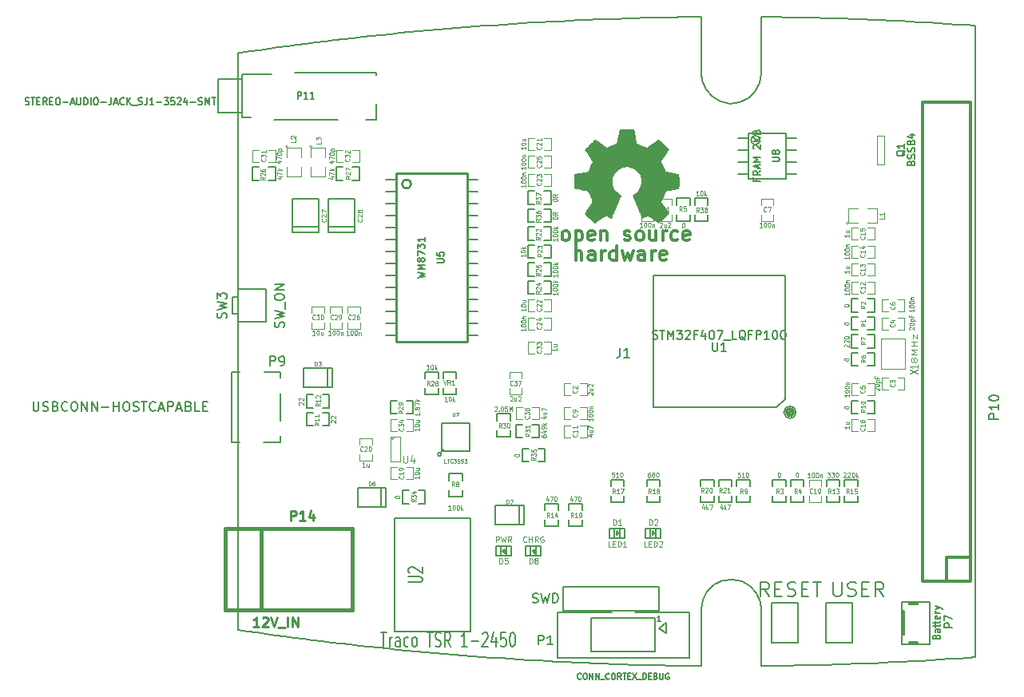
<source format=gto>
G04 (created by PCBNEW (2013-07-07 BZR 4022)-stable) date 21/01/2015 21:24:29*
%MOIN*%
G04 Gerber Fmt 3.4, Leading zero omitted, Abs format*
%FSLAX34Y34*%
G01*
G70*
G90*
G04 APERTURE LIST*
%ADD10C,0.00590551*%
%ADD11C,0.0039*%
%ADD12C,0.008*%
%ADD13C,0.005*%
%ADD14C,0.01*%
%ADD15C,0.0047*%
%ADD16C,0.015*%
%ADD17C,0.012*%
%ADD18C,0.0001*%
%ADD19C,0.0031*%
%ADD20C,0.0059*%
%ADD21C,0.0043*%
%ADD22C,0.0045*%
%ADD23C,0.006*%
%ADD24C,0.007*%
%ADD25C,0.0051*%
G04 APERTURE END LIST*
G54D10*
G54D11*
X27742Y130D02*
X27742Y-1130D01*
X27742Y-1130D02*
X26758Y-1130D01*
X26758Y-1130D02*
X26758Y130D01*
X26758Y130D02*
X27742Y130D01*
G54D12*
X-71Y-1470D02*
X-71Y-4030D01*
X992Y-4226D02*
X1701Y-4226D01*
X1701Y-4226D02*
X1701Y-3951D01*
X1701Y-2179D02*
X1701Y-3301D01*
X1012Y-1274D02*
X1701Y-1274D01*
X1701Y-1274D02*
X1701Y-1510D01*
X-346Y-4226D02*
X-12Y-4226D01*
X-346Y-4226D02*
X-346Y-1274D01*
X-346Y-1274D02*
X-12Y-1274D01*
G54D10*
X25551Y-10923D02*
X24448Y-10923D01*
X24448Y-10923D02*
X24448Y-12576D01*
X24448Y-12576D02*
X25551Y-12576D01*
X25551Y-10923D02*
X25551Y-12576D01*
X22198Y-12576D02*
X23301Y-12576D01*
X23301Y-12576D02*
X23301Y-10923D01*
X23301Y-10923D02*
X22198Y-10923D01*
X22198Y-12576D02*
X22198Y-10923D01*
G54D13*
X9910Y250D02*
X9480Y250D01*
X9910Y750D02*
X9480Y750D01*
X9910Y1250D02*
X9480Y1250D01*
X9480Y1750D02*
X9910Y1750D01*
X9480Y2250D02*
X9910Y2250D01*
X9480Y2750D02*
X9910Y2750D01*
X6090Y5750D02*
X6520Y5750D01*
X6090Y6250D02*
X6520Y6250D01*
X6520Y6750D02*
X6090Y6750D01*
X6520Y1250D02*
X6090Y1250D01*
X6520Y750D02*
X6090Y750D01*
X6520Y250D02*
X6090Y250D01*
G54D14*
X6524Y7024D02*
X6524Y-24D01*
X6524Y-24D02*
X9476Y-24D01*
X9476Y-24D02*
X9476Y7024D01*
X9476Y7024D02*
X6524Y7024D01*
G54D13*
X9480Y5750D02*
X9910Y5750D01*
X9480Y5250D02*
X9910Y5250D01*
X9480Y4750D02*
X9910Y4750D01*
X9480Y6250D02*
X9910Y6250D01*
X9910Y6750D02*
X9480Y6750D01*
X9910Y4250D02*
X9480Y4250D01*
X9910Y3750D02*
X9480Y3750D01*
X9910Y3250D02*
X9480Y3250D01*
X6520Y1750D02*
X6090Y1750D01*
X6520Y2250D02*
X6090Y2250D01*
X6520Y2750D02*
X6090Y2750D01*
X6520Y5250D02*
X6090Y5250D01*
X6090Y4750D02*
X6520Y4750D01*
X6090Y3250D02*
X6520Y3250D01*
X6090Y3750D02*
X6520Y3750D01*
X6090Y4250D02*
X6520Y4250D01*
G54D14*
X7144Y6577D02*
G75*
G03X7144Y6577I-186J0D01*
G74*
G01*
G54D11*
X3000Y8150D02*
G75*
G03X3000Y8150I-50J0D01*
G74*
G01*
X2950Y7700D02*
X2950Y8100D01*
X2950Y8100D02*
X3550Y8100D01*
X3550Y8100D02*
X3550Y7700D01*
X3550Y7300D02*
X3550Y6900D01*
X3550Y6900D02*
X2950Y6900D01*
X2950Y6900D02*
X2950Y7300D01*
X2000Y8150D02*
G75*
G03X2000Y8150I-50J0D01*
G74*
G01*
X1950Y7700D02*
X1950Y8100D01*
X1950Y8100D02*
X2550Y8100D01*
X2550Y8100D02*
X2550Y7700D01*
X2550Y7300D02*
X2550Y6900D01*
X2550Y6900D02*
X1950Y6900D01*
X1950Y6900D02*
X1950Y7300D01*
X25400Y4950D02*
G75*
G03X25400Y4950I-50J0D01*
G74*
G01*
X25800Y4950D02*
X25400Y4950D01*
X25400Y4950D02*
X25400Y5550D01*
X25400Y5550D02*
X25800Y5550D01*
X26200Y5550D02*
X26600Y5550D01*
X26600Y5550D02*
X26600Y4950D01*
X26600Y4950D02*
X26200Y4950D01*
G54D13*
X18225Y5303D02*
X18225Y5025D01*
X18225Y5025D02*
X18775Y5025D01*
X18775Y5025D02*
X18775Y5303D01*
X18225Y5975D02*
X18225Y5697D01*
X18225Y5975D02*
X18775Y5975D01*
X18775Y5975D02*
X18775Y5697D01*
X25803Y1775D02*
X25525Y1775D01*
X25525Y1775D02*
X25525Y1225D01*
X25525Y1225D02*
X25803Y1225D01*
X26475Y1775D02*
X26197Y1775D01*
X26475Y1775D02*
X26475Y1225D01*
X26475Y1225D02*
X26197Y1225D01*
X25803Y1025D02*
X25525Y1025D01*
X25525Y1025D02*
X25525Y475D01*
X25525Y475D02*
X25803Y475D01*
X26475Y1025D02*
X26197Y1025D01*
X26475Y1025D02*
X26475Y475D01*
X26475Y475D02*
X26197Y475D01*
X22775Y-6053D02*
X22775Y-5775D01*
X22775Y-5775D02*
X22225Y-5775D01*
X22225Y-5775D02*
X22225Y-6053D01*
X22775Y-6725D02*
X22775Y-6447D01*
X22775Y-6725D02*
X22225Y-6725D01*
X22225Y-6725D02*
X22225Y-6447D01*
X3053Y-2225D02*
X2775Y-2225D01*
X2775Y-2225D02*
X2775Y-2775D01*
X2775Y-2775D02*
X3053Y-2775D01*
X3725Y-2225D02*
X3447Y-2225D01*
X3725Y-2225D02*
X3725Y-2775D01*
X3725Y-2775D02*
X3447Y-2775D01*
X23525Y-6053D02*
X23525Y-5775D01*
X23525Y-5775D02*
X22975Y-5775D01*
X22975Y-5775D02*
X22975Y-6053D01*
X23525Y-6725D02*
X23525Y-6447D01*
X23525Y-6725D02*
X22975Y-6725D01*
X22975Y-6725D02*
X22975Y-6447D01*
X3447Y-3525D02*
X3725Y-3525D01*
X3725Y-3525D02*
X3725Y-2975D01*
X3725Y-2975D02*
X3447Y-2975D01*
X2775Y-3525D02*
X3053Y-3525D01*
X2775Y-3525D02*
X2775Y-2975D01*
X2775Y-2975D02*
X3053Y-2975D01*
X25775Y-6053D02*
X25775Y-5775D01*
X25775Y-5775D02*
X25225Y-5775D01*
X25225Y-5775D02*
X25225Y-6053D01*
X25775Y-6725D02*
X25775Y-6447D01*
X25775Y-6725D02*
X25225Y-6725D01*
X25225Y-6725D02*
X25225Y-6447D01*
X25025Y-6053D02*
X25025Y-5775D01*
X25025Y-5775D02*
X24475Y-5775D01*
X24475Y-5775D02*
X24475Y-6053D01*
X25025Y-6725D02*
X25025Y-6447D01*
X25025Y-6725D02*
X24475Y-6725D01*
X24475Y-6725D02*
X24475Y-6447D01*
X16025Y-6053D02*
X16025Y-5775D01*
X16025Y-5775D02*
X15475Y-5775D01*
X15475Y-5775D02*
X15475Y-6053D01*
X16025Y-6725D02*
X16025Y-6447D01*
X16025Y-6725D02*
X15475Y-6725D01*
X15475Y-6725D02*
X15475Y-6447D01*
X17525Y-6053D02*
X17525Y-5775D01*
X17525Y-5775D02*
X16975Y-5775D01*
X16975Y-5775D02*
X16975Y-6053D01*
X17525Y-6725D02*
X17525Y-6447D01*
X17525Y-6725D02*
X16975Y-6725D01*
X16975Y-6725D02*
X16975Y-6447D01*
X14275Y-7053D02*
X14275Y-6775D01*
X14275Y-6775D02*
X13725Y-6775D01*
X13725Y-6775D02*
X13725Y-7053D01*
X14275Y-7725D02*
X14275Y-7447D01*
X14275Y-7725D02*
X13725Y-7725D01*
X13725Y-7725D02*
X13725Y-7447D01*
X4303Y7275D02*
X4025Y7275D01*
X4025Y7275D02*
X4025Y6725D01*
X4025Y6725D02*
X4303Y6725D01*
X4975Y7275D02*
X4697Y7275D01*
X4975Y7275D02*
X4975Y6725D01*
X4975Y6725D02*
X4697Y6725D01*
X25803Y275D02*
X25525Y275D01*
X25525Y275D02*
X25525Y-275D01*
X25525Y-275D02*
X25803Y-275D01*
X26475Y275D02*
X26197Y275D01*
X26475Y275D02*
X26475Y-275D01*
X26475Y-275D02*
X26197Y-275D01*
X25803Y-475D02*
X25525Y-475D01*
X25525Y-475D02*
X25525Y-1025D01*
X25525Y-1025D02*
X25803Y-1025D01*
X26475Y-475D02*
X26197Y-475D01*
X26475Y-475D02*
X26475Y-1025D01*
X26475Y-1025D02*
X26197Y-1025D01*
X12697Y2725D02*
X12975Y2725D01*
X12975Y2725D02*
X12975Y3275D01*
X12975Y3275D02*
X12697Y3275D01*
X12025Y2725D02*
X12303Y2725D01*
X12025Y2725D02*
X12025Y3275D01*
X12025Y3275D02*
X12303Y3275D01*
X12697Y1975D02*
X12975Y1975D01*
X12975Y1975D02*
X12975Y2525D01*
X12975Y2525D02*
X12697Y2525D01*
X12025Y1975D02*
X12303Y1975D01*
X12025Y1975D02*
X12025Y2525D01*
X12025Y2525D02*
X12303Y2525D01*
X1197Y6725D02*
X1475Y6725D01*
X1475Y6725D02*
X1475Y7275D01*
X1475Y7275D02*
X1197Y7275D01*
X525Y6725D02*
X803Y6725D01*
X525Y6725D02*
X525Y7275D01*
X525Y7275D02*
X803Y7275D01*
X25803Y-2475D02*
X25525Y-2475D01*
X25525Y-2475D02*
X25525Y-3025D01*
X25525Y-3025D02*
X25803Y-3025D01*
X26475Y-2475D02*
X26197Y-2475D01*
X26475Y-2475D02*
X26475Y-3025D01*
X26475Y-3025D02*
X26197Y-3025D01*
X21275Y-6053D02*
X21275Y-5775D01*
X21275Y-5775D02*
X20725Y-5775D01*
X20725Y-5775D02*
X20725Y-6053D01*
X21275Y-6725D02*
X21275Y-6447D01*
X21275Y-6725D02*
X20725Y-6725D01*
X20725Y-6725D02*
X20725Y-6447D01*
X12697Y4225D02*
X12975Y4225D01*
X12975Y4225D02*
X12975Y4775D01*
X12975Y4775D02*
X12697Y4775D01*
X12025Y4225D02*
X12303Y4225D01*
X12025Y4225D02*
X12025Y4775D01*
X12025Y4775D02*
X12303Y4775D01*
X19975Y-6447D02*
X19975Y-6725D01*
X19975Y-6725D02*
X20525Y-6725D01*
X20525Y-6725D02*
X20525Y-6447D01*
X19975Y-5775D02*
X19975Y-6053D01*
X19975Y-5775D02*
X20525Y-5775D01*
X20525Y-5775D02*
X20525Y-6053D01*
X12303Y4025D02*
X12025Y4025D01*
X12025Y4025D02*
X12025Y3475D01*
X12025Y3475D02*
X12303Y3475D01*
X12975Y4025D02*
X12697Y4025D01*
X12975Y4025D02*
X12975Y3475D01*
X12975Y3475D02*
X12697Y3475D01*
X19225Y-6447D02*
X19225Y-6725D01*
X19225Y-6725D02*
X19775Y-6725D01*
X19775Y-6725D02*
X19775Y-6447D01*
X19225Y-5775D02*
X19225Y-6053D01*
X19225Y-5775D02*
X19775Y-5775D01*
X19775Y-5775D02*
X19775Y-6053D01*
G54D15*
X12303Y6D02*
X12028Y6D01*
X12697Y6D02*
X12972Y6D01*
X12303Y-506D02*
X12028Y-506D01*
X12972Y-506D02*
X12697Y-506D01*
X12028Y-500D02*
X12028Y0D01*
X12972Y0D02*
X12972Y-500D01*
X6553Y-5244D02*
X6278Y-5244D01*
X6947Y-5244D02*
X7222Y-5244D01*
X6553Y-5756D02*
X6278Y-5756D01*
X7222Y-5756D02*
X6947Y-5756D01*
X6278Y-5750D02*
X6278Y-5250D01*
X7222Y-5250D02*
X7222Y-5750D01*
X6553Y-3244D02*
X6278Y-3244D01*
X6947Y-3244D02*
X7222Y-3244D01*
X6553Y-3756D02*
X6278Y-3756D01*
X7222Y-3756D02*
X6947Y-3756D01*
X6278Y-3750D02*
X6278Y-3250D01*
X7222Y-3250D02*
X7222Y-3750D01*
X11756Y-1553D02*
X11756Y-1278D01*
X11756Y-1947D02*
X11756Y-2222D01*
X11244Y-1553D02*
X11244Y-1278D01*
X11244Y-2222D02*
X11244Y-1947D01*
X11250Y-1278D02*
X11750Y-1278D01*
X11750Y-2222D02*
X11250Y-2222D01*
X4697Y7494D02*
X4972Y7494D01*
X4303Y7494D02*
X4028Y7494D01*
X4697Y8006D02*
X4972Y8006D01*
X4028Y8006D02*
X4303Y8006D01*
X4972Y8000D02*
X4972Y7500D01*
X4028Y7500D02*
X4028Y8000D01*
X12197Y-3256D02*
X12472Y-3256D01*
X11803Y-3256D02*
X11528Y-3256D01*
X12197Y-2744D02*
X12472Y-2744D01*
X11528Y-2744D02*
X11803Y-2744D01*
X12472Y-2750D02*
X12472Y-3250D01*
X11528Y-3250D02*
X11528Y-2750D01*
X803Y8006D02*
X528Y8006D01*
X1197Y8006D02*
X1472Y8006D01*
X803Y7494D02*
X528Y7494D01*
X1472Y7494D02*
X1197Y7494D01*
X528Y7500D02*
X528Y8000D01*
X1472Y8000D02*
X1472Y7500D01*
X4256Y1197D02*
X4256Y1472D01*
X4256Y803D02*
X4256Y528D01*
X3744Y1197D02*
X3744Y1472D01*
X3744Y528D02*
X3744Y803D01*
X3750Y1472D02*
X4250Y1472D01*
X4250Y528D02*
X3750Y528D01*
X12697Y7994D02*
X12972Y7994D01*
X12303Y7994D02*
X12028Y7994D01*
X12697Y8506D02*
X12972Y8506D01*
X12028Y8506D02*
X12303Y8506D01*
X12972Y8500D02*
X12972Y8000D01*
X12028Y8000D02*
X12028Y8500D01*
X12697Y1244D02*
X12972Y1244D01*
X12303Y1244D02*
X12028Y1244D01*
X12697Y1756D02*
X12972Y1756D01*
X12028Y1756D02*
X12303Y1756D01*
X12972Y1750D02*
X12972Y1250D01*
X12028Y1250D02*
X12028Y1750D01*
X3506Y1197D02*
X3506Y1472D01*
X3506Y803D02*
X3506Y528D01*
X2994Y1197D02*
X2994Y1472D01*
X2994Y528D02*
X2994Y803D01*
X3000Y1472D02*
X3500Y1472D01*
X3500Y528D02*
X3000Y528D01*
X12697Y6494D02*
X12972Y6494D01*
X12303Y6494D02*
X12028Y6494D01*
X12697Y7006D02*
X12972Y7006D01*
X12028Y7006D02*
X12303Y7006D01*
X12972Y7000D02*
X12972Y6500D01*
X12028Y6500D02*
X12028Y7000D01*
X12697Y494D02*
X12972Y494D01*
X12303Y494D02*
X12028Y494D01*
X12697Y1006D02*
X12972Y1006D01*
X12028Y1006D02*
X12303Y1006D01*
X12972Y1000D02*
X12972Y500D01*
X12028Y500D02*
X12028Y1000D01*
X12697Y7244D02*
X12972Y7244D01*
X12303Y7244D02*
X12028Y7244D01*
X12697Y7756D02*
X12972Y7756D01*
X12028Y7756D02*
X12303Y7756D01*
X12972Y7750D02*
X12972Y7250D01*
X12028Y7250D02*
X12028Y7750D01*
X5006Y1197D02*
X5006Y1472D01*
X5006Y803D02*
X5006Y528D01*
X4494Y1197D02*
X4494Y1472D01*
X4494Y528D02*
X4494Y803D01*
X4500Y1472D02*
X5000Y1472D01*
X5000Y528D02*
X4500Y528D01*
X22256Y5697D02*
X22256Y5972D01*
X22256Y5303D02*
X22256Y5028D01*
X21744Y5697D02*
X21744Y5972D01*
X21744Y5028D02*
X21744Y5303D01*
X21750Y5972D02*
X22250Y5972D01*
X22250Y5028D02*
X21750Y5028D01*
X26197Y4244D02*
X26472Y4244D01*
X25803Y4244D02*
X25528Y4244D01*
X26197Y4756D02*
X26472Y4756D01*
X25528Y4756D02*
X25803Y4756D01*
X26472Y4750D02*
X26472Y4250D01*
X25528Y4250D02*
X25528Y4750D01*
X26197Y3494D02*
X26472Y3494D01*
X25803Y3494D02*
X25528Y3494D01*
X26197Y4006D02*
X26472Y4006D01*
X25528Y4006D02*
X25803Y4006D01*
X26472Y4000D02*
X26472Y3500D01*
X25528Y3500D02*
X25528Y4000D01*
X13803Y-3494D02*
X13528Y-3494D01*
X14197Y-3494D02*
X14472Y-3494D01*
X13803Y-4006D02*
X13528Y-4006D01*
X14472Y-4006D02*
X14197Y-4006D01*
X13528Y-4000D02*
X13528Y-3500D01*
X14472Y-3500D02*
X14472Y-4000D01*
X26197Y-3756D02*
X26472Y-3756D01*
X25803Y-3756D02*
X25528Y-3756D01*
X26197Y-3244D02*
X26472Y-3244D01*
X25528Y-3244D02*
X25803Y-3244D01*
X26472Y-3250D02*
X26472Y-3750D01*
X25528Y-3750D02*
X25528Y-3250D01*
X26197Y2744D02*
X26472Y2744D01*
X25803Y2744D02*
X25528Y2744D01*
X26197Y3256D02*
X26472Y3256D01*
X25528Y3256D02*
X25803Y3256D01*
X26472Y3250D02*
X26472Y2750D01*
X25528Y2750D02*
X25528Y3250D01*
X26197Y1994D02*
X26472Y1994D01*
X25803Y1994D02*
X25528Y1994D01*
X26197Y2506D02*
X26472Y2506D01*
X25528Y2506D02*
X25803Y2506D01*
X26472Y2500D02*
X26472Y2000D01*
X25528Y2000D02*
X25528Y2500D01*
X23744Y-6447D02*
X23744Y-6722D01*
X23744Y-6053D02*
X23744Y-5778D01*
X24256Y-6447D02*
X24256Y-6722D01*
X24256Y-5778D02*
X24256Y-6053D01*
X24250Y-6722D02*
X23750Y-6722D01*
X23750Y-5778D02*
X24250Y-5778D01*
X13803Y-2744D02*
X13528Y-2744D01*
X14197Y-2744D02*
X14472Y-2744D01*
X13803Y-3256D02*
X13528Y-3256D01*
X14472Y-3256D02*
X14197Y-3256D01*
X13528Y-3250D02*
X13528Y-2750D01*
X14472Y-2750D02*
X14472Y-3250D01*
X17256Y5697D02*
X17256Y5972D01*
X17256Y5303D02*
X17256Y5028D01*
X16744Y5697D02*
X16744Y5972D01*
X16744Y5028D02*
X16744Y5303D01*
X16750Y5972D02*
X17250Y5972D01*
X17250Y5028D02*
X16750Y5028D01*
X27447Y1244D02*
X27722Y1244D01*
X27053Y1244D02*
X26778Y1244D01*
X27447Y1756D02*
X27722Y1756D01*
X26778Y1756D02*
X27053Y1756D01*
X27722Y1750D02*
X27722Y1250D01*
X26778Y1250D02*
X26778Y1750D01*
X26197Y-2256D02*
X26472Y-2256D01*
X25803Y-2256D02*
X25528Y-2256D01*
X26197Y-1744D02*
X26472Y-1744D01*
X25528Y-1744D02*
X25803Y-1744D01*
X26472Y-1750D02*
X26472Y-2250D01*
X25528Y-2250D02*
X25528Y-1750D01*
X13803Y-1744D02*
X13528Y-1744D01*
X14197Y-1744D02*
X14472Y-1744D01*
X13803Y-2256D02*
X13528Y-2256D01*
X14472Y-2256D02*
X14197Y-2256D01*
X13528Y-2250D02*
X13528Y-1750D01*
X14472Y-1750D02*
X14472Y-2250D01*
X18006Y5697D02*
X18006Y5972D01*
X18006Y5303D02*
X18006Y5028D01*
X17494Y5697D02*
X17494Y5972D01*
X17494Y5028D02*
X17494Y5303D01*
X17500Y5972D02*
X18000Y5972D01*
X18000Y5028D02*
X17500Y5028D01*
X27447Y494D02*
X27722Y494D01*
X27053Y494D02*
X26778Y494D01*
X27447Y1006D02*
X27722Y1006D01*
X26778Y1006D02*
X27053Y1006D01*
X27722Y1000D02*
X27722Y500D01*
X26778Y500D02*
X26778Y1000D01*
X27447Y-2006D02*
X27722Y-2006D01*
X27053Y-2006D02*
X26778Y-2006D01*
X27447Y-1494D02*
X27722Y-1494D01*
X26778Y-1494D02*
X27053Y-1494D01*
X27722Y-1500D02*
X27722Y-2000D01*
X26778Y-2000D02*
X26778Y-1500D01*
G54D12*
X17496Y-11974D02*
X17772Y-11738D01*
X17772Y-11738D02*
X17772Y-12171D01*
X17772Y-12171D02*
X17496Y-11974D01*
X14670Y-12950D02*
X17330Y-12950D01*
X14670Y-11550D02*
X17330Y-11550D01*
X14670Y-12950D02*
X14670Y-11550D01*
X17330Y-11550D02*
X17330Y-12950D01*
X16472Y-11305D02*
X16827Y-11305D01*
X15528Y-11305D02*
X15213Y-11305D01*
X16787Y-11305D02*
X18756Y-11305D01*
X13244Y-11305D02*
X15213Y-11305D01*
X18756Y-13195D02*
X13244Y-13195D01*
X13244Y-11305D02*
X13244Y-13195D01*
X18756Y-11305D02*
X18756Y-13195D01*
X23205Y-2953D02*
G75*
G03X23205Y-2953I-252J0D01*
G74*
G01*
X22993Y-2953D02*
G75*
G03X22993Y-2953I-40J0D01*
G74*
G01*
X23008Y-2953D02*
G75*
G03X23008Y-2953I-55J0D01*
G74*
G01*
X23064Y-2953D02*
G75*
G03X23064Y-2953I-111J0D01*
G74*
G01*
X23129Y-2953D02*
G75*
G03X23129Y-2953I-175J0D01*
G74*
G01*
X22756Y-2402D02*
X22756Y2756D01*
X17244Y-2756D02*
X22402Y-2756D01*
X22756Y-2402D02*
X22402Y-2756D01*
X17244Y-2756D02*
X17244Y2756D01*
X17244Y2756D02*
X22756Y2756D01*
G54D13*
X17368Y-8197D02*
X17368Y-7803D01*
X17132Y-7803D02*
X17132Y-8197D01*
X17250Y-8039D02*
X17250Y-7961D01*
X17211Y-7921D02*
X17211Y-8079D01*
X17211Y-8079D02*
X17289Y-8000D01*
X17289Y-8000D02*
X17211Y-7921D01*
X16935Y-7803D02*
X17565Y-7803D01*
X17565Y-7803D02*
X17565Y-8197D01*
X17565Y-8197D02*
X16935Y-8197D01*
X16935Y-8197D02*
X16935Y-7803D01*
X10882Y-8553D02*
X10882Y-8947D01*
X11118Y-8947D02*
X11118Y-8553D01*
X11000Y-8711D02*
X11000Y-8789D01*
X11039Y-8829D02*
X11039Y-8671D01*
X11039Y-8671D02*
X10961Y-8750D01*
X10961Y-8750D02*
X11039Y-8829D01*
X11315Y-8947D02*
X10685Y-8947D01*
X10685Y-8947D02*
X10685Y-8553D01*
X10685Y-8553D02*
X11315Y-8553D01*
X11315Y-8553D02*
X11315Y-8947D01*
X15868Y-8197D02*
X15868Y-7803D01*
X15632Y-7803D02*
X15632Y-8197D01*
X15750Y-8039D02*
X15750Y-7961D01*
X15711Y-7921D02*
X15711Y-8079D01*
X15711Y-8079D02*
X15789Y-8000D01*
X15789Y-8000D02*
X15711Y-7921D01*
X15435Y-7803D02*
X16065Y-7803D01*
X16065Y-7803D02*
X16065Y-8197D01*
X16065Y-8197D02*
X15435Y-8197D01*
X15435Y-8197D02*
X15435Y-7803D01*
X22780Y8700D02*
X21220Y8700D01*
X21220Y8700D02*
X21220Y6800D01*
X21220Y6800D02*
X22780Y6800D01*
X22780Y6800D02*
X22780Y8700D01*
X22780Y8500D02*
X23210Y8500D01*
X22780Y8000D02*
X23210Y8000D01*
X22780Y7500D02*
X23210Y7500D01*
X23210Y7000D02*
X22780Y7000D01*
X21220Y7000D02*
X20790Y7000D01*
X20790Y7500D02*
X21220Y7500D01*
X20790Y8000D02*
X21220Y8000D01*
X20790Y8500D02*
X21220Y8500D01*
X21696Y8410D02*
G75*
G03X21696Y8410I-186J0D01*
G74*
G01*
X12053Y-4475D02*
X11775Y-4475D01*
X11775Y-4475D02*
X11775Y-5025D01*
X11775Y-5025D02*
X12053Y-5025D01*
X12725Y-4475D02*
X12447Y-4475D01*
X12725Y-4475D02*
X12725Y-5025D01*
X12725Y-5025D02*
X12447Y-5025D01*
X11803Y-3475D02*
X11525Y-3475D01*
X11525Y-3475D02*
X11525Y-4025D01*
X11525Y-4025D02*
X11803Y-4025D01*
X12475Y-3475D02*
X12197Y-3475D01*
X12475Y-3475D02*
X12475Y-4025D01*
X12475Y-4025D02*
X12197Y-4025D01*
X11275Y-3303D02*
X11275Y-3025D01*
X11275Y-3025D02*
X10725Y-3025D01*
X10725Y-3025D02*
X10725Y-3303D01*
X11275Y-3975D02*
X11275Y-3697D01*
X11275Y-3975D02*
X10725Y-3975D01*
X10725Y-3975D02*
X10725Y-3697D01*
X6947Y-3025D02*
X7225Y-3025D01*
X7225Y-3025D02*
X7225Y-2475D01*
X7225Y-2475D02*
X6947Y-2475D01*
X6275Y-3025D02*
X6553Y-3025D01*
X6275Y-3025D02*
X6275Y-2475D01*
X6275Y-2475D02*
X6553Y-2475D01*
X8475Y-1947D02*
X8475Y-2225D01*
X8475Y-2225D02*
X9025Y-2225D01*
X9025Y-2225D02*
X9025Y-1947D01*
X8475Y-1275D02*
X8475Y-1553D01*
X8475Y-1275D02*
X9025Y-1275D01*
X9025Y-1275D02*
X9025Y-1553D01*
X8275Y-1553D02*
X8275Y-1275D01*
X8275Y-1275D02*
X7725Y-1275D01*
X7725Y-1275D02*
X7725Y-1553D01*
X8275Y-2225D02*
X8275Y-1947D01*
X8275Y-2225D02*
X7725Y-2225D01*
X7725Y-2225D02*
X7725Y-1947D01*
G54D10*
X17500Y-10250D02*
X13500Y-10250D01*
X13500Y-10250D02*
X13500Y-11250D01*
X13500Y-11250D02*
X17500Y-11250D01*
X17500Y-11250D02*
X17500Y-10250D01*
G54D12*
X73Y10959D02*
X-911Y10959D01*
X-911Y10959D02*
X-911Y9541D01*
X-911Y9541D02*
X73Y9541D01*
X5703Y11234D02*
X2278Y11234D01*
X5703Y9266D02*
X5270Y9266D01*
X5703Y9935D02*
X5703Y9266D01*
X5703Y11234D02*
X5703Y11116D01*
X4089Y9266D02*
X1411Y9266D01*
X73Y9344D02*
X467Y9344D01*
X73Y11156D02*
X1333Y11156D01*
X73Y11156D02*
X73Y9344D01*
G54D16*
X-300Y-7800D02*
X-600Y-7800D01*
X-600Y-7800D02*
X-600Y-11200D01*
X-600Y-11200D02*
X-300Y-11200D01*
X900Y-7800D02*
X900Y-11200D01*
X4700Y-7800D02*
X4700Y-11200D01*
X-300Y-11200D02*
X4700Y-11200D01*
X-300Y-7800D02*
X4700Y-7800D01*
G54D17*
X30500Y10000D02*
X30500Y-10000D01*
X28500Y-10000D02*
X28500Y10000D01*
X29500Y-10000D02*
X29500Y-9000D01*
X29500Y-9000D02*
X30500Y-9000D01*
X28500Y-10000D02*
X30500Y-10000D01*
X30500Y10000D02*
X28500Y10000D01*
G54D13*
X12697Y4975D02*
X12975Y4975D01*
X12975Y4975D02*
X12975Y5525D01*
X12975Y5525D02*
X12697Y5525D01*
X12025Y4975D02*
X12303Y4975D01*
X12025Y4975D02*
X12025Y5525D01*
X12025Y5525D02*
X12303Y5525D01*
X12697Y5725D02*
X12975Y5725D01*
X12975Y5725D02*
X12975Y6275D01*
X12975Y6275D02*
X12697Y6275D01*
X12025Y5725D02*
X12303Y5725D01*
X12025Y5725D02*
X12025Y6275D01*
X12025Y6275D02*
X12303Y6275D01*
X3644Y-1106D02*
X3644Y-1894D01*
X3841Y-1106D02*
X2659Y-1106D01*
X2659Y-1106D02*
X2659Y-1894D01*
X2659Y-1894D02*
X3841Y-1894D01*
X3841Y-1894D02*
X3841Y-1106D01*
X11644Y-6856D02*
X11644Y-7644D01*
X11841Y-6856D02*
X10659Y-6856D01*
X10659Y-6856D02*
X10659Y-7644D01*
X10659Y-7644D02*
X11841Y-7644D01*
X11841Y-7644D02*
X11841Y-6856D01*
G54D15*
X26900Y8600D02*
X26900Y7400D01*
X26900Y7400D02*
X26600Y7400D01*
X26600Y7400D02*
X26600Y8600D01*
X26600Y8600D02*
X26900Y8600D01*
G54D10*
X9616Y-12112D02*
X9616Y-7387D01*
X9616Y-7387D02*
X6466Y-7387D01*
X6466Y-7387D02*
X6466Y-12112D01*
X6466Y-12112D02*
X9616Y-12112D01*
X-82Y0D02*
X-82Y-12041D01*
X-82Y-12041D02*
X306Y-12098D01*
X306Y-12098D02*
X696Y-12154D01*
X696Y-12154D02*
X1086Y-12209D01*
X1086Y-12209D02*
X1476Y-12263D01*
X1476Y-12263D02*
X1866Y-12315D01*
X1866Y-12315D02*
X2256Y-12367D01*
X2256Y-12367D02*
X2647Y-12417D01*
X2647Y-12417D02*
X3037Y-12467D01*
X3037Y-12467D02*
X3428Y-12515D01*
X3428Y-12515D02*
X3819Y-12562D01*
X3819Y-12562D02*
X4210Y-12608D01*
X4210Y-12608D02*
X4601Y-12653D01*
X4601Y-12653D02*
X4992Y-12697D01*
X4992Y-12697D02*
X5384Y-12740D01*
X5384Y-12740D02*
X5775Y-12782D01*
X5775Y-12782D02*
X6167Y-12823D01*
X6167Y-12823D02*
X6559Y-12862D01*
X6559Y-12862D02*
X6950Y-12901D01*
X6950Y-12901D02*
X7342Y-12938D01*
X7342Y-12938D02*
X7734Y-12974D01*
X7734Y-12974D02*
X8126Y-13009D01*
X8126Y-13009D02*
X8519Y-13044D01*
X8519Y-13044D02*
X8911Y-13077D01*
X8911Y-13077D02*
X9303Y-13108D01*
X9303Y-13108D02*
X9696Y-13139D01*
X9696Y-13139D02*
X10088Y-13169D01*
X10088Y-13169D02*
X10481Y-13197D01*
X10481Y-13197D02*
X10874Y-13225D01*
X10874Y-13225D02*
X11267Y-13251D01*
X11267Y-13251D02*
X11660Y-13277D01*
X11660Y-13277D02*
X12053Y-13301D01*
X12053Y-13301D02*
X12446Y-13324D01*
X12446Y-13324D02*
X12839Y-13346D01*
X12839Y-13346D02*
X13232Y-13367D01*
X13232Y-13367D02*
X13625Y-13387D01*
X13625Y-13387D02*
X14018Y-13405D01*
X14018Y-13405D02*
X14412Y-13423D01*
X14412Y-13423D02*
X14805Y-13439D01*
X14805Y-13439D02*
X15198Y-13455D01*
X15198Y-13455D02*
X15592Y-13469D01*
X15592Y-13469D02*
X15985Y-13482D01*
X15985Y-13482D02*
X16379Y-13494D01*
X16379Y-13494D02*
X16772Y-13505D01*
X16772Y-13505D02*
X17166Y-13515D01*
X17166Y-13515D02*
X17559Y-13524D01*
X17559Y-13524D02*
X17953Y-13532D01*
X17953Y-13532D02*
X18347Y-13538D01*
X18347Y-13538D02*
X18740Y-13544D01*
X18740Y-13544D02*
X19134Y-13548D01*
X19134Y-13548D02*
X19255Y-13549D01*
X19255Y-13549D02*
X19255Y-11177D01*
X19255Y-11177D02*
X19319Y-10783D01*
X19319Y-10783D02*
X19505Y-10430D01*
X19505Y-10430D02*
X19792Y-10153D01*
X19792Y-10153D02*
X20152Y-9982D01*
X20152Y-9982D02*
X20548Y-9934D01*
X20548Y-9934D02*
X20939Y-10013D01*
X20939Y-10013D02*
X21285Y-10212D01*
X21285Y-10212D02*
X21550Y-10510D01*
X21550Y-10510D02*
X21707Y-10877D01*
X21707Y-10877D02*
X21744Y-11177D01*
X21744Y-11177D02*
X21744Y-13549D01*
X21744Y-13549D02*
X22137Y-13545D01*
X22137Y-13545D02*
X22531Y-13540D01*
X22531Y-13540D02*
X22925Y-13534D01*
X22925Y-13534D02*
X23318Y-13526D01*
X23318Y-13526D02*
X23712Y-13518D01*
X23712Y-13518D02*
X24105Y-13508D01*
X24105Y-13508D02*
X24499Y-13498D01*
X24499Y-13498D02*
X24893Y-13486D01*
X24893Y-13486D02*
X25286Y-13473D01*
X25286Y-13473D02*
X25679Y-13459D01*
X25679Y-13459D02*
X26073Y-13444D01*
X26073Y-13444D02*
X26466Y-13428D01*
X26466Y-13428D02*
X26860Y-13411D01*
X26860Y-13411D02*
X27253Y-13392D01*
X27253Y-13392D02*
X27646Y-13373D01*
X27646Y-13373D02*
X28039Y-13352D01*
X28039Y-13352D02*
X28432Y-13331D01*
X28432Y-13331D02*
X28825Y-13308D01*
X28825Y-13308D02*
X29218Y-13284D01*
X29218Y-13284D02*
X29611Y-13259D01*
X29611Y-13259D02*
X30004Y-13233D01*
X30004Y-13233D02*
X30397Y-13206D01*
X30397Y-13206D02*
X30696Y-13185D01*
X30696Y-13185D02*
X30696Y13185D01*
X30696Y13185D02*
X30304Y13213D01*
X30304Y13213D02*
X29911Y13239D01*
X29911Y13239D02*
X29518Y13265D01*
X29518Y13265D02*
X29125Y13290D01*
X29125Y13290D02*
X28732Y13314D01*
X28732Y13314D02*
X28339Y13336D01*
X28339Y13336D02*
X27946Y13357D01*
X27946Y13357D02*
X27553Y13378D01*
X27553Y13378D02*
X27160Y13397D01*
X27160Y13397D02*
X26766Y13415D01*
X26766Y13415D02*
X26373Y13432D01*
X26373Y13432D02*
X25980Y13448D01*
X25980Y13448D02*
X25586Y13463D01*
X25586Y13463D02*
X25193Y13476D01*
X25193Y13476D02*
X24799Y13489D01*
X24799Y13489D02*
X24406Y13500D01*
X24406Y13500D02*
X24012Y13511D01*
X24012Y13511D02*
X23618Y13520D01*
X23618Y13520D02*
X23225Y13528D01*
X23225Y13528D02*
X22831Y13535D01*
X22831Y13535D02*
X22438Y13541D01*
X22438Y13541D02*
X22044Y13546D01*
X22044Y13546D02*
X21744Y13549D01*
X21744Y13549D02*
X21744Y11177D01*
X21744Y11177D02*
X21680Y10783D01*
X21680Y10783D02*
X21494Y10430D01*
X21494Y10430D02*
X21207Y10153D01*
X21207Y10153D02*
X20847Y9982D01*
X20847Y9982D02*
X20451Y9934D01*
X20451Y9934D02*
X20060Y10013D01*
X20060Y10013D02*
X19714Y10212D01*
X19714Y10212D02*
X19449Y10510D01*
X19449Y10510D02*
X19292Y10877D01*
X19292Y10877D02*
X19255Y11177D01*
X19255Y11177D02*
X19255Y13549D01*
X19255Y13549D02*
X18862Y13545D01*
X18862Y13545D02*
X18468Y13540D01*
X18468Y13540D02*
X18074Y13534D01*
X18074Y13534D02*
X17681Y13526D01*
X17681Y13526D02*
X17287Y13518D01*
X17287Y13518D02*
X16894Y13508D01*
X16894Y13508D02*
X16500Y13498D01*
X16500Y13498D02*
X16106Y13486D01*
X16106Y13486D02*
X15713Y13473D01*
X15713Y13473D02*
X15320Y13459D01*
X15320Y13459D02*
X14926Y13444D01*
X14926Y13444D02*
X14533Y13428D01*
X14533Y13428D02*
X14139Y13411D01*
X14139Y13411D02*
X13746Y13392D01*
X13746Y13392D02*
X13353Y13373D01*
X13353Y13373D02*
X12960Y13352D01*
X12960Y13352D02*
X12567Y13331D01*
X12567Y13331D02*
X12174Y13308D01*
X12174Y13308D02*
X11781Y13284D01*
X11781Y13284D02*
X11388Y13259D01*
X11388Y13259D02*
X10995Y13233D01*
X10995Y13233D02*
X10602Y13206D01*
X10602Y13206D02*
X10209Y13178D01*
X10209Y13178D02*
X9817Y13148D01*
X9817Y13148D02*
X9424Y13118D01*
X9424Y13118D02*
X9032Y13086D01*
X9032Y13086D02*
X8640Y13054D01*
X8640Y13054D02*
X8247Y13020D01*
X8247Y13020D02*
X7855Y12985D01*
X7855Y12985D02*
X7463Y12949D01*
X7463Y12949D02*
X7071Y12912D01*
X7071Y12912D02*
X6679Y12874D01*
X6679Y12874D02*
X6288Y12835D01*
X6288Y12835D02*
X5896Y12795D01*
X5896Y12795D02*
X5504Y12753D01*
X5504Y12753D02*
X5113Y12711D01*
X5113Y12711D02*
X4722Y12667D01*
X4722Y12667D02*
X4331Y12622D01*
X4331Y12622D02*
X3940Y12577D01*
X3940Y12577D02*
X3549Y12530D01*
X3549Y12530D02*
X3158Y12482D01*
X3158Y12482D02*
X2767Y12433D01*
X2767Y12433D02*
X2377Y12382D01*
X2377Y12382D02*
X1986Y12331D01*
X1986Y12331D02*
X1596Y12279D01*
X1596Y12279D02*
X1206Y12225D01*
X1206Y12225D02*
X816Y12171D01*
X816Y12171D02*
X426Y12115D01*
X426Y12115D02*
X37Y12059D01*
X37Y12059D02*
X-82Y12041D01*
X-82Y12041D02*
X-82Y0D01*
G54D18*
G36*
X14822Y4932D02*
X14845Y4944D01*
X14896Y4976D01*
X14969Y5024D01*
X15056Y5082D01*
X15143Y5141D01*
X15214Y5189D01*
X15264Y5221D01*
X15285Y5232D01*
X15296Y5228D01*
X15337Y5208D01*
X15397Y5177D01*
X15432Y5159D01*
X15487Y5136D01*
X15514Y5131D01*
X15519Y5138D01*
X15539Y5180D01*
X15570Y5252D01*
X15612Y5347D01*
X15659Y5458D01*
X15710Y5578D01*
X15761Y5700D01*
X15809Y5817D01*
X15852Y5922D01*
X15886Y6007D01*
X15909Y6066D01*
X15917Y6092D01*
X15915Y6097D01*
X15887Y6124D01*
X15839Y6160D01*
X15736Y6244D01*
X15633Y6372D01*
X15571Y6517D01*
X15550Y6678D01*
X15568Y6828D01*
X15627Y6972D01*
X15727Y7101D01*
X15848Y7197D01*
X15990Y7258D01*
X16150Y7277D01*
X16303Y7260D01*
X16449Y7202D01*
X16579Y7104D01*
X16633Y7041D01*
X16708Y6910D01*
X16751Y6770D01*
X16756Y6734D01*
X16749Y6580D01*
X16704Y6433D01*
X16623Y6301D01*
X16510Y6193D01*
X16496Y6182D01*
X16443Y6143D01*
X16408Y6116D01*
X16381Y6094D01*
X16577Y5622D01*
X16608Y5547D01*
X16662Y5418D01*
X16709Y5307D01*
X16747Y5219D01*
X16773Y5160D01*
X16785Y5136D01*
X16786Y5135D01*
X16803Y5132D01*
X16839Y5145D01*
X16905Y5177D01*
X16949Y5199D01*
X16999Y5223D01*
X17021Y5232D01*
X17040Y5222D01*
X17088Y5191D01*
X17158Y5144D01*
X17243Y5086D01*
X17323Y5032D01*
X17397Y4983D01*
X17451Y4949D01*
X17477Y4935D01*
X17481Y4935D01*
X17504Y4948D01*
X17546Y4983D01*
X17611Y5044D01*
X17702Y5134D01*
X17716Y5147D01*
X17790Y5223D01*
X17851Y5287D01*
X17892Y5332D01*
X17906Y5353D01*
X17906Y5353D01*
X17893Y5379D01*
X17859Y5432D01*
X17810Y5507D01*
X17750Y5595D01*
X17594Y5822D01*
X17680Y6036D01*
X17706Y6101D01*
X17740Y6181D01*
X17765Y6238D01*
X17777Y6263D01*
X17801Y6271D01*
X17859Y6285D01*
X17944Y6303D01*
X18046Y6322D01*
X18142Y6339D01*
X18229Y6356D01*
X18293Y6368D01*
X18321Y6374D01*
X18328Y6378D01*
X18333Y6391D01*
X18337Y6421D01*
X18339Y6474D01*
X18340Y6558D01*
X18340Y6678D01*
X18340Y6691D01*
X18339Y6807D01*
X18337Y6898D01*
X18334Y6959D01*
X18330Y6982D01*
X18330Y6983D01*
X18303Y6989D01*
X18241Y7002D01*
X18154Y7019D01*
X18050Y7039D01*
X18043Y7040D01*
X17940Y7060D01*
X17853Y7078D01*
X17792Y7092D01*
X17766Y7100D01*
X17761Y7108D01*
X17740Y7148D01*
X17710Y7212D01*
X17676Y7291D01*
X17642Y7372D01*
X17613Y7445D01*
X17593Y7500D01*
X17587Y7525D01*
X17588Y7525D01*
X17603Y7550D01*
X17639Y7604D01*
X17689Y7679D01*
X17750Y7767D01*
X17754Y7773D01*
X17814Y7861D01*
X17862Y7935D01*
X17894Y7988D01*
X17906Y8012D01*
X17906Y8013D01*
X17886Y8039D01*
X17842Y8089D01*
X17778Y8156D01*
X17701Y8233D01*
X17677Y8257D01*
X17592Y8340D01*
X17532Y8395D01*
X17496Y8424D01*
X17478Y8430D01*
X17477Y8430D01*
X17451Y8414D01*
X17396Y8378D01*
X17321Y8327D01*
X17232Y8266D01*
X17226Y8262D01*
X17138Y8203D01*
X17065Y8153D01*
X17013Y8119D01*
X16991Y8105D01*
X16987Y8105D01*
X16951Y8116D01*
X16889Y8138D01*
X16812Y8167D01*
X16731Y8200D01*
X16658Y8231D01*
X16602Y8256D01*
X16576Y8271D01*
X16576Y8272D01*
X16566Y8303D01*
X16551Y8369D01*
X16533Y8459D01*
X16512Y8566D01*
X16509Y8584D01*
X16489Y8688D01*
X16472Y8774D01*
X16460Y8834D01*
X16454Y8858D01*
X16439Y8862D01*
X16388Y8866D01*
X16310Y8868D01*
X16216Y8869D01*
X16117Y8868D01*
X16020Y8866D01*
X15937Y8863D01*
X15878Y8859D01*
X15854Y8854D01*
X15853Y8853D01*
X15844Y8820D01*
X15829Y8755D01*
X15811Y8664D01*
X15790Y8556D01*
X15786Y8537D01*
X15767Y8433D01*
X15749Y8348D01*
X15737Y8289D01*
X15730Y8266D01*
X15721Y8261D01*
X15678Y8242D01*
X15608Y8213D01*
X15522Y8178D01*
X15321Y8097D01*
X15075Y8266D01*
X15052Y8281D01*
X14964Y8341D01*
X14891Y8390D01*
X14841Y8422D01*
X14820Y8434D01*
X14818Y8433D01*
X14794Y8412D01*
X14745Y8366D01*
X14678Y8301D01*
X14601Y8224D01*
X14544Y8167D01*
X14476Y8098D01*
X14433Y8052D01*
X14410Y8022D01*
X14401Y8004D01*
X14403Y7992D01*
X14419Y7967D01*
X14455Y7913D01*
X14506Y7838D01*
X14566Y7751D01*
X14615Y7679D01*
X14668Y7596D01*
X14703Y7537D01*
X14715Y7508D01*
X14712Y7496D01*
X14695Y7448D01*
X14666Y7375D01*
X14629Y7289D01*
X14543Y7094D01*
X14416Y7069D01*
X14338Y7055D01*
X14230Y7034D01*
X14127Y7014D01*
X13965Y6983D01*
X13959Y6389D01*
X13984Y6378D01*
X14008Y6372D01*
X14068Y6358D01*
X14154Y6341D01*
X14254Y6322D01*
X14340Y6306D01*
X14427Y6290D01*
X14489Y6278D01*
X14517Y6272D01*
X14524Y6263D01*
X14545Y6221D01*
X14576Y6154D01*
X14610Y6074D01*
X14645Y5991D01*
X14675Y5914D01*
X14697Y5856D01*
X14705Y5825D01*
X14693Y5803D01*
X14660Y5752D01*
X14612Y5679D01*
X14554Y5593D01*
X14495Y5507D01*
X14445Y5434D01*
X14411Y5381D01*
X14396Y5357D01*
X14403Y5340D01*
X14438Y5299D01*
X14503Y5231D01*
X14599Y5136D01*
X14615Y5121D01*
X14692Y5047D01*
X14757Y4987D01*
X14802Y4947D01*
X14822Y4932D01*
X14822Y4932D01*
G37*
G54D10*
X8409Y-4708D02*
G75*
G03X8409Y-4708I-78J0D01*
G74*
G01*
X8409Y-4472D02*
X8527Y-4590D01*
X8409Y-3409D02*
X9590Y-3409D01*
X9590Y-3409D02*
X9590Y-4590D01*
X9590Y-4590D02*
X8409Y-4590D01*
X8409Y-4590D02*
X8409Y-3409D01*
X-326Y1145D02*
X-90Y1145D01*
X-326Y1854D02*
X-90Y1854D01*
X-326Y1854D02*
X-326Y1145D01*
X1090Y2188D02*
X1090Y811D01*
X1090Y811D02*
X-90Y811D01*
X-90Y811D02*
X-90Y2188D01*
X-90Y2188D02*
X1090Y2188D01*
G54D12*
X27929Y-12596D02*
X28283Y-12596D01*
X28303Y-10923D02*
X27909Y-10923D01*
X28303Y-10864D02*
X28303Y-10963D01*
X28303Y-10963D02*
X27909Y-10963D01*
X27909Y-10963D02*
X27909Y-10864D01*
X27909Y-12636D02*
X27909Y-12537D01*
X27909Y-12537D02*
X28303Y-12537D01*
X28303Y-12537D02*
X28303Y-12636D01*
X27663Y-12242D02*
X27663Y-11258D01*
X27614Y-11258D02*
X27713Y-11258D01*
X27713Y-11258D02*
X27713Y-12242D01*
X27713Y-12242D02*
X27614Y-12242D01*
X28795Y-10864D02*
X27614Y-10864D01*
X27614Y-10864D02*
X27614Y-12636D01*
X27614Y-12636D02*
X28795Y-12636D01*
X28795Y-12636D02*
X28795Y-10864D01*
G54D13*
X8725Y-6197D02*
X8725Y-6475D01*
X8725Y-6475D02*
X9275Y-6475D01*
X9275Y-6475D02*
X9275Y-6197D01*
X8725Y-5525D02*
X8725Y-5803D01*
X8725Y-5525D02*
X9275Y-5525D01*
X9275Y-5525D02*
X9275Y-5803D01*
X13275Y-7053D02*
X13275Y-6775D01*
X13275Y-6775D02*
X12725Y-6775D01*
X12725Y-6775D02*
X12725Y-7053D01*
X13275Y-7725D02*
X13275Y-7447D01*
X13275Y-7725D02*
X12725Y-7725D01*
X12725Y-7725D02*
X12725Y-7447D01*
X12132Y-8553D02*
X12132Y-8947D01*
X12368Y-8947D02*
X12368Y-8553D01*
X12250Y-8711D02*
X12250Y-8789D01*
X12289Y-8829D02*
X12289Y-8671D01*
X12289Y-8671D02*
X12211Y-8750D01*
X12211Y-8750D02*
X12289Y-8829D01*
X12565Y-8947D02*
X11935Y-8947D01*
X11935Y-8947D02*
X11935Y-8553D01*
X11935Y-8553D02*
X12565Y-8553D01*
X12565Y-8553D02*
X12565Y-8947D01*
X3300Y4775D02*
X2200Y4775D01*
X3300Y4550D02*
X3300Y5950D01*
X3300Y5950D02*
X2200Y5950D01*
X2200Y5950D02*
X2200Y4550D01*
X2200Y4550D02*
X3300Y4550D01*
X4800Y4775D02*
X3700Y4775D01*
X4800Y4550D02*
X4800Y5950D01*
X4800Y5950D02*
X3700Y5950D01*
X3700Y5950D02*
X3700Y4550D01*
X3700Y4550D02*
X4800Y4550D01*
G54D19*
X6424Y-4037D02*
G75*
G03X6424Y-4037I-62J0D01*
G74*
G01*
X6700Y-5000D02*
X6300Y-5000D01*
X6700Y-3975D02*
X6300Y-3975D01*
X6300Y-5000D02*
X6300Y-3975D01*
X6700Y-3975D02*
X6700Y-5000D01*
G54D13*
X7053Y-6225D02*
X6775Y-6225D01*
X6775Y-6225D02*
X6775Y-6775D01*
X6775Y-6775D02*
X7053Y-6775D01*
X7725Y-6225D02*
X7447Y-6225D01*
X7725Y-6225D02*
X7725Y-6775D01*
X7725Y-6775D02*
X7447Y-6775D01*
G54D15*
X5506Y-4303D02*
X5506Y-4028D01*
X5506Y-4697D02*
X5506Y-4972D01*
X4994Y-4303D02*
X4994Y-4028D01*
X4994Y-4972D02*
X4994Y-4697D01*
X5000Y-4028D02*
X5500Y-4028D01*
X5500Y-4972D02*
X5000Y-4972D01*
G54D13*
X5894Y-6106D02*
X5894Y-6894D01*
X6091Y-6106D02*
X4909Y-6106D01*
X4909Y-6106D02*
X4909Y-6894D01*
X4909Y-6894D02*
X6091Y-6894D01*
X6091Y-6894D02*
X6091Y-6106D01*
X19525Y5697D02*
X19525Y5975D01*
X19525Y5975D02*
X18975Y5975D01*
X18975Y5975D02*
X18975Y5697D01*
X19525Y5025D02*
X19525Y5303D01*
X19525Y5025D02*
X18975Y5025D01*
X18975Y5025D02*
X18975Y5303D01*
G54D11*
X27962Y-1341D02*
X28277Y-1183D01*
X27962Y-1183D02*
X28277Y-1341D01*
X28277Y-970D02*
X28277Y-1105D01*
X28277Y-1037D02*
X27962Y-1037D01*
X28007Y-1060D01*
X28037Y-1082D01*
X28052Y-1105D01*
X28110Y-802D02*
X28099Y-832D01*
X28088Y-847D01*
X28065Y-862D01*
X28054Y-862D01*
X28032Y-847D01*
X28020Y-832D01*
X28009Y-802D01*
X28009Y-742D01*
X28020Y-712D01*
X28032Y-697D01*
X28054Y-682D01*
X28065Y-682D01*
X28088Y-697D01*
X28099Y-712D01*
X28110Y-742D01*
X28110Y-802D01*
X28121Y-832D01*
X28133Y-847D01*
X28155Y-862D01*
X28200Y-862D01*
X28223Y-847D01*
X28234Y-832D01*
X28245Y-802D01*
X28245Y-742D01*
X28234Y-712D01*
X28223Y-697D01*
X28200Y-682D01*
X28155Y-682D01*
X28133Y-697D01*
X28121Y-712D01*
X28110Y-742D01*
X28245Y-547D02*
X28009Y-547D01*
X28178Y-442D01*
X28009Y-337D01*
X28245Y-337D01*
X28245Y-187D02*
X28009Y-187D01*
X28121Y-187D02*
X28121Y-7D01*
X28245Y-7D02*
X28009Y-7D01*
X28088Y112D02*
X28088Y277D01*
X28245Y112D01*
X28245Y277D01*
G54D13*
X1254Y-1011D02*
X1254Y-611D01*
X1407Y-611D01*
X1445Y-630D01*
X1464Y-650D01*
X1483Y-688D01*
X1483Y-745D01*
X1464Y-783D01*
X1445Y-802D01*
X1407Y-821D01*
X1254Y-821D01*
X1673Y-1011D02*
X1750Y-1011D01*
X1788Y-992D01*
X1807Y-973D01*
X1845Y-916D01*
X1864Y-840D01*
X1864Y-688D01*
X1845Y-650D01*
X1826Y-630D01*
X1788Y-611D01*
X1711Y-611D01*
X1673Y-630D01*
X1654Y-650D01*
X1635Y-688D01*
X1635Y-783D01*
X1654Y-821D01*
X1673Y-840D01*
X1711Y-859D01*
X1788Y-859D01*
X1826Y-840D01*
X1845Y-821D01*
X1864Y-783D01*
X-8628Y-2511D02*
X-8628Y-2835D01*
X-8609Y-2873D01*
X-8590Y-2892D01*
X-8552Y-2911D01*
X-8476Y-2911D01*
X-8438Y-2892D01*
X-8419Y-2873D01*
X-8400Y-2835D01*
X-8400Y-2511D01*
X-8228Y-2892D02*
X-8171Y-2911D01*
X-8076Y-2911D01*
X-8038Y-2892D01*
X-8019Y-2873D01*
X-8000Y-2835D01*
X-8000Y-2797D01*
X-8019Y-2759D01*
X-8038Y-2740D01*
X-8076Y-2721D01*
X-8152Y-2702D01*
X-8190Y-2683D01*
X-8209Y-2664D01*
X-8228Y-2626D01*
X-8228Y-2588D01*
X-8209Y-2550D01*
X-8190Y-2530D01*
X-8152Y-2511D01*
X-8057Y-2511D01*
X-8000Y-2530D01*
X-7695Y-2702D02*
X-7638Y-2721D01*
X-7619Y-2740D01*
X-7600Y-2778D01*
X-7600Y-2835D01*
X-7619Y-2873D01*
X-7638Y-2892D01*
X-7676Y-2911D01*
X-7828Y-2911D01*
X-7828Y-2511D01*
X-7695Y-2511D01*
X-7657Y-2530D01*
X-7638Y-2550D01*
X-7619Y-2588D01*
X-7619Y-2626D01*
X-7638Y-2664D01*
X-7657Y-2683D01*
X-7695Y-2702D01*
X-7828Y-2702D01*
X-7200Y-2873D02*
X-7219Y-2892D01*
X-7276Y-2911D01*
X-7314Y-2911D01*
X-7371Y-2892D01*
X-7409Y-2854D01*
X-7428Y-2816D01*
X-7447Y-2740D01*
X-7447Y-2683D01*
X-7428Y-2607D01*
X-7409Y-2569D01*
X-7371Y-2530D01*
X-7314Y-2511D01*
X-7276Y-2511D01*
X-7219Y-2530D01*
X-7200Y-2550D01*
X-6952Y-2511D02*
X-6876Y-2511D01*
X-6838Y-2530D01*
X-6800Y-2569D01*
X-6780Y-2645D01*
X-6780Y-2778D01*
X-6800Y-2854D01*
X-6838Y-2892D01*
X-6876Y-2911D01*
X-6952Y-2911D01*
X-6990Y-2892D01*
X-7028Y-2854D01*
X-7047Y-2778D01*
X-7047Y-2645D01*
X-7028Y-2569D01*
X-6990Y-2530D01*
X-6952Y-2511D01*
X-6609Y-2911D02*
X-6609Y-2511D01*
X-6380Y-2911D01*
X-6380Y-2511D01*
X-6190Y-2911D02*
X-6190Y-2511D01*
X-5961Y-2911D01*
X-5961Y-2511D01*
X-5771Y-2759D02*
X-5466Y-2759D01*
X-5276Y-2911D02*
X-5276Y-2511D01*
X-5276Y-2702D02*
X-5047Y-2702D01*
X-5047Y-2911D02*
X-5047Y-2511D01*
X-4780Y-2511D02*
X-4704Y-2511D01*
X-4666Y-2530D01*
X-4628Y-2569D01*
X-4609Y-2645D01*
X-4609Y-2778D01*
X-4628Y-2854D01*
X-4666Y-2892D01*
X-4704Y-2911D01*
X-4780Y-2911D01*
X-4819Y-2892D01*
X-4857Y-2854D01*
X-4876Y-2778D01*
X-4876Y-2645D01*
X-4857Y-2569D01*
X-4819Y-2530D01*
X-4780Y-2511D01*
X-4457Y-2892D02*
X-4399Y-2911D01*
X-4304Y-2911D01*
X-4266Y-2892D01*
X-4247Y-2873D01*
X-4228Y-2835D01*
X-4228Y-2797D01*
X-4247Y-2759D01*
X-4266Y-2740D01*
X-4304Y-2721D01*
X-4380Y-2702D01*
X-4419Y-2683D01*
X-4438Y-2664D01*
X-4457Y-2626D01*
X-4457Y-2588D01*
X-4438Y-2550D01*
X-4419Y-2530D01*
X-4380Y-2511D01*
X-4285Y-2511D01*
X-4228Y-2530D01*
X-4114Y-2511D02*
X-3885Y-2511D01*
X-3999Y-2911D02*
X-3999Y-2511D01*
X-3523Y-2873D02*
X-3542Y-2892D01*
X-3600Y-2911D01*
X-3638Y-2911D01*
X-3695Y-2892D01*
X-3733Y-2854D01*
X-3752Y-2816D01*
X-3771Y-2740D01*
X-3771Y-2683D01*
X-3752Y-2607D01*
X-3733Y-2569D01*
X-3695Y-2530D01*
X-3638Y-2511D01*
X-3600Y-2511D01*
X-3542Y-2530D01*
X-3523Y-2550D01*
X-3371Y-2797D02*
X-3180Y-2797D01*
X-3409Y-2911D02*
X-3276Y-2511D01*
X-3142Y-2911D01*
X-3009Y-2911D02*
X-3009Y-2511D01*
X-2857Y-2511D01*
X-2819Y-2530D01*
X-2800Y-2550D01*
X-2780Y-2588D01*
X-2780Y-2645D01*
X-2800Y-2683D01*
X-2819Y-2702D01*
X-2857Y-2721D01*
X-3009Y-2721D01*
X-2628Y-2797D02*
X-2438Y-2797D01*
X-2666Y-2911D02*
X-2533Y-2511D01*
X-2400Y-2911D01*
X-2133Y-2702D02*
X-2076Y-2721D01*
X-2057Y-2740D01*
X-2038Y-2778D01*
X-2038Y-2835D01*
X-2057Y-2873D01*
X-2076Y-2892D01*
X-2114Y-2911D01*
X-2266Y-2911D01*
X-2266Y-2511D01*
X-2133Y-2511D01*
X-2095Y-2530D01*
X-2076Y-2550D01*
X-2057Y-2588D01*
X-2057Y-2626D01*
X-2076Y-2664D01*
X-2095Y-2683D01*
X-2133Y-2702D01*
X-2266Y-2702D01*
X-1676Y-2911D02*
X-1866Y-2911D01*
X-1866Y-2511D01*
X-1542Y-2702D02*
X-1409Y-2702D01*
X-1352Y-2911D02*
X-1542Y-2911D01*
X-1542Y-2511D01*
X-1352Y-2511D01*
G54D12*
X24771Y-10042D02*
X24771Y-10528D01*
X24800Y-10585D01*
X24828Y-10614D01*
X24885Y-10642D01*
X25000Y-10642D01*
X25057Y-10614D01*
X25085Y-10585D01*
X25114Y-10528D01*
X25114Y-10042D01*
X25371Y-10614D02*
X25457Y-10642D01*
X25600Y-10642D01*
X25657Y-10614D01*
X25685Y-10585D01*
X25714Y-10528D01*
X25714Y-10471D01*
X25685Y-10414D01*
X25657Y-10385D01*
X25600Y-10357D01*
X25485Y-10328D01*
X25428Y-10300D01*
X25400Y-10271D01*
X25371Y-10214D01*
X25371Y-10157D01*
X25400Y-10100D01*
X25428Y-10071D01*
X25485Y-10042D01*
X25628Y-10042D01*
X25714Y-10071D01*
X25971Y-10328D02*
X26171Y-10328D01*
X26257Y-10642D02*
X25971Y-10642D01*
X25971Y-10042D01*
X26257Y-10042D01*
X26857Y-10642D02*
X26657Y-10357D01*
X26514Y-10642D02*
X26514Y-10042D01*
X26742Y-10042D01*
X26800Y-10071D01*
X26828Y-10100D01*
X26857Y-10157D01*
X26857Y-10242D01*
X26828Y-10300D01*
X26800Y-10328D01*
X26742Y-10357D01*
X26514Y-10357D01*
X22078Y-10642D02*
X21878Y-10357D01*
X21735Y-10642D02*
X21735Y-10042D01*
X21964Y-10042D01*
X22021Y-10071D01*
X22050Y-10100D01*
X22078Y-10157D01*
X22078Y-10242D01*
X22050Y-10300D01*
X22021Y-10328D01*
X21964Y-10357D01*
X21735Y-10357D01*
X22335Y-10328D02*
X22535Y-10328D01*
X22621Y-10642D02*
X22335Y-10642D01*
X22335Y-10042D01*
X22621Y-10042D01*
X22850Y-10614D02*
X22935Y-10642D01*
X23078Y-10642D01*
X23135Y-10614D01*
X23164Y-10585D01*
X23192Y-10528D01*
X23192Y-10471D01*
X23164Y-10414D01*
X23135Y-10385D01*
X23078Y-10357D01*
X22964Y-10328D01*
X22907Y-10300D01*
X22878Y-10271D01*
X22850Y-10214D01*
X22850Y-10157D01*
X22878Y-10100D01*
X22907Y-10071D01*
X22964Y-10042D01*
X23107Y-10042D01*
X23192Y-10071D01*
X23450Y-10328D02*
X23650Y-10328D01*
X23735Y-10642D02*
X23450Y-10642D01*
X23450Y-10042D01*
X23735Y-10042D01*
X23907Y-10042D02*
X24250Y-10042D01*
X24078Y-10642D02*
X24078Y-10042D01*
G54D20*
X8224Y3275D02*
X8463Y3275D01*
X8491Y3289D01*
X8505Y3303D01*
X8519Y3331D01*
X8519Y3387D01*
X8505Y3415D01*
X8491Y3429D01*
X8463Y3443D01*
X8224Y3443D01*
X8224Y3724D02*
X8224Y3584D01*
X8364Y3570D01*
X8350Y3584D01*
X8336Y3612D01*
X8336Y3682D01*
X8350Y3710D01*
X8364Y3724D01*
X8392Y3738D01*
X8463Y3738D01*
X8491Y3724D01*
X8505Y3710D01*
X8519Y3682D01*
X8519Y3612D01*
X8505Y3584D01*
X8491Y3570D01*
X7424Y2643D02*
X7719Y2713D01*
X7508Y2769D01*
X7719Y2825D01*
X7424Y2895D01*
X7719Y3008D02*
X7424Y3008D01*
X7635Y3106D01*
X7424Y3205D01*
X7719Y3205D01*
X7550Y3387D02*
X7536Y3359D01*
X7522Y3345D01*
X7494Y3331D01*
X7480Y3331D01*
X7452Y3345D01*
X7438Y3359D01*
X7424Y3387D01*
X7424Y3443D01*
X7438Y3471D01*
X7452Y3485D01*
X7480Y3500D01*
X7494Y3500D01*
X7522Y3485D01*
X7536Y3471D01*
X7550Y3443D01*
X7550Y3387D01*
X7564Y3359D01*
X7578Y3345D01*
X7607Y3331D01*
X7663Y3331D01*
X7691Y3345D01*
X7705Y3359D01*
X7719Y3387D01*
X7719Y3443D01*
X7705Y3471D01*
X7691Y3485D01*
X7663Y3500D01*
X7607Y3500D01*
X7578Y3485D01*
X7564Y3471D01*
X7550Y3443D01*
X7424Y3598D02*
X7424Y3795D01*
X7719Y3668D01*
X7424Y3879D02*
X7424Y4061D01*
X7536Y3963D01*
X7536Y4005D01*
X7550Y4033D01*
X7564Y4047D01*
X7592Y4061D01*
X7663Y4061D01*
X7691Y4047D01*
X7705Y4033D01*
X7719Y4005D01*
X7719Y3921D01*
X7705Y3893D01*
X7691Y3879D01*
X7719Y4342D02*
X7719Y4174D01*
X7719Y4258D02*
X7424Y4258D01*
X7466Y4230D01*
X7494Y4202D01*
X7508Y4174D01*
G54D21*
X3379Y8367D02*
X3379Y8273D01*
X3182Y8273D01*
X3182Y8414D02*
X3182Y8536D01*
X3257Y8470D01*
X3257Y8498D01*
X3267Y8517D01*
X3276Y8526D01*
X3295Y8536D01*
X3342Y8536D01*
X3360Y8526D01*
X3370Y8517D01*
X3379Y8498D01*
X3379Y8442D01*
X3370Y8423D01*
X3360Y8414D01*
X2329Y8417D02*
X2329Y8323D01*
X2132Y8323D01*
X2151Y8473D02*
X2142Y8482D01*
X2132Y8501D01*
X2132Y8548D01*
X2142Y8567D01*
X2151Y8576D01*
X2170Y8586D01*
X2189Y8586D01*
X2217Y8576D01*
X2329Y8464D01*
X2329Y8586D01*
X26879Y5217D02*
X26879Y5123D01*
X26682Y5123D01*
X26879Y5386D02*
X26879Y5273D01*
X26879Y5329D02*
X26682Y5329D01*
X26710Y5310D01*
X26729Y5292D01*
X26739Y5273D01*
G54D22*
X18445Y5445D02*
X18385Y5539D01*
X18342Y5445D02*
X18342Y5642D01*
X18410Y5642D01*
X18427Y5632D01*
X18436Y5623D01*
X18445Y5604D01*
X18445Y5576D01*
X18436Y5557D01*
X18427Y5548D01*
X18410Y5539D01*
X18342Y5539D01*
X18607Y5642D02*
X18522Y5642D01*
X18513Y5548D01*
X18522Y5557D01*
X18539Y5567D01*
X18582Y5567D01*
X18599Y5557D01*
X18607Y5548D01*
X18616Y5529D01*
X18616Y5482D01*
X18607Y5464D01*
X18599Y5454D01*
X18582Y5445D01*
X18539Y5445D01*
X18522Y5454D01*
X18513Y5464D01*
X18491Y4950D02*
X18508Y4950D01*
X18525Y4940D01*
X18534Y4931D01*
X18542Y4911D01*
X18551Y4873D01*
X18551Y4826D01*
X18542Y4788D01*
X18534Y4769D01*
X18525Y4759D01*
X18508Y4750D01*
X18491Y4750D01*
X18474Y4759D01*
X18465Y4769D01*
X18457Y4788D01*
X18448Y4826D01*
X18448Y4873D01*
X18457Y4911D01*
X18465Y4931D01*
X18474Y4940D01*
X18491Y4950D01*
X26104Y1495D02*
X26010Y1435D01*
X26104Y1392D02*
X25907Y1392D01*
X25907Y1460D01*
X25917Y1477D01*
X25926Y1486D01*
X25945Y1495D01*
X25973Y1495D01*
X25992Y1486D01*
X26001Y1477D01*
X26010Y1460D01*
X26010Y1392D01*
X25926Y1563D02*
X25917Y1572D01*
X25907Y1589D01*
X25907Y1632D01*
X25917Y1649D01*
X25926Y1657D01*
X25945Y1666D01*
X25964Y1666D01*
X25992Y1657D01*
X26104Y1555D01*
X26104Y1666D01*
X25211Y1491D02*
X25211Y1508D01*
X25221Y1525D01*
X25231Y1534D01*
X25250Y1542D01*
X25288Y1551D01*
X25335Y1551D01*
X25373Y1542D01*
X25392Y1534D01*
X25402Y1525D01*
X25411Y1508D01*
X25411Y1491D01*
X25402Y1474D01*
X25392Y1465D01*
X25373Y1457D01*
X25335Y1448D01*
X25288Y1448D01*
X25250Y1457D01*
X25231Y1465D01*
X25221Y1474D01*
X25211Y1491D01*
X26104Y745D02*
X26010Y685D01*
X26104Y642D02*
X25907Y642D01*
X25907Y710D01*
X25917Y727D01*
X25926Y736D01*
X25945Y745D01*
X25973Y745D01*
X25992Y736D01*
X26001Y727D01*
X26010Y710D01*
X26010Y642D01*
X26104Y916D02*
X26104Y813D01*
X26104Y865D02*
X25907Y865D01*
X25935Y847D01*
X25954Y830D01*
X25964Y813D01*
X25211Y741D02*
X25211Y758D01*
X25221Y775D01*
X25231Y784D01*
X25250Y792D01*
X25288Y801D01*
X25335Y801D01*
X25373Y792D01*
X25392Y784D01*
X25402Y775D01*
X25411Y758D01*
X25411Y741D01*
X25402Y724D01*
X25392Y715D01*
X25373Y707D01*
X25335Y698D01*
X25288Y698D01*
X25250Y707D01*
X25231Y715D01*
X25221Y724D01*
X25211Y741D01*
X22495Y-6354D02*
X22435Y-6260D01*
X22392Y-6354D02*
X22392Y-6157D01*
X22460Y-6157D01*
X22477Y-6167D01*
X22486Y-6176D01*
X22495Y-6195D01*
X22495Y-6223D01*
X22486Y-6242D01*
X22477Y-6251D01*
X22460Y-6260D01*
X22392Y-6260D01*
X22555Y-6157D02*
X22666Y-6157D01*
X22606Y-6232D01*
X22632Y-6232D01*
X22649Y-6242D01*
X22657Y-6251D01*
X22666Y-6270D01*
X22666Y-6317D01*
X22657Y-6335D01*
X22649Y-6345D01*
X22632Y-6354D01*
X22580Y-6354D01*
X22563Y-6345D01*
X22555Y-6335D01*
X22491Y-5461D02*
X22508Y-5461D01*
X22525Y-5471D01*
X22534Y-5481D01*
X22542Y-5500D01*
X22551Y-5538D01*
X22551Y-5585D01*
X22542Y-5623D01*
X22534Y-5642D01*
X22525Y-5652D01*
X22508Y-5661D01*
X22491Y-5661D01*
X22474Y-5652D01*
X22465Y-5642D01*
X22457Y-5623D01*
X22448Y-5585D01*
X22448Y-5538D01*
X22457Y-5500D01*
X22465Y-5481D01*
X22474Y-5471D01*
X22491Y-5461D01*
X3354Y-2590D02*
X3260Y-2650D01*
X3354Y-2693D02*
X3157Y-2693D01*
X3157Y-2625D01*
X3167Y-2607D01*
X3176Y-2599D01*
X3195Y-2590D01*
X3223Y-2590D01*
X3242Y-2599D01*
X3251Y-2607D01*
X3260Y-2625D01*
X3260Y-2693D01*
X3354Y-2419D02*
X3354Y-2522D01*
X3354Y-2470D02*
X3157Y-2470D01*
X3185Y-2487D01*
X3204Y-2505D01*
X3214Y-2522D01*
X3176Y-2350D02*
X3167Y-2342D01*
X3157Y-2325D01*
X3157Y-2282D01*
X3167Y-2265D01*
X3176Y-2256D01*
X3195Y-2247D01*
X3214Y-2247D01*
X3242Y-2256D01*
X3354Y-2359D01*
X3354Y-2247D01*
X2481Y-2637D02*
X2471Y-2628D01*
X2461Y-2611D01*
X2461Y-2568D01*
X2471Y-2551D01*
X2481Y-2542D01*
X2500Y-2534D01*
X2519Y-2534D01*
X2547Y-2542D01*
X2661Y-2645D01*
X2661Y-2534D01*
X2481Y-2465D02*
X2471Y-2457D01*
X2461Y-2440D01*
X2461Y-2397D01*
X2471Y-2380D01*
X2481Y-2371D01*
X2500Y-2362D01*
X2519Y-2362D01*
X2547Y-2371D01*
X2661Y-2474D01*
X2661Y-2362D01*
X23245Y-6354D02*
X23185Y-6260D01*
X23142Y-6354D02*
X23142Y-6157D01*
X23210Y-6157D01*
X23227Y-6167D01*
X23236Y-6176D01*
X23245Y-6195D01*
X23245Y-6223D01*
X23236Y-6242D01*
X23227Y-6251D01*
X23210Y-6260D01*
X23142Y-6260D01*
X23399Y-6223D02*
X23399Y-6354D01*
X23356Y-6148D02*
X23313Y-6289D01*
X23425Y-6289D01*
X23241Y-5461D02*
X23258Y-5461D01*
X23275Y-5471D01*
X23284Y-5481D01*
X23292Y-5500D01*
X23301Y-5538D01*
X23301Y-5585D01*
X23292Y-5623D01*
X23284Y-5642D01*
X23275Y-5652D01*
X23258Y-5661D01*
X23241Y-5661D01*
X23224Y-5652D01*
X23215Y-5642D01*
X23207Y-5623D01*
X23198Y-5585D01*
X23198Y-5538D01*
X23207Y-5500D01*
X23215Y-5481D01*
X23224Y-5471D01*
X23241Y-5461D01*
X3304Y-3390D02*
X3210Y-3450D01*
X3304Y-3493D02*
X3107Y-3493D01*
X3107Y-3425D01*
X3117Y-3407D01*
X3126Y-3399D01*
X3145Y-3390D01*
X3173Y-3390D01*
X3192Y-3399D01*
X3201Y-3407D01*
X3210Y-3425D01*
X3210Y-3493D01*
X3304Y-3219D02*
X3304Y-3322D01*
X3304Y-3270D02*
X3107Y-3270D01*
X3135Y-3287D01*
X3154Y-3305D01*
X3164Y-3322D01*
X3304Y-3047D02*
X3304Y-3150D01*
X3304Y-3099D02*
X3107Y-3099D01*
X3135Y-3116D01*
X3154Y-3133D01*
X3164Y-3150D01*
X3819Y-3387D02*
X3809Y-3378D01*
X3799Y-3361D01*
X3799Y-3318D01*
X3809Y-3301D01*
X3819Y-3292D01*
X3838Y-3284D01*
X3857Y-3284D01*
X3885Y-3292D01*
X3999Y-3395D01*
X3999Y-3284D01*
X3819Y-3215D02*
X3809Y-3207D01*
X3799Y-3190D01*
X3799Y-3147D01*
X3809Y-3130D01*
X3819Y-3121D01*
X3838Y-3112D01*
X3857Y-3112D01*
X3885Y-3121D01*
X3999Y-3224D01*
X3999Y-3112D01*
X25409Y-6354D02*
X25349Y-6260D01*
X25306Y-6354D02*
X25306Y-6157D01*
X25375Y-6157D01*
X25392Y-6167D01*
X25400Y-6176D01*
X25409Y-6195D01*
X25409Y-6223D01*
X25400Y-6242D01*
X25392Y-6251D01*
X25375Y-6260D01*
X25306Y-6260D01*
X25580Y-6354D02*
X25477Y-6354D01*
X25529Y-6354D02*
X25529Y-6157D01*
X25512Y-6185D01*
X25495Y-6204D01*
X25477Y-6214D01*
X25743Y-6157D02*
X25657Y-6157D01*
X25649Y-6251D01*
X25657Y-6242D01*
X25675Y-6232D01*
X25717Y-6232D01*
X25735Y-6242D01*
X25743Y-6251D01*
X25752Y-6270D01*
X25752Y-6317D01*
X25743Y-6335D01*
X25735Y-6345D01*
X25717Y-6354D01*
X25675Y-6354D01*
X25657Y-6345D01*
X25649Y-6335D01*
X25204Y-5481D02*
X25212Y-5471D01*
X25230Y-5461D01*
X25272Y-5461D01*
X25290Y-5471D01*
X25298Y-5481D01*
X25307Y-5500D01*
X25307Y-5519D01*
X25298Y-5547D01*
X25195Y-5661D01*
X25307Y-5661D01*
X25375Y-5481D02*
X25384Y-5471D01*
X25401Y-5461D01*
X25444Y-5461D01*
X25461Y-5471D01*
X25470Y-5481D01*
X25478Y-5500D01*
X25478Y-5519D01*
X25470Y-5547D01*
X25367Y-5661D01*
X25478Y-5661D01*
X25590Y-5461D02*
X25607Y-5461D01*
X25624Y-5471D01*
X25632Y-5481D01*
X25641Y-5500D01*
X25650Y-5538D01*
X25650Y-5585D01*
X25641Y-5623D01*
X25632Y-5642D01*
X25624Y-5652D01*
X25607Y-5661D01*
X25590Y-5661D01*
X25572Y-5652D01*
X25564Y-5642D01*
X25555Y-5623D01*
X25547Y-5585D01*
X25547Y-5538D01*
X25555Y-5500D01*
X25564Y-5481D01*
X25572Y-5471D01*
X25590Y-5461D01*
X25727Y-5661D02*
X25727Y-5461D01*
X25744Y-5585D02*
X25795Y-5661D01*
X25795Y-5528D02*
X25727Y-5604D01*
X24659Y-6354D02*
X24599Y-6260D01*
X24556Y-6354D02*
X24556Y-6157D01*
X24625Y-6157D01*
X24642Y-6167D01*
X24650Y-6176D01*
X24659Y-6195D01*
X24659Y-6223D01*
X24650Y-6242D01*
X24642Y-6251D01*
X24625Y-6260D01*
X24556Y-6260D01*
X24830Y-6354D02*
X24727Y-6354D01*
X24779Y-6354D02*
X24779Y-6157D01*
X24762Y-6185D01*
X24745Y-6204D01*
X24727Y-6214D01*
X24890Y-6157D02*
X25002Y-6157D01*
X24942Y-6232D01*
X24967Y-6232D01*
X24985Y-6242D01*
X24993Y-6251D01*
X25002Y-6270D01*
X25002Y-6317D01*
X24993Y-6335D01*
X24985Y-6345D01*
X24967Y-6354D01*
X24916Y-6354D01*
X24899Y-6345D01*
X24890Y-6335D01*
X24518Y-5461D02*
X24630Y-5461D01*
X24570Y-5538D01*
X24595Y-5538D01*
X24612Y-5547D01*
X24621Y-5557D01*
X24630Y-5576D01*
X24630Y-5623D01*
X24621Y-5642D01*
X24612Y-5652D01*
X24595Y-5661D01*
X24544Y-5661D01*
X24527Y-5652D01*
X24518Y-5642D01*
X24690Y-5461D02*
X24801Y-5461D01*
X24741Y-5538D01*
X24767Y-5538D01*
X24784Y-5547D01*
X24792Y-5557D01*
X24801Y-5576D01*
X24801Y-5623D01*
X24792Y-5642D01*
X24784Y-5652D01*
X24767Y-5661D01*
X24715Y-5661D01*
X24698Y-5652D01*
X24690Y-5642D01*
X24912Y-5461D02*
X24930Y-5461D01*
X24947Y-5471D01*
X24955Y-5481D01*
X24964Y-5500D01*
X24972Y-5538D01*
X24972Y-5585D01*
X24964Y-5623D01*
X24955Y-5642D01*
X24947Y-5652D01*
X24930Y-5661D01*
X24912Y-5661D01*
X24895Y-5652D01*
X24887Y-5642D01*
X24878Y-5623D01*
X24870Y-5585D01*
X24870Y-5538D01*
X24878Y-5500D01*
X24887Y-5481D01*
X24895Y-5471D01*
X24912Y-5461D01*
X15659Y-6354D02*
X15599Y-6260D01*
X15556Y-6354D02*
X15556Y-6157D01*
X15625Y-6157D01*
X15642Y-6167D01*
X15650Y-6176D01*
X15659Y-6195D01*
X15659Y-6223D01*
X15650Y-6242D01*
X15642Y-6251D01*
X15625Y-6260D01*
X15556Y-6260D01*
X15830Y-6354D02*
X15727Y-6354D01*
X15779Y-6354D02*
X15779Y-6157D01*
X15762Y-6185D01*
X15745Y-6204D01*
X15727Y-6214D01*
X15890Y-6157D02*
X16010Y-6157D01*
X15933Y-6354D01*
X15621Y-5461D02*
X15535Y-5461D01*
X15527Y-5557D01*
X15535Y-5547D01*
X15552Y-5538D01*
X15595Y-5538D01*
X15612Y-5547D01*
X15621Y-5557D01*
X15630Y-5576D01*
X15630Y-5623D01*
X15621Y-5642D01*
X15612Y-5652D01*
X15595Y-5661D01*
X15552Y-5661D01*
X15535Y-5652D01*
X15527Y-5642D01*
X15801Y-5661D02*
X15698Y-5661D01*
X15750Y-5661D02*
X15750Y-5461D01*
X15732Y-5490D01*
X15715Y-5509D01*
X15698Y-5519D01*
X15912Y-5461D02*
X15930Y-5461D01*
X15947Y-5471D01*
X15955Y-5481D01*
X15964Y-5500D01*
X15972Y-5538D01*
X15972Y-5585D01*
X15964Y-5623D01*
X15955Y-5642D01*
X15947Y-5652D01*
X15930Y-5661D01*
X15912Y-5661D01*
X15895Y-5652D01*
X15887Y-5642D01*
X15878Y-5623D01*
X15870Y-5585D01*
X15870Y-5538D01*
X15878Y-5500D01*
X15887Y-5481D01*
X15895Y-5471D01*
X15912Y-5461D01*
X17159Y-6354D02*
X17099Y-6260D01*
X17056Y-6354D02*
X17056Y-6157D01*
X17125Y-6157D01*
X17142Y-6167D01*
X17150Y-6176D01*
X17159Y-6195D01*
X17159Y-6223D01*
X17150Y-6242D01*
X17142Y-6251D01*
X17125Y-6260D01*
X17056Y-6260D01*
X17330Y-6354D02*
X17227Y-6354D01*
X17279Y-6354D02*
X17279Y-6157D01*
X17262Y-6185D01*
X17245Y-6204D01*
X17227Y-6214D01*
X17433Y-6242D02*
X17416Y-6232D01*
X17407Y-6223D01*
X17399Y-6204D01*
X17399Y-6195D01*
X17407Y-6176D01*
X17416Y-6167D01*
X17433Y-6157D01*
X17467Y-6157D01*
X17485Y-6167D01*
X17493Y-6176D01*
X17502Y-6195D01*
X17502Y-6204D01*
X17493Y-6223D01*
X17485Y-6232D01*
X17467Y-6242D01*
X17433Y-6242D01*
X17416Y-6251D01*
X17407Y-6260D01*
X17399Y-6279D01*
X17399Y-6317D01*
X17407Y-6335D01*
X17416Y-6345D01*
X17433Y-6354D01*
X17467Y-6354D01*
X17485Y-6345D01*
X17493Y-6335D01*
X17502Y-6317D01*
X17502Y-6279D01*
X17493Y-6260D01*
X17485Y-6251D01*
X17467Y-6242D01*
X17112Y-5461D02*
X17078Y-5461D01*
X17061Y-5471D01*
X17052Y-5481D01*
X17035Y-5509D01*
X17027Y-5547D01*
X17027Y-5623D01*
X17035Y-5642D01*
X17044Y-5652D01*
X17061Y-5661D01*
X17095Y-5661D01*
X17112Y-5652D01*
X17121Y-5642D01*
X17130Y-5623D01*
X17130Y-5576D01*
X17121Y-5557D01*
X17112Y-5547D01*
X17095Y-5538D01*
X17061Y-5538D01*
X17044Y-5547D01*
X17035Y-5557D01*
X17027Y-5576D01*
X17232Y-5547D02*
X17215Y-5538D01*
X17207Y-5528D01*
X17198Y-5509D01*
X17198Y-5500D01*
X17207Y-5481D01*
X17215Y-5471D01*
X17232Y-5461D01*
X17267Y-5461D01*
X17284Y-5471D01*
X17292Y-5481D01*
X17301Y-5500D01*
X17301Y-5509D01*
X17292Y-5528D01*
X17284Y-5538D01*
X17267Y-5547D01*
X17232Y-5547D01*
X17215Y-5557D01*
X17207Y-5566D01*
X17198Y-5585D01*
X17198Y-5623D01*
X17207Y-5642D01*
X17215Y-5652D01*
X17232Y-5661D01*
X17267Y-5661D01*
X17284Y-5652D01*
X17292Y-5642D01*
X17301Y-5623D01*
X17301Y-5585D01*
X17292Y-5566D01*
X17284Y-5557D01*
X17267Y-5547D01*
X17412Y-5461D02*
X17430Y-5461D01*
X17447Y-5471D01*
X17455Y-5481D01*
X17464Y-5500D01*
X17472Y-5538D01*
X17472Y-5585D01*
X17464Y-5623D01*
X17455Y-5642D01*
X17447Y-5652D01*
X17430Y-5661D01*
X17412Y-5661D01*
X17395Y-5652D01*
X17387Y-5642D01*
X17378Y-5623D01*
X17370Y-5585D01*
X17370Y-5538D01*
X17378Y-5500D01*
X17387Y-5481D01*
X17395Y-5471D01*
X17412Y-5461D01*
X13909Y-7354D02*
X13849Y-7260D01*
X13806Y-7354D02*
X13806Y-7157D01*
X13875Y-7157D01*
X13892Y-7167D01*
X13900Y-7176D01*
X13909Y-7195D01*
X13909Y-7223D01*
X13900Y-7242D01*
X13892Y-7251D01*
X13875Y-7260D01*
X13806Y-7260D01*
X14080Y-7354D02*
X13977Y-7354D01*
X14029Y-7354D02*
X14029Y-7157D01*
X14012Y-7185D01*
X13995Y-7204D01*
X13977Y-7214D01*
X14166Y-7354D02*
X14200Y-7354D01*
X14217Y-7345D01*
X14226Y-7335D01*
X14243Y-7307D01*
X14252Y-7270D01*
X14252Y-7195D01*
X14243Y-7176D01*
X14235Y-7167D01*
X14217Y-7157D01*
X14183Y-7157D01*
X14166Y-7167D01*
X14157Y-7176D01*
X14149Y-7195D01*
X14149Y-7242D01*
X14157Y-7260D01*
X14166Y-7270D01*
X14183Y-7279D01*
X14217Y-7279D01*
X14235Y-7270D01*
X14243Y-7260D01*
X14252Y-7242D01*
X13862Y-6528D02*
X13862Y-6661D01*
X13820Y-6452D02*
X13777Y-6595D01*
X13888Y-6595D01*
X13940Y-6461D02*
X14060Y-6461D01*
X13982Y-6661D01*
X14162Y-6461D02*
X14180Y-6461D01*
X14197Y-6471D01*
X14205Y-6481D01*
X14214Y-6500D01*
X14222Y-6538D01*
X14222Y-6585D01*
X14214Y-6623D01*
X14205Y-6642D01*
X14197Y-6652D01*
X14180Y-6661D01*
X14162Y-6661D01*
X14145Y-6652D01*
X14137Y-6642D01*
X14128Y-6623D01*
X14120Y-6585D01*
X14120Y-6538D01*
X14128Y-6500D01*
X14137Y-6481D01*
X14145Y-6471D01*
X14162Y-6461D01*
X4604Y6909D02*
X4510Y6849D01*
X4604Y6806D02*
X4407Y6806D01*
X4407Y6875D01*
X4417Y6892D01*
X4426Y6900D01*
X4445Y6909D01*
X4473Y6909D01*
X4492Y6900D01*
X4501Y6892D01*
X4510Y6875D01*
X4510Y6806D01*
X4426Y6977D02*
X4417Y6986D01*
X4407Y7003D01*
X4407Y7046D01*
X4417Y7063D01*
X4426Y7072D01*
X4445Y7080D01*
X4464Y7080D01*
X4492Y7072D01*
X4604Y6969D01*
X4604Y7080D01*
X4407Y7140D02*
X4407Y7260D01*
X4604Y7183D01*
X3778Y6875D02*
X3911Y6875D01*
X3702Y6832D02*
X3845Y6790D01*
X3845Y6901D01*
X3711Y6952D02*
X3711Y7072D01*
X3911Y6995D01*
X3911Y7141D02*
X3711Y7141D01*
X3835Y7158D02*
X3911Y7210D01*
X3778Y7210D02*
X3854Y7141D01*
X26104Y-5D02*
X26010Y-65D01*
X26104Y-107D02*
X25907Y-107D01*
X25907Y-39D01*
X25917Y-22D01*
X25926Y-13D01*
X25945Y-5D01*
X25973Y-5D01*
X25992Y-13D01*
X26001Y-22D01*
X26010Y-39D01*
X26010Y-107D01*
X25907Y55D02*
X25907Y175D01*
X26104Y97D01*
X25231Y-222D02*
X25221Y-214D01*
X25211Y-197D01*
X25211Y-154D01*
X25221Y-137D01*
X25231Y-128D01*
X25250Y-120D01*
X25269Y-120D01*
X25297Y-128D01*
X25411Y-231D01*
X25411Y-120D01*
X25231Y-51D02*
X25221Y-42D01*
X25211Y-25D01*
X25211Y17D01*
X25221Y34D01*
X25231Y42D01*
X25250Y51D01*
X25269Y51D01*
X25297Y42D01*
X25411Y-60D01*
X25411Y51D01*
X25211Y162D02*
X25211Y180D01*
X25221Y197D01*
X25231Y205D01*
X25250Y214D01*
X25288Y222D01*
X25335Y222D01*
X25373Y214D01*
X25392Y205D01*
X25402Y197D01*
X25411Y180D01*
X25411Y162D01*
X25402Y145D01*
X25392Y137D01*
X25373Y128D01*
X25335Y120D01*
X25288Y120D01*
X25250Y128D01*
X25231Y137D01*
X25221Y145D01*
X25211Y162D01*
X26104Y-755D02*
X26010Y-815D01*
X26104Y-857D02*
X25907Y-857D01*
X25907Y-789D01*
X25917Y-772D01*
X25926Y-763D01*
X25945Y-755D01*
X25973Y-755D01*
X25992Y-763D01*
X26001Y-772D01*
X26010Y-789D01*
X26010Y-857D01*
X25907Y-600D02*
X25907Y-635D01*
X25917Y-652D01*
X25926Y-660D01*
X25954Y-677D01*
X25992Y-686D01*
X26067Y-686D01*
X26085Y-677D01*
X26095Y-669D01*
X26104Y-652D01*
X26104Y-617D01*
X26095Y-600D01*
X26085Y-592D01*
X26067Y-583D01*
X26020Y-583D01*
X26001Y-592D01*
X25992Y-600D01*
X25982Y-617D01*
X25982Y-652D01*
X25992Y-669D01*
X26001Y-677D01*
X26020Y-686D01*
X25211Y-758D02*
X25211Y-741D01*
X25221Y-724D01*
X25231Y-715D01*
X25250Y-707D01*
X25288Y-698D01*
X25335Y-698D01*
X25373Y-707D01*
X25392Y-715D01*
X25402Y-724D01*
X25411Y-741D01*
X25411Y-758D01*
X25402Y-775D01*
X25392Y-784D01*
X25373Y-792D01*
X25335Y-801D01*
X25288Y-801D01*
X25250Y-792D01*
X25231Y-784D01*
X25221Y-775D01*
X25211Y-758D01*
X12554Y2859D02*
X12460Y2799D01*
X12554Y2756D02*
X12357Y2756D01*
X12357Y2825D01*
X12367Y2842D01*
X12376Y2850D01*
X12395Y2859D01*
X12423Y2859D01*
X12442Y2850D01*
X12451Y2842D01*
X12460Y2825D01*
X12460Y2756D01*
X12376Y2927D02*
X12367Y2936D01*
X12357Y2953D01*
X12357Y2996D01*
X12367Y3013D01*
X12376Y3022D01*
X12395Y3030D01*
X12414Y3030D01*
X12442Y3022D01*
X12554Y2919D01*
X12554Y3030D01*
X12357Y3193D02*
X12357Y3107D01*
X12451Y3099D01*
X12442Y3107D01*
X12432Y3125D01*
X12432Y3167D01*
X12442Y3185D01*
X12451Y3193D01*
X12470Y3202D01*
X12517Y3202D01*
X12535Y3193D01*
X12545Y3185D01*
X12554Y3167D01*
X12554Y3125D01*
X12545Y3107D01*
X12535Y3099D01*
X13249Y2807D02*
X13249Y2704D01*
X13249Y2755D02*
X13049Y2755D01*
X13078Y2738D01*
X13097Y2721D01*
X13107Y2704D01*
X13049Y2918D02*
X13049Y2935D01*
X13059Y2952D01*
X13069Y2961D01*
X13088Y2970D01*
X13126Y2978D01*
X13173Y2978D01*
X13211Y2970D01*
X13230Y2961D01*
X13240Y2952D01*
X13249Y2935D01*
X13249Y2918D01*
X13240Y2901D01*
X13230Y2892D01*
X13211Y2884D01*
X13173Y2875D01*
X13126Y2875D01*
X13088Y2884D01*
X13069Y2892D01*
X13059Y2901D01*
X13049Y2918D01*
X13049Y3090D02*
X13049Y3107D01*
X13059Y3124D01*
X13069Y3132D01*
X13088Y3141D01*
X13126Y3150D01*
X13173Y3150D01*
X13211Y3141D01*
X13230Y3132D01*
X13240Y3124D01*
X13249Y3107D01*
X13249Y3090D01*
X13240Y3072D01*
X13230Y3064D01*
X13211Y3055D01*
X13173Y3047D01*
X13126Y3047D01*
X13088Y3055D01*
X13069Y3064D01*
X13059Y3072D01*
X13049Y3090D01*
X13249Y3227D02*
X13049Y3227D01*
X13173Y3244D02*
X13249Y3295D01*
X13116Y3295D02*
X13192Y3227D01*
X12554Y2109D02*
X12460Y2049D01*
X12554Y2006D02*
X12357Y2006D01*
X12357Y2075D01*
X12367Y2092D01*
X12376Y2100D01*
X12395Y2109D01*
X12423Y2109D01*
X12442Y2100D01*
X12451Y2092D01*
X12460Y2075D01*
X12460Y2006D01*
X12376Y2177D02*
X12367Y2186D01*
X12357Y2203D01*
X12357Y2246D01*
X12367Y2263D01*
X12376Y2272D01*
X12395Y2280D01*
X12414Y2280D01*
X12442Y2272D01*
X12554Y2169D01*
X12554Y2280D01*
X12423Y2435D02*
X12554Y2435D01*
X12348Y2392D02*
X12489Y2349D01*
X12489Y2460D01*
X13249Y2057D02*
X13249Y1954D01*
X13249Y2005D02*
X13049Y2005D01*
X13078Y1988D01*
X13097Y1971D01*
X13107Y1954D01*
X13049Y2168D02*
X13049Y2185D01*
X13059Y2202D01*
X13069Y2211D01*
X13088Y2220D01*
X13126Y2228D01*
X13173Y2228D01*
X13211Y2220D01*
X13230Y2211D01*
X13240Y2202D01*
X13249Y2185D01*
X13249Y2168D01*
X13240Y2151D01*
X13230Y2142D01*
X13211Y2134D01*
X13173Y2125D01*
X13126Y2125D01*
X13088Y2134D01*
X13069Y2142D01*
X13059Y2151D01*
X13049Y2168D01*
X13049Y2340D02*
X13049Y2357D01*
X13059Y2374D01*
X13069Y2382D01*
X13088Y2391D01*
X13126Y2400D01*
X13173Y2400D01*
X13211Y2391D01*
X13230Y2382D01*
X13240Y2374D01*
X13249Y2357D01*
X13249Y2340D01*
X13240Y2322D01*
X13230Y2314D01*
X13211Y2305D01*
X13173Y2297D01*
X13126Y2297D01*
X13088Y2305D01*
X13069Y2314D01*
X13059Y2322D01*
X13049Y2340D01*
X13249Y2477D02*
X13049Y2477D01*
X13173Y2494D02*
X13249Y2545D01*
X13116Y2545D02*
X13192Y2477D01*
X1054Y6859D02*
X960Y6799D01*
X1054Y6756D02*
X857Y6756D01*
X857Y6825D01*
X867Y6842D01*
X876Y6850D01*
X895Y6859D01*
X923Y6859D01*
X942Y6850D01*
X951Y6842D01*
X960Y6825D01*
X960Y6756D01*
X876Y6927D02*
X867Y6936D01*
X857Y6953D01*
X857Y6996D01*
X867Y7013D01*
X876Y7022D01*
X895Y7030D01*
X914Y7030D01*
X942Y7022D01*
X1054Y6919D01*
X1054Y7030D01*
X857Y7185D02*
X857Y7150D01*
X867Y7133D01*
X876Y7125D01*
X904Y7107D01*
X942Y7099D01*
X1017Y7099D01*
X1035Y7107D01*
X1045Y7116D01*
X1054Y7133D01*
X1054Y7167D01*
X1045Y7185D01*
X1035Y7193D01*
X1017Y7202D01*
X970Y7202D01*
X951Y7193D01*
X942Y7185D01*
X932Y7167D01*
X932Y7133D01*
X942Y7116D01*
X951Y7107D01*
X970Y7099D01*
X1616Y6875D02*
X1749Y6875D01*
X1540Y6832D02*
X1683Y6790D01*
X1683Y6901D01*
X1549Y6952D02*
X1549Y7072D01*
X1749Y6995D01*
X1749Y7141D02*
X1549Y7141D01*
X1673Y7158D02*
X1749Y7210D01*
X1616Y7210D02*
X1692Y7141D01*
X26104Y-2840D02*
X26010Y-2900D01*
X26104Y-2943D02*
X25907Y-2943D01*
X25907Y-2875D01*
X25917Y-2857D01*
X25926Y-2849D01*
X25945Y-2840D01*
X25973Y-2840D01*
X25992Y-2849D01*
X26001Y-2857D01*
X26010Y-2875D01*
X26010Y-2943D01*
X26104Y-2669D02*
X26104Y-2772D01*
X26104Y-2720D02*
X25907Y-2720D01*
X25935Y-2737D01*
X25954Y-2755D01*
X25964Y-2772D01*
X25907Y-2557D02*
X25907Y-2540D01*
X25917Y-2523D01*
X25926Y-2515D01*
X25945Y-2506D01*
X25982Y-2497D01*
X26029Y-2497D01*
X26067Y-2506D01*
X26085Y-2515D01*
X26095Y-2523D01*
X26104Y-2540D01*
X26104Y-2557D01*
X26095Y-2575D01*
X26085Y-2583D01*
X26067Y-2592D01*
X26029Y-2600D01*
X25982Y-2600D01*
X25945Y-2592D01*
X25926Y-2583D01*
X25917Y-2575D01*
X25907Y-2557D01*
X25211Y-2758D02*
X25211Y-2741D01*
X25221Y-2724D01*
X25231Y-2715D01*
X25250Y-2707D01*
X25288Y-2698D01*
X25335Y-2698D01*
X25373Y-2707D01*
X25392Y-2715D01*
X25402Y-2724D01*
X25411Y-2741D01*
X25411Y-2758D01*
X25402Y-2775D01*
X25392Y-2784D01*
X25373Y-2792D01*
X25335Y-2801D01*
X25288Y-2801D01*
X25250Y-2792D01*
X25231Y-2784D01*
X25221Y-2775D01*
X25211Y-2758D01*
X20995Y-6354D02*
X20935Y-6260D01*
X20892Y-6354D02*
X20892Y-6157D01*
X20960Y-6157D01*
X20977Y-6167D01*
X20986Y-6176D01*
X20995Y-6195D01*
X20995Y-6223D01*
X20986Y-6242D01*
X20977Y-6251D01*
X20960Y-6260D01*
X20892Y-6260D01*
X21080Y-6354D02*
X21115Y-6354D01*
X21132Y-6345D01*
X21140Y-6335D01*
X21157Y-6307D01*
X21166Y-6270D01*
X21166Y-6195D01*
X21157Y-6176D01*
X21149Y-6167D01*
X21132Y-6157D01*
X21097Y-6157D01*
X21080Y-6167D01*
X21072Y-6176D01*
X21063Y-6195D01*
X21063Y-6242D01*
X21072Y-6260D01*
X21080Y-6270D01*
X21097Y-6279D01*
X21132Y-6279D01*
X21149Y-6270D01*
X21157Y-6260D01*
X21166Y-6242D01*
X20871Y-5461D02*
X20785Y-5461D01*
X20777Y-5557D01*
X20785Y-5547D01*
X20802Y-5538D01*
X20845Y-5538D01*
X20862Y-5547D01*
X20871Y-5557D01*
X20880Y-5576D01*
X20880Y-5623D01*
X20871Y-5642D01*
X20862Y-5652D01*
X20845Y-5661D01*
X20802Y-5661D01*
X20785Y-5652D01*
X20777Y-5642D01*
X21051Y-5661D02*
X20948Y-5661D01*
X21000Y-5661D02*
X21000Y-5461D01*
X20982Y-5490D01*
X20965Y-5509D01*
X20948Y-5519D01*
X21162Y-5461D02*
X21180Y-5461D01*
X21197Y-5471D01*
X21205Y-5481D01*
X21214Y-5500D01*
X21222Y-5538D01*
X21222Y-5585D01*
X21214Y-5623D01*
X21205Y-5642D01*
X21197Y-5652D01*
X21180Y-5661D01*
X21162Y-5661D01*
X21145Y-5652D01*
X21137Y-5642D01*
X21128Y-5623D01*
X21120Y-5585D01*
X21120Y-5538D01*
X21128Y-5500D01*
X21137Y-5481D01*
X21145Y-5471D01*
X21162Y-5461D01*
X12554Y4359D02*
X12460Y4299D01*
X12554Y4256D02*
X12357Y4256D01*
X12357Y4325D01*
X12367Y4342D01*
X12376Y4350D01*
X12395Y4359D01*
X12423Y4359D01*
X12442Y4350D01*
X12451Y4342D01*
X12460Y4325D01*
X12460Y4256D01*
X12376Y4427D02*
X12367Y4436D01*
X12357Y4453D01*
X12357Y4496D01*
X12367Y4513D01*
X12376Y4522D01*
X12395Y4530D01*
X12414Y4530D01*
X12442Y4522D01*
X12554Y4419D01*
X12554Y4530D01*
X12376Y4599D02*
X12367Y4607D01*
X12357Y4625D01*
X12357Y4667D01*
X12367Y4685D01*
X12376Y4693D01*
X12395Y4702D01*
X12414Y4702D01*
X12442Y4693D01*
X12554Y4590D01*
X12554Y4702D01*
X13249Y4307D02*
X13249Y4204D01*
X13249Y4255D02*
X13049Y4255D01*
X13078Y4238D01*
X13097Y4221D01*
X13107Y4204D01*
X13049Y4418D02*
X13049Y4435D01*
X13059Y4452D01*
X13069Y4461D01*
X13088Y4470D01*
X13126Y4478D01*
X13173Y4478D01*
X13211Y4470D01*
X13230Y4461D01*
X13240Y4452D01*
X13249Y4435D01*
X13249Y4418D01*
X13240Y4401D01*
X13230Y4392D01*
X13211Y4384D01*
X13173Y4375D01*
X13126Y4375D01*
X13088Y4384D01*
X13069Y4392D01*
X13059Y4401D01*
X13049Y4418D01*
X13049Y4590D02*
X13049Y4607D01*
X13059Y4624D01*
X13069Y4632D01*
X13088Y4641D01*
X13126Y4650D01*
X13173Y4650D01*
X13211Y4641D01*
X13230Y4632D01*
X13240Y4624D01*
X13249Y4607D01*
X13249Y4590D01*
X13240Y4572D01*
X13230Y4564D01*
X13211Y4555D01*
X13173Y4547D01*
X13126Y4547D01*
X13088Y4555D01*
X13069Y4564D01*
X13059Y4572D01*
X13049Y4590D01*
X13249Y4727D02*
X13049Y4727D01*
X13173Y4744D02*
X13249Y4795D01*
X13116Y4795D02*
X13192Y4727D01*
X20109Y-6304D02*
X20049Y-6210D01*
X20006Y-6304D02*
X20006Y-6107D01*
X20075Y-6107D01*
X20092Y-6117D01*
X20100Y-6126D01*
X20109Y-6145D01*
X20109Y-6173D01*
X20100Y-6192D01*
X20092Y-6201D01*
X20075Y-6210D01*
X20006Y-6210D01*
X20177Y-6126D02*
X20186Y-6117D01*
X20203Y-6107D01*
X20246Y-6107D01*
X20263Y-6117D01*
X20272Y-6126D01*
X20280Y-6145D01*
X20280Y-6164D01*
X20272Y-6192D01*
X20169Y-6304D01*
X20280Y-6304D01*
X20452Y-6304D02*
X20349Y-6304D01*
X20400Y-6304D02*
X20400Y-6107D01*
X20383Y-6135D01*
X20366Y-6154D01*
X20349Y-6164D01*
X20125Y-6866D02*
X20125Y-6999D01*
X20082Y-6790D02*
X20040Y-6933D01*
X20151Y-6933D01*
X20220Y-6999D02*
X20220Y-6799D01*
X20237Y-6923D02*
X20288Y-6999D01*
X20288Y-6866D02*
X20220Y-6942D01*
X20348Y-6799D02*
X20468Y-6799D01*
X20391Y-6999D01*
X12604Y3659D02*
X12510Y3599D01*
X12604Y3556D02*
X12407Y3556D01*
X12407Y3625D01*
X12417Y3642D01*
X12426Y3650D01*
X12445Y3659D01*
X12473Y3659D01*
X12492Y3650D01*
X12501Y3642D01*
X12510Y3625D01*
X12510Y3556D01*
X12426Y3727D02*
X12417Y3736D01*
X12407Y3753D01*
X12407Y3796D01*
X12417Y3813D01*
X12426Y3822D01*
X12445Y3830D01*
X12464Y3830D01*
X12492Y3822D01*
X12604Y3719D01*
X12604Y3830D01*
X12407Y3890D02*
X12407Y4002D01*
X12482Y3942D01*
X12482Y3967D01*
X12492Y3985D01*
X12501Y3993D01*
X12520Y4002D01*
X12567Y4002D01*
X12585Y3993D01*
X12595Y3985D01*
X12604Y3967D01*
X12604Y3916D01*
X12595Y3899D01*
X12585Y3890D01*
X11911Y3642D02*
X11911Y3540D01*
X11911Y3591D02*
X11711Y3591D01*
X11740Y3574D01*
X11759Y3557D01*
X11769Y3540D01*
X11711Y3754D02*
X11711Y3771D01*
X11721Y3788D01*
X11731Y3797D01*
X11750Y3805D01*
X11788Y3814D01*
X11835Y3814D01*
X11873Y3805D01*
X11892Y3797D01*
X11902Y3788D01*
X11911Y3771D01*
X11911Y3754D01*
X11902Y3737D01*
X11892Y3728D01*
X11873Y3720D01*
X11835Y3711D01*
X11788Y3711D01*
X11750Y3720D01*
X11731Y3728D01*
X11721Y3737D01*
X11711Y3754D01*
X11911Y3891D02*
X11711Y3891D01*
X11835Y3908D02*
X11911Y3960D01*
X11778Y3960D02*
X11854Y3891D01*
X19359Y-6304D02*
X19299Y-6210D01*
X19256Y-6304D02*
X19256Y-6107D01*
X19325Y-6107D01*
X19342Y-6117D01*
X19350Y-6126D01*
X19359Y-6145D01*
X19359Y-6173D01*
X19350Y-6192D01*
X19342Y-6201D01*
X19325Y-6210D01*
X19256Y-6210D01*
X19427Y-6126D02*
X19436Y-6117D01*
X19453Y-6107D01*
X19496Y-6107D01*
X19513Y-6117D01*
X19522Y-6126D01*
X19530Y-6145D01*
X19530Y-6164D01*
X19522Y-6192D01*
X19419Y-6304D01*
X19530Y-6304D01*
X19642Y-6107D02*
X19659Y-6107D01*
X19676Y-6117D01*
X19685Y-6126D01*
X19693Y-6145D01*
X19702Y-6182D01*
X19702Y-6229D01*
X19693Y-6267D01*
X19685Y-6285D01*
X19676Y-6295D01*
X19659Y-6304D01*
X19642Y-6304D01*
X19625Y-6295D01*
X19616Y-6285D01*
X19607Y-6267D01*
X19599Y-6229D01*
X19599Y-6182D01*
X19607Y-6145D01*
X19616Y-6126D01*
X19625Y-6117D01*
X19642Y-6107D01*
X19375Y-6866D02*
X19375Y-6999D01*
X19332Y-6790D02*
X19290Y-6933D01*
X19401Y-6933D01*
X19470Y-6999D02*
X19470Y-6799D01*
X19487Y-6923D02*
X19538Y-6999D01*
X19538Y-6866D02*
X19470Y-6942D01*
X19598Y-6799D02*
X19718Y-6799D01*
X19641Y-6999D01*
X12561Y-365D02*
X12571Y-374D01*
X12580Y-400D01*
X12580Y-417D01*
X12571Y-442D01*
X12552Y-460D01*
X12533Y-468D01*
X12495Y-477D01*
X12466Y-477D01*
X12428Y-468D01*
X12409Y-460D01*
X12390Y-442D01*
X12380Y-417D01*
X12380Y-400D01*
X12390Y-374D01*
X12400Y-365D01*
X12380Y-305D02*
X12380Y-194D01*
X12457Y-254D01*
X12457Y-228D01*
X12466Y-211D01*
X12476Y-202D01*
X12495Y-194D01*
X12542Y-194D01*
X12561Y-202D01*
X12571Y-211D01*
X12580Y-228D01*
X12580Y-280D01*
X12571Y-297D01*
X12561Y-305D01*
X12380Y-134D02*
X12380Y-22D01*
X12457Y-82D01*
X12457Y-57D01*
X12466Y-40D01*
X12476Y-31D01*
X12495Y-22D01*
X12542Y-22D01*
X12561Y-31D01*
X12571Y-40D01*
X12580Y-57D01*
X12580Y-108D01*
X12571Y-125D01*
X12561Y-134D01*
X13230Y-280D02*
X13230Y-382D01*
X13230Y-331D02*
X13030Y-331D01*
X13059Y-348D01*
X13078Y-365D01*
X13088Y-382D01*
X13097Y-125D02*
X13230Y-125D01*
X13097Y-202D02*
X13202Y-202D01*
X13221Y-194D01*
X13230Y-177D01*
X13230Y-151D01*
X13221Y-134D01*
X13211Y-125D01*
X6811Y-5615D02*
X6821Y-5624D01*
X6830Y-5650D01*
X6830Y-5667D01*
X6821Y-5692D01*
X6802Y-5710D01*
X6783Y-5718D01*
X6745Y-5727D01*
X6716Y-5727D01*
X6678Y-5718D01*
X6659Y-5710D01*
X6640Y-5692D01*
X6630Y-5667D01*
X6630Y-5650D01*
X6640Y-5624D01*
X6650Y-5615D01*
X6830Y-5444D02*
X6830Y-5547D01*
X6830Y-5495D02*
X6630Y-5495D01*
X6659Y-5512D01*
X6678Y-5530D01*
X6688Y-5547D01*
X6830Y-5358D02*
X6830Y-5324D01*
X6821Y-5307D01*
X6811Y-5298D01*
X6783Y-5281D01*
X6745Y-5272D01*
X6669Y-5272D01*
X6650Y-5281D01*
X6640Y-5290D01*
X6630Y-5307D01*
X6630Y-5341D01*
X6640Y-5358D01*
X6650Y-5367D01*
X6669Y-5375D01*
X6716Y-5375D01*
X6735Y-5367D01*
X6745Y-5358D01*
X6754Y-5341D01*
X6754Y-5307D01*
X6745Y-5290D01*
X6735Y-5281D01*
X6716Y-5272D01*
X7480Y-5615D02*
X7480Y-5718D01*
X7480Y-5667D02*
X7280Y-5667D01*
X7309Y-5684D01*
X7328Y-5701D01*
X7338Y-5718D01*
X7280Y-5504D02*
X7280Y-5487D01*
X7290Y-5469D01*
X7300Y-5461D01*
X7319Y-5452D01*
X7357Y-5444D01*
X7404Y-5444D01*
X7442Y-5452D01*
X7461Y-5461D01*
X7471Y-5469D01*
X7480Y-5487D01*
X7480Y-5504D01*
X7471Y-5521D01*
X7461Y-5529D01*
X7442Y-5538D01*
X7404Y-5547D01*
X7357Y-5547D01*
X7319Y-5538D01*
X7300Y-5529D01*
X7290Y-5521D01*
X7280Y-5504D01*
X7347Y-5289D02*
X7480Y-5289D01*
X7347Y-5367D02*
X7452Y-5367D01*
X7471Y-5358D01*
X7480Y-5341D01*
X7480Y-5315D01*
X7471Y-5298D01*
X7461Y-5289D01*
X6811Y-3615D02*
X6821Y-3624D01*
X6830Y-3650D01*
X6830Y-3667D01*
X6821Y-3692D01*
X6802Y-3710D01*
X6783Y-3718D01*
X6745Y-3727D01*
X6716Y-3727D01*
X6678Y-3718D01*
X6659Y-3710D01*
X6640Y-3692D01*
X6630Y-3667D01*
X6630Y-3650D01*
X6640Y-3624D01*
X6650Y-3615D01*
X6630Y-3555D02*
X6630Y-3444D01*
X6707Y-3504D01*
X6707Y-3478D01*
X6716Y-3461D01*
X6726Y-3452D01*
X6745Y-3444D01*
X6792Y-3444D01*
X6811Y-3452D01*
X6821Y-3461D01*
X6830Y-3478D01*
X6830Y-3530D01*
X6821Y-3547D01*
X6811Y-3555D01*
X6697Y-3290D02*
X6830Y-3290D01*
X6621Y-3332D02*
X6764Y-3375D01*
X6764Y-3264D01*
X7480Y-3615D02*
X7480Y-3718D01*
X7480Y-3667D02*
X7280Y-3667D01*
X7309Y-3684D01*
X7328Y-3701D01*
X7338Y-3718D01*
X7280Y-3504D02*
X7280Y-3487D01*
X7290Y-3469D01*
X7300Y-3461D01*
X7319Y-3452D01*
X7357Y-3444D01*
X7404Y-3444D01*
X7442Y-3452D01*
X7461Y-3461D01*
X7471Y-3469D01*
X7480Y-3487D01*
X7480Y-3504D01*
X7471Y-3521D01*
X7461Y-3529D01*
X7442Y-3538D01*
X7404Y-3547D01*
X7357Y-3547D01*
X7319Y-3538D01*
X7300Y-3529D01*
X7290Y-3521D01*
X7280Y-3504D01*
X7347Y-3289D02*
X7480Y-3289D01*
X7347Y-3367D02*
X7452Y-3367D01*
X7471Y-3358D01*
X7480Y-3341D01*
X7480Y-3315D01*
X7471Y-3298D01*
X7461Y-3289D01*
X11384Y-1811D02*
X11375Y-1821D01*
X11350Y-1830D01*
X11332Y-1830D01*
X11307Y-1821D01*
X11290Y-1802D01*
X11281Y-1783D01*
X11272Y-1745D01*
X11272Y-1716D01*
X11281Y-1678D01*
X11290Y-1659D01*
X11307Y-1640D01*
X11332Y-1630D01*
X11350Y-1630D01*
X11375Y-1640D01*
X11384Y-1650D01*
X11444Y-1630D02*
X11555Y-1630D01*
X11495Y-1707D01*
X11521Y-1707D01*
X11538Y-1716D01*
X11547Y-1726D01*
X11555Y-1745D01*
X11555Y-1792D01*
X11547Y-1811D01*
X11538Y-1821D01*
X11521Y-1830D01*
X11470Y-1830D01*
X11452Y-1821D01*
X11444Y-1811D01*
X11615Y-1630D02*
X11735Y-1630D01*
X11658Y-1830D01*
X11281Y-2300D02*
X11290Y-2290D01*
X11307Y-2280D01*
X11350Y-2280D01*
X11367Y-2290D01*
X11375Y-2300D01*
X11384Y-2319D01*
X11384Y-2338D01*
X11375Y-2366D01*
X11272Y-2480D01*
X11384Y-2480D01*
X11538Y-2347D02*
X11538Y-2480D01*
X11461Y-2347D02*
X11461Y-2452D01*
X11470Y-2471D01*
X11487Y-2480D01*
X11512Y-2480D01*
X11530Y-2471D01*
X11538Y-2461D01*
X11615Y-2300D02*
X11624Y-2290D01*
X11641Y-2280D01*
X11684Y-2280D01*
X11701Y-2290D01*
X11710Y-2300D01*
X11718Y-2319D01*
X11718Y-2338D01*
X11710Y-2366D01*
X11607Y-2480D01*
X11718Y-2480D01*
X4561Y7634D02*
X4571Y7625D01*
X4580Y7600D01*
X4580Y7582D01*
X4571Y7557D01*
X4552Y7540D01*
X4533Y7531D01*
X4495Y7522D01*
X4466Y7522D01*
X4428Y7531D01*
X4409Y7540D01*
X4390Y7557D01*
X4380Y7582D01*
X4380Y7600D01*
X4390Y7625D01*
X4400Y7634D01*
X4380Y7694D02*
X4380Y7805D01*
X4457Y7745D01*
X4457Y7771D01*
X4466Y7788D01*
X4476Y7797D01*
X4495Y7805D01*
X4542Y7805D01*
X4561Y7797D01*
X4571Y7788D01*
X4580Y7771D01*
X4580Y7720D01*
X4571Y7702D01*
X4561Y7694D01*
X4400Y7874D02*
X4390Y7882D01*
X4380Y7900D01*
X4380Y7942D01*
X4390Y7960D01*
X4400Y7968D01*
X4419Y7977D01*
X4438Y7977D01*
X4466Y7968D01*
X4580Y7865D01*
X4580Y7977D01*
X3797Y7531D02*
X3930Y7531D01*
X3721Y7488D02*
X3864Y7445D01*
X3864Y7557D01*
X3730Y7608D02*
X3730Y7728D01*
X3930Y7651D01*
X3730Y7831D02*
X3730Y7848D01*
X3740Y7865D01*
X3750Y7874D01*
X3769Y7882D01*
X3807Y7891D01*
X3854Y7891D01*
X3892Y7882D01*
X3911Y7874D01*
X3921Y7865D01*
X3930Y7848D01*
X3930Y7831D01*
X3921Y7814D01*
X3911Y7805D01*
X3892Y7797D01*
X3854Y7788D01*
X3807Y7788D01*
X3769Y7797D01*
X3750Y7805D01*
X3740Y7814D01*
X3730Y7831D01*
X3797Y7968D02*
X3997Y7968D01*
X3807Y7968D02*
X3797Y7985D01*
X3797Y8020D01*
X3807Y8037D01*
X3816Y8045D01*
X3835Y8054D01*
X3892Y8054D01*
X3911Y8045D01*
X3921Y8037D01*
X3930Y8020D01*
X3930Y7985D01*
X3921Y7968D01*
X12061Y-3115D02*
X12071Y-3124D01*
X12080Y-3150D01*
X12080Y-3167D01*
X12071Y-3192D01*
X12052Y-3210D01*
X12033Y-3218D01*
X11995Y-3227D01*
X11966Y-3227D01*
X11928Y-3218D01*
X11909Y-3210D01*
X11890Y-3192D01*
X11880Y-3167D01*
X11880Y-3150D01*
X11890Y-3124D01*
X11900Y-3115D01*
X11880Y-3055D02*
X11880Y-2944D01*
X11957Y-3004D01*
X11957Y-2978D01*
X11966Y-2961D01*
X11976Y-2952D01*
X11995Y-2944D01*
X12042Y-2944D01*
X12061Y-2952D01*
X12071Y-2961D01*
X12080Y-2978D01*
X12080Y-3030D01*
X12071Y-3047D01*
X12061Y-3055D01*
X11880Y-2790D02*
X11880Y-2824D01*
X11890Y-2841D01*
X11900Y-2850D01*
X11928Y-2867D01*
X11966Y-2875D01*
X12042Y-2875D01*
X12061Y-2867D01*
X12071Y-2858D01*
X12080Y-2841D01*
X12080Y-2807D01*
X12071Y-2790D01*
X12061Y-2781D01*
X12042Y-2772D01*
X11995Y-2772D01*
X11976Y-2781D01*
X11966Y-2790D01*
X11957Y-2807D01*
X11957Y-2841D01*
X11966Y-2858D01*
X11976Y-2867D01*
X11995Y-2875D01*
X12647Y-3132D02*
X12780Y-3132D01*
X12571Y-3175D02*
X12714Y-3218D01*
X12714Y-3107D01*
X12647Y-2961D02*
X12780Y-2961D01*
X12647Y-3038D02*
X12752Y-3038D01*
X12771Y-3029D01*
X12780Y-3012D01*
X12780Y-2987D01*
X12771Y-2969D01*
X12761Y-2961D01*
X12580Y-2892D02*
X12580Y-2772D01*
X12780Y-2850D01*
X1061Y7634D02*
X1071Y7625D01*
X1080Y7600D01*
X1080Y7582D01*
X1071Y7557D01*
X1052Y7540D01*
X1033Y7531D01*
X995Y7522D01*
X966Y7522D01*
X928Y7531D01*
X909Y7540D01*
X890Y7557D01*
X880Y7582D01*
X880Y7600D01*
X890Y7625D01*
X900Y7634D01*
X880Y7694D02*
X880Y7805D01*
X957Y7745D01*
X957Y7771D01*
X966Y7788D01*
X976Y7797D01*
X995Y7805D01*
X1042Y7805D01*
X1061Y7797D01*
X1071Y7788D01*
X1080Y7771D01*
X1080Y7720D01*
X1071Y7702D01*
X1061Y7694D01*
X1080Y7977D02*
X1080Y7874D01*
X1080Y7925D02*
X880Y7925D01*
X909Y7908D01*
X928Y7891D01*
X938Y7874D01*
X1597Y7531D02*
X1730Y7531D01*
X1521Y7488D02*
X1664Y7445D01*
X1664Y7557D01*
X1530Y7608D02*
X1530Y7728D01*
X1730Y7651D01*
X1530Y7831D02*
X1530Y7848D01*
X1540Y7865D01*
X1550Y7874D01*
X1569Y7882D01*
X1607Y7891D01*
X1654Y7891D01*
X1692Y7882D01*
X1711Y7874D01*
X1721Y7865D01*
X1730Y7848D01*
X1730Y7831D01*
X1721Y7814D01*
X1711Y7805D01*
X1692Y7797D01*
X1654Y7788D01*
X1607Y7788D01*
X1569Y7797D01*
X1550Y7805D01*
X1540Y7814D01*
X1530Y7831D01*
X1597Y7968D02*
X1797Y7968D01*
X1607Y7968D02*
X1597Y7985D01*
X1597Y8020D01*
X1607Y8037D01*
X1616Y8045D01*
X1635Y8054D01*
X1692Y8054D01*
X1711Y8045D01*
X1721Y8037D01*
X1730Y8020D01*
X1730Y7985D01*
X1721Y7968D01*
X3884Y938D02*
X3875Y928D01*
X3850Y919D01*
X3832Y919D01*
X3807Y928D01*
X3790Y947D01*
X3781Y966D01*
X3772Y1004D01*
X3772Y1033D01*
X3781Y1071D01*
X3790Y1090D01*
X3807Y1109D01*
X3832Y1119D01*
X3850Y1119D01*
X3875Y1109D01*
X3884Y1100D01*
X3952Y1100D02*
X3961Y1109D01*
X3978Y1119D01*
X4021Y1119D01*
X4038Y1109D01*
X4047Y1100D01*
X4055Y1080D01*
X4055Y1061D01*
X4047Y1033D01*
X3944Y919D01*
X4055Y919D01*
X4141Y919D02*
X4175Y919D01*
X4192Y928D01*
X4201Y938D01*
X4218Y966D01*
X4227Y1004D01*
X4227Y1080D01*
X4218Y1100D01*
X4210Y1109D01*
X4192Y1119D01*
X4158Y1119D01*
X4141Y1109D01*
X4132Y1100D01*
X4124Y1080D01*
X4124Y1033D01*
X4132Y1014D01*
X4141Y1004D01*
X4158Y995D01*
X4192Y995D01*
X4210Y1004D01*
X4218Y1014D01*
X4227Y1033D01*
X3798Y269D02*
X3695Y269D01*
X3747Y269D02*
X3747Y469D01*
X3729Y440D01*
X3712Y421D01*
X3695Y411D01*
X3910Y469D02*
X3927Y469D01*
X3944Y459D01*
X3952Y450D01*
X3961Y430D01*
X3970Y392D01*
X3970Y345D01*
X3961Y307D01*
X3952Y288D01*
X3944Y278D01*
X3927Y269D01*
X3910Y269D01*
X3892Y278D01*
X3884Y288D01*
X3875Y307D01*
X3867Y345D01*
X3867Y392D01*
X3875Y430D01*
X3884Y450D01*
X3892Y459D01*
X3910Y469D01*
X4081Y469D02*
X4098Y469D01*
X4115Y459D01*
X4124Y450D01*
X4132Y430D01*
X4141Y392D01*
X4141Y345D01*
X4132Y307D01*
X4124Y288D01*
X4115Y278D01*
X4098Y269D01*
X4081Y269D01*
X4064Y278D01*
X4055Y288D01*
X4047Y307D01*
X4038Y345D01*
X4038Y392D01*
X4047Y430D01*
X4055Y450D01*
X4064Y459D01*
X4081Y469D01*
X4218Y402D02*
X4218Y269D01*
X4218Y383D02*
X4227Y392D01*
X4244Y402D01*
X4270Y402D01*
X4287Y392D01*
X4295Y373D01*
X4295Y269D01*
X12561Y8134D02*
X12571Y8125D01*
X12580Y8100D01*
X12580Y8082D01*
X12571Y8057D01*
X12552Y8040D01*
X12533Y8031D01*
X12495Y8022D01*
X12466Y8022D01*
X12428Y8031D01*
X12409Y8040D01*
X12390Y8057D01*
X12380Y8082D01*
X12380Y8100D01*
X12390Y8125D01*
X12400Y8134D01*
X12400Y8202D02*
X12390Y8211D01*
X12380Y8228D01*
X12380Y8271D01*
X12390Y8288D01*
X12400Y8297D01*
X12419Y8305D01*
X12438Y8305D01*
X12466Y8297D01*
X12580Y8194D01*
X12580Y8305D01*
X12580Y8477D02*
X12580Y8374D01*
X12580Y8425D02*
X12380Y8425D01*
X12409Y8408D01*
X12428Y8391D01*
X12438Y8374D01*
X11930Y8134D02*
X11930Y8031D01*
X11930Y8082D02*
X11730Y8082D01*
X11759Y8065D01*
X11778Y8048D01*
X11788Y8031D01*
X11730Y8245D02*
X11730Y8262D01*
X11740Y8280D01*
X11750Y8288D01*
X11769Y8297D01*
X11807Y8305D01*
X11854Y8305D01*
X11892Y8297D01*
X11911Y8288D01*
X11921Y8280D01*
X11930Y8262D01*
X11930Y8245D01*
X11921Y8228D01*
X11911Y8220D01*
X11892Y8211D01*
X11854Y8202D01*
X11807Y8202D01*
X11769Y8211D01*
X11750Y8220D01*
X11740Y8228D01*
X11730Y8245D01*
X11797Y8460D02*
X11930Y8460D01*
X11797Y8382D02*
X11902Y8382D01*
X11921Y8391D01*
X11930Y8408D01*
X11930Y8434D01*
X11921Y8451D01*
X11911Y8460D01*
X12561Y1384D02*
X12571Y1375D01*
X12580Y1350D01*
X12580Y1332D01*
X12571Y1307D01*
X12552Y1290D01*
X12533Y1281D01*
X12495Y1272D01*
X12466Y1272D01*
X12428Y1281D01*
X12409Y1290D01*
X12390Y1307D01*
X12380Y1332D01*
X12380Y1350D01*
X12390Y1375D01*
X12400Y1384D01*
X12400Y1452D02*
X12390Y1461D01*
X12380Y1478D01*
X12380Y1521D01*
X12390Y1538D01*
X12400Y1547D01*
X12419Y1555D01*
X12438Y1555D01*
X12466Y1547D01*
X12580Y1444D01*
X12580Y1555D01*
X12400Y1624D02*
X12390Y1632D01*
X12380Y1650D01*
X12380Y1692D01*
X12390Y1710D01*
X12400Y1718D01*
X12419Y1727D01*
X12438Y1727D01*
X12466Y1718D01*
X12580Y1615D01*
X12580Y1727D01*
X11930Y1384D02*
X11930Y1281D01*
X11930Y1332D02*
X11730Y1332D01*
X11759Y1315D01*
X11778Y1298D01*
X11788Y1281D01*
X11730Y1495D02*
X11730Y1512D01*
X11740Y1530D01*
X11750Y1538D01*
X11769Y1547D01*
X11807Y1555D01*
X11854Y1555D01*
X11892Y1547D01*
X11911Y1538D01*
X11921Y1530D01*
X11930Y1512D01*
X11930Y1495D01*
X11921Y1478D01*
X11911Y1470D01*
X11892Y1461D01*
X11854Y1452D01*
X11807Y1452D01*
X11769Y1461D01*
X11750Y1470D01*
X11740Y1478D01*
X11730Y1495D01*
X11797Y1710D02*
X11930Y1710D01*
X11797Y1632D02*
X11902Y1632D01*
X11921Y1641D01*
X11930Y1658D01*
X11930Y1684D01*
X11921Y1701D01*
X11911Y1710D01*
X3134Y938D02*
X3125Y928D01*
X3100Y919D01*
X3082Y919D01*
X3057Y928D01*
X3040Y947D01*
X3031Y966D01*
X3022Y1004D01*
X3022Y1033D01*
X3031Y1071D01*
X3040Y1090D01*
X3057Y1109D01*
X3082Y1119D01*
X3100Y1119D01*
X3125Y1109D01*
X3134Y1100D01*
X3194Y1119D02*
X3305Y1119D01*
X3245Y1042D01*
X3271Y1042D01*
X3288Y1033D01*
X3297Y1023D01*
X3305Y1004D01*
X3305Y957D01*
X3297Y938D01*
X3288Y928D01*
X3271Y919D01*
X3220Y919D01*
X3202Y928D01*
X3194Y938D01*
X3417Y1119D02*
X3434Y1119D01*
X3451Y1109D01*
X3460Y1100D01*
X3468Y1080D01*
X3477Y1042D01*
X3477Y995D01*
X3468Y957D01*
X3460Y938D01*
X3451Y928D01*
X3434Y919D01*
X3417Y919D01*
X3400Y928D01*
X3391Y938D01*
X3382Y957D01*
X3374Y995D01*
X3374Y1042D01*
X3382Y1080D01*
X3391Y1100D01*
X3400Y1109D01*
X3417Y1119D01*
X3134Y269D02*
X3031Y269D01*
X3082Y269D02*
X3082Y469D01*
X3065Y440D01*
X3048Y421D01*
X3031Y411D01*
X3245Y469D02*
X3262Y469D01*
X3280Y459D01*
X3288Y450D01*
X3297Y430D01*
X3305Y392D01*
X3305Y345D01*
X3297Y307D01*
X3288Y288D01*
X3280Y278D01*
X3262Y269D01*
X3245Y269D01*
X3228Y278D01*
X3220Y288D01*
X3211Y307D01*
X3202Y345D01*
X3202Y392D01*
X3211Y430D01*
X3220Y450D01*
X3228Y459D01*
X3245Y469D01*
X3460Y402D02*
X3460Y269D01*
X3382Y402D02*
X3382Y297D01*
X3391Y278D01*
X3408Y269D01*
X3434Y269D01*
X3451Y278D01*
X3460Y288D01*
X12561Y6634D02*
X12571Y6625D01*
X12580Y6600D01*
X12580Y6582D01*
X12571Y6557D01*
X12552Y6540D01*
X12533Y6531D01*
X12495Y6522D01*
X12466Y6522D01*
X12428Y6531D01*
X12409Y6540D01*
X12390Y6557D01*
X12380Y6582D01*
X12380Y6600D01*
X12390Y6625D01*
X12400Y6634D01*
X12400Y6702D02*
X12390Y6711D01*
X12380Y6728D01*
X12380Y6771D01*
X12390Y6788D01*
X12400Y6797D01*
X12419Y6805D01*
X12438Y6805D01*
X12466Y6797D01*
X12580Y6694D01*
X12580Y6805D01*
X12380Y6865D02*
X12380Y6977D01*
X12457Y6917D01*
X12457Y6942D01*
X12466Y6960D01*
X12476Y6968D01*
X12495Y6977D01*
X12542Y6977D01*
X12561Y6968D01*
X12571Y6960D01*
X12580Y6942D01*
X12580Y6891D01*
X12571Y6874D01*
X12561Y6865D01*
X11930Y6548D02*
X11930Y6445D01*
X11930Y6497D02*
X11730Y6497D01*
X11759Y6479D01*
X11778Y6462D01*
X11788Y6445D01*
X11730Y6660D02*
X11730Y6677D01*
X11740Y6694D01*
X11750Y6702D01*
X11769Y6711D01*
X11807Y6720D01*
X11854Y6720D01*
X11892Y6711D01*
X11911Y6702D01*
X11921Y6694D01*
X11930Y6677D01*
X11930Y6660D01*
X11921Y6642D01*
X11911Y6634D01*
X11892Y6625D01*
X11854Y6617D01*
X11807Y6617D01*
X11769Y6625D01*
X11750Y6634D01*
X11740Y6642D01*
X11730Y6660D01*
X11730Y6831D02*
X11730Y6848D01*
X11740Y6865D01*
X11750Y6874D01*
X11769Y6882D01*
X11807Y6891D01*
X11854Y6891D01*
X11892Y6882D01*
X11911Y6874D01*
X11921Y6865D01*
X11930Y6848D01*
X11930Y6831D01*
X11921Y6814D01*
X11911Y6805D01*
X11892Y6797D01*
X11854Y6788D01*
X11807Y6788D01*
X11769Y6797D01*
X11750Y6805D01*
X11740Y6814D01*
X11730Y6831D01*
X11797Y6968D02*
X11930Y6968D01*
X11816Y6968D02*
X11807Y6977D01*
X11797Y6994D01*
X11797Y7020D01*
X11807Y7037D01*
X11826Y7045D01*
X11930Y7045D01*
X12561Y634D02*
X12571Y625D01*
X12580Y600D01*
X12580Y582D01*
X12571Y557D01*
X12552Y540D01*
X12533Y531D01*
X12495Y522D01*
X12466Y522D01*
X12428Y531D01*
X12409Y540D01*
X12390Y557D01*
X12380Y582D01*
X12380Y600D01*
X12390Y625D01*
X12400Y634D01*
X12400Y702D02*
X12390Y711D01*
X12380Y728D01*
X12380Y771D01*
X12390Y788D01*
X12400Y797D01*
X12419Y805D01*
X12438Y805D01*
X12466Y797D01*
X12580Y694D01*
X12580Y805D01*
X12447Y960D02*
X12580Y960D01*
X12371Y917D02*
X12514Y874D01*
X12514Y985D01*
X11930Y548D02*
X11930Y445D01*
X11930Y497D02*
X11730Y497D01*
X11759Y479D01*
X11778Y462D01*
X11788Y445D01*
X11730Y660D02*
X11730Y677D01*
X11740Y694D01*
X11750Y702D01*
X11769Y711D01*
X11807Y720D01*
X11854Y720D01*
X11892Y711D01*
X11911Y702D01*
X11921Y694D01*
X11930Y677D01*
X11930Y660D01*
X11921Y642D01*
X11911Y634D01*
X11892Y625D01*
X11854Y617D01*
X11807Y617D01*
X11769Y625D01*
X11750Y634D01*
X11740Y642D01*
X11730Y660D01*
X11730Y831D02*
X11730Y848D01*
X11740Y865D01*
X11750Y874D01*
X11769Y882D01*
X11807Y891D01*
X11854Y891D01*
X11892Y882D01*
X11911Y874D01*
X11921Y865D01*
X11930Y848D01*
X11930Y831D01*
X11921Y814D01*
X11911Y805D01*
X11892Y797D01*
X11854Y788D01*
X11807Y788D01*
X11769Y797D01*
X11750Y805D01*
X11740Y814D01*
X11730Y831D01*
X11797Y968D02*
X11930Y968D01*
X11816Y968D02*
X11807Y977D01*
X11797Y994D01*
X11797Y1020D01*
X11807Y1037D01*
X11826Y1045D01*
X11930Y1045D01*
X12561Y7384D02*
X12571Y7375D01*
X12580Y7350D01*
X12580Y7332D01*
X12571Y7307D01*
X12552Y7290D01*
X12533Y7281D01*
X12495Y7272D01*
X12466Y7272D01*
X12428Y7281D01*
X12409Y7290D01*
X12390Y7307D01*
X12380Y7332D01*
X12380Y7350D01*
X12390Y7375D01*
X12400Y7384D01*
X12400Y7452D02*
X12390Y7461D01*
X12380Y7478D01*
X12380Y7521D01*
X12390Y7538D01*
X12400Y7547D01*
X12419Y7555D01*
X12438Y7555D01*
X12466Y7547D01*
X12580Y7444D01*
X12580Y7555D01*
X12380Y7718D02*
X12380Y7632D01*
X12476Y7624D01*
X12466Y7632D01*
X12457Y7650D01*
X12457Y7692D01*
X12466Y7710D01*
X12476Y7718D01*
X12495Y7727D01*
X12542Y7727D01*
X12561Y7718D01*
X12571Y7710D01*
X12580Y7692D01*
X12580Y7650D01*
X12571Y7632D01*
X12561Y7624D01*
X11930Y7298D02*
X11930Y7195D01*
X11930Y7247D02*
X11730Y7247D01*
X11759Y7229D01*
X11778Y7212D01*
X11788Y7195D01*
X11730Y7410D02*
X11730Y7427D01*
X11740Y7444D01*
X11750Y7452D01*
X11769Y7461D01*
X11807Y7470D01*
X11854Y7470D01*
X11892Y7461D01*
X11911Y7452D01*
X11921Y7444D01*
X11930Y7427D01*
X11930Y7410D01*
X11921Y7392D01*
X11911Y7384D01*
X11892Y7375D01*
X11854Y7367D01*
X11807Y7367D01*
X11769Y7375D01*
X11750Y7384D01*
X11740Y7392D01*
X11730Y7410D01*
X11730Y7581D02*
X11730Y7598D01*
X11740Y7615D01*
X11750Y7624D01*
X11769Y7632D01*
X11807Y7641D01*
X11854Y7641D01*
X11892Y7632D01*
X11911Y7624D01*
X11921Y7615D01*
X11930Y7598D01*
X11930Y7581D01*
X11921Y7564D01*
X11911Y7555D01*
X11892Y7547D01*
X11854Y7538D01*
X11807Y7538D01*
X11769Y7547D01*
X11750Y7555D01*
X11740Y7564D01*
X11730Y7581D01*
X11797Y7718D02*
X11930Y7718D01*
X11816Y7718D02*
X11807Y7727D01*
X11797Y7744D01*
X11797Y7770D01*
X11807Y7787D01*
X11826Y7795D01*
X11930Y7795D01*
X4634Y938D02*
X4625Y928D01*
X4600Y919D01*
X4582Y919D01*
X4557Y928D01*
X4540Y947D01*
X4531Y966D01*
X4522Y1004D01*
X4522Y1033D01*
X4531Y1071D01*
X4540Y1090D01*
X4557Y1109D01*
X4582Y1119D01*
X4600Y1119D01*
X4625Y1109D01*
X4634Y1100D01*
X4702Y1100D02*
X4711Y1109D01*
X4728Y1119D01*
X4771Y1119D01*
X4788Y1109D01*
X4797Y1100D01*
X4805Y1080D01*
X4805Y1061D01*
X4797Y1033D01*
X4694Y919D01*
X4805Y919D01*
X4960Y1119D02*
X4925Y1119D01*
X4908Y1109D01*
X4900Y1100D01*
X4882Y1071D01*
X4874Y1033D01*
X4874Y957D01*
X4882Y938D01*
X4891Y928D01*
X4908Y919D01*
X4942Y919D01*
X4960Y928D01*
X4968Y938D01*
X4977Y957D01*
X4977Y1004D01*
X4968Y1023D01*
X4960Y1033D01*
X4942Y1042D01*
X4908Y1042D01*
X4891Y1033D01*
X4882Y1023D01*
X4874Y1004D01*
X4548Y269D02*
X4445Y269D01*
X4497Y269D02*
X4497Y469D01*
X4479Y440D01*
X4462Y421D01*
X4445Y411D01*
X4660Y469D02*
X4677Y469D01*
X4694Y459D01*
X4702Y450D01*
X4711Y430D01*
X4720Y392D01*
X4720Y345D01*
X4711Y307D01*
X4702Y288D01*
X4694Y278D01*
X4677Y269D01*
X4660Y269D01*
X4642Y278D01*
X4634Y288D01*
X4625Y307D01*
X4617Y345D01*
X4617Y392D01*
X4625Y430D01*
X4634Y450D01*
X4642Y459D01*
X4660Y469D01*
X4831Y469D02*
X4848Y469D01*
X4865Y459D01*
X4874Y450D01*
X4882Y430D01*
X4891Y392D01*
X4891Y345D01*
X4882Y307D01*
X4874Y288D01*
X4865Y278D01*
X4848Y269D01*
X4831Y269D01*
X4814Y278D01*
X4805Y288D01*
X4797Y307D01*
X4788Y345D01*
X4788Y392D01*
X4797Y430D01*
X4805Y450D01*
X4814Y459D01*
X4831Y469D01*
X4968Y402D02*
X4968Y269D01*
X4968Y383D02*
X4977Y392D01*
X4994Y402D01*
X5020Y402D01*
X5037Y392D01*
X5045Y373D01*
X5045Y269D01*
X21970Y5438D02*
X21961Y5428D01*
X21935Y5419D01*
X21918Y5419D01*
X21892Y5428D01*
X21875Y5447D01*
X21867Y5466D01*
X21858Y5504D01*
X21858Y5533D01*
X21867Y5571D01*
X21875Y5590D01*
X21892Y5609D01*
X21918Y5619D01*
X21935Y5619D01*
X21961Y5609D01*
X21970Y5600D01*
X22030Y5619D02*
X22150Y5619D01*
X22072Y5419D01*
X21798Y4769D02*
X21695Y4769D01*
X21747Y4769D02*
X21747Y4969D01*
X21729Y4940D01*
X21712Y4921D01*
X21695Y4911D01*
X21910Y4969D02*
X21927Y4969D01*
X21944Y4959D01*
X21952Y4950D01*
X21961Y4930D01*
X21970Y4892D01*
X21970Y4845D01*
X21961Y4807D01*
X21952Y4788D01*
X21944Y4778D01*
X21927Y4769D01*
X21910Y4769D01*
X21892Y4778D01*
X21884Y4788D01*
X21875Y4807D01*
X21867Y4845D01*
X21867Y4892D01*
X21875Y4930D01*
X21884Y4950D01*
X21892Y4959D01*
X21910Y4969D01*
X22081Y4969D02*
X22098Y4969D01*
X22115Y4959D01*
X22124Y4950D01*
X22132Y4930D01*
X22141Y4892D01*
X22141Y4845D01*
X22132Y4807D01*
X22124Y4788D01*
X22115Y4778D01*
X22098Y4769D01*
X22081Y4769D01*
X22064Y4778D01*
X22055Y4788D01*
X22047Y4807D01*
X22038Y4845D01*
X22038Y4892D01*
X22047Y4930D01*
X22055Y4950D01*
X22064Y4959D01*
X22081Y4969D01*
X22218Y4902D02*
X22218Y4769D01*
X22218Y4883D02*
X22227Y4892D01*
X22244Y4902D01*
X22270Y4902D01*
X22287Y4892D01*
X22295Y4873D01*
X22295Y4769D01*
X26061Y4384D02*
X26071Y4375D01*
X26080Y4350D01*
X26080Y4332D01*
X26071Y4307D01*
X26052Y4290D01*
X26033Y4281D01*
X25995Y4272D01*
X25966Y4272D01*
X25928Y4281D01*
X25909Y4290D01*
X25890Y4307D01*
X25880Y4332D01*
X25880Y4350D01*
X25890Y4375D01*
X25900Y4384D01*
X26080Y4555D02*
X26080Y4452D01*
X26080Y4504D02*
X25880Y4504D01*
X25909Y4487D01*
X25928Y4470D01*
X25938Y4452D01*
X25880Y4718D02*
X25880Y4632D01*
X25976Y4624D01*
X25966Y4632D01*
X25957Y4650D01*
X25957Y4692D01*
X25966Y4710D01*
X25976Y4718D01*
X25995Y4727D01*
X26042Y4727D01*
X26061Y4718D01*
X26071Y4710D01*
X26080Y4692D01*
X26080Y4650D01*
X26071Y4632D01*
X26061Y4624D01*
X25430Y4470D02*
X25430Y4367D01*
X25430Y4418D02*
X25230Y4418D01*
X25259Y4401D01*
X25278Y4384D01*
X25288Y4367D01*
X25297Y4624D02*
X25430Y4624D01*
X25297Y4547D02*
X25402Y4547D01*
X25421Y4555D01*
X25430Y4572D01*
X25430Y4598D01*
X25421Y4615D01*
X25411Y4624D01*
X26061Y3634D02*
X26071Y3625D01*
X26080Y3600D01*
X26080Y3582D01*
X26071Y3557D01*
X26052Y3540D01*
X26033Y3531D01*
X25995Y3522D01*
X25966Y3522D01*
X25928Y3531D01*
X25909Y3540D01*
X25890Y3557D01*
X25880Y3582D01*
X25880Y3600D01*
X25890Y3625D01*
X25900Y3634D01*
X26080Y3805D02*
X26080Y3702D01*
X26080Y3754D02*
X25880Y3754D01*
X25909Y3737D01*
X25928Y3720D01*
X25938Y3702D01*
X25947Y3960D02*
X26080Y3960D01*
X25871Y3917D02*
X26014Y3874D01*
X26014Y3985D01*
X25430Y3548D02*
X25430Y3445D01*
X25430Y3497D02*
X25230Y3497D01*
X25259Y3479D01*
X25278Y3462D01*
X25288Y3445D01*
X25230Y3660D02*
X25230Y3677D01*
X25240Y3694D01*
X25250Y3702D01*
X25269Y3711D01*
X25307Y3720D01*
X25354Y3720D01*
X25392Y3711D01*
X25411Y3702D01*
X25421Y3694D01*
X25430Y3677D01*
X25430Y3660D01*
X25421Y3642D01*
X25411Y3634D01*
X25392Y3625D01*
X25354Y3617D01*
X25307Y3617D01*
X25269Y3625D01*
X25250Y3634D01*
X25240Y3642D01*
X25230Y3660D01*
X25230Y3831D02*
X25230Y3848D01*
X25240Y3865D01*
X25250Y3874D01*
X25269Y3882D01*
X25307Y3891D01*
X25354Y3891D01*
X25392Y3882D01*
X25411Y3874D01*
X25421Y3865D01*
X25430Y3848D01*
X25430Y3831D01*
X25421Y3814D01*
X25411Y3805D01*
X25392Y3797D01*
X25354Y3788D01*
X25307Y3788D01*
X25269Y3797D01*
X25250Y3805D01*
X25240Y3814D01*
X25230Y3831D01*
X25297Y3968D02*
X25430Y3968D01*
X25316Y3968D02*
X25307Y3977D01*
X25297Y3994D01*
X25297Y4020D01*
X25307Y4037D01*
X25326Y4045D01*
X25430Y4045D01*
X14061Y-3865D02*
X14071Y-3874D01*
X14080Y-3900D01*
X14080Y-3917D01*
X14071Y-3942D01*
X14052Y-3960D01*
X14033Y-3968D01*
X13995Y-3977D01*
X13966Y-3977D01*
X13928Y-3968D01*
X13909Y-3960D01*
X13890Y-3942D01*
X13880Y-3917D01*
X13880Y-3900D01*
X13890Y-3874D01*
X13900Y-3865D01*
X14080Y-3694D02*
X14080Y-3797D01*
X14080Y-3745D02*
X13880Y-3745D01*
X13909Y-3762D01*
X13928Y-3780D01*
X13938Y-3797D01*
X14080Y-3522D02*
X14080Y-3625D01*
X14080Y-3574D02*
X13880Y-3574D01*
X13909Y-3591D01*
X13928Y-3608D01*
X13938Y-3625D01*
X14597Y-3882D02*
X14730Y-3882D01*
X14521Y-3925D02*
X14664Y-3968D01*
X14664Y-3857D01*
X14597Y-3711D02*
X14730Y-3711D01*
X14597Y-3788D02*
X14702Y-3788D01*
X14721Y-3779D01*
X14730Y-3762D01*
X14730Y-3737D01*
X14721Y-3719D01*
X14711Y-3711D01*
X14530Y-3642D02*
X14530Y-3522D01*
X14730Y-3600D01*
X26061Y-3615D02*
X26071Y-3624D01*
X26080Y-3650D01*
X26080Y-3667D01*
X26071Y-3692D01*
X26052Y-3710D01*
X26033Y-3718D01*
X25995Y-3727D01*
X25966Y-3727D01*
X25928Y-3718D01*
X25909Y-3710D01*
X25890Y-3692D01*
X25880Y-3667D01*
X25880Y-3650D01*
X25890Y-3624D01*
X25900Y-3615D01*
X26080Y-3444D02*
X26080Y-3547D01*
X26080Y-3495D02*
X25880Y-3495D01*
X25909Y-3512D01*
X25928Y-3530D01*
X25938Y-3547D01*
X25880Y-3290D02*
X25880Y-3324D01*
X25890Y-3341D01*
X25900Y-3350D01*
X25928Y-3367D01*
X25966Y-3375D01*
X26042Y-3375D01*
X26061Y-3367D01*
X26071Y-3358D01*
X26080Y-3341D01*
X26080Y-3307D01*
X26071Y-3290D01*
X26061Y-3281D01*
X26042Y-3272D01*
X25995Y-3272D01*
X25976Y-3281D01*
X25966Y-3290D01*
X25957Y-3307D01*
X25957Y-3341D01*
X25966Y-3358D01*
X25976Y-3367D01*
X25995Y-3375D01*
X25430Y-3530D02*
X25430Y-3632D01*
X25430Y-3581D02*
X25230Y-3581D01*
X25259Y-3598D01*
X25278Y-3615D01*
X25288Y-3632D01*
X25297Y-3375D02*
X25430Y-3375D01*
X25297Y-3452D02*
X25402Y-3452D01*
X25421Y-3444D01*
X25430Y-3427D01*
X25430Y-3401D01*
X25421Y-3384D01*
X25411Y-3375D01*
X26061Y2884D02*
X26071Y2875D01*
X26080Y2850D01*
X26080Y2832D01*
X26071Y2807D01*
X26052Y2790D01*
X26033Y2781D01*
X25995Y2772D01*
X25966Y2772D01*
X25928Y2781D01*
X25909Y2790D01*
X25890Y2807D01*
X25880Y2832D01*
X25880Y2850D01*
X25890Y2875D01*
X25900Y2884D01*
X26080Y3055D02*
X26080Y2952D01*
X26080Y3004D02*
X25880Y3004D01*
X25909Y2987D01*
X25928Y2970D01*
X25938Y2952D01*
X25880Y3115D02*
X25880Y3227D01*
X25957Y3167D01*
X25957Y3192D01*
X25966Y3210D01*
X25976Y3218D01*
X25995Y3227D01*
X26042Y3227D01*
X26061Y3218D01*
X26071Y3210D01*
X26080Y3192D01*
X26080Y3141D01*
X26071Y3124D01*
X26061Y3115D01*
X25430Y2970D02*
X25430Y2867D01*
X25430Y2918D02*
X25230Y2918D01*
X25259Y2901D01*
X25278Y2884D01*
X25288Y2867D01*
X25297Y3124D02*
X25430Y3124D01*
X25297Y3047D02*
X25402Y3047D01*
X25421Y3055D01*
X25430Y3072D01*
X25430Y3098D01*
X25421Y3115D01*
X25411Y3124D01*
X26061Y2134D02*
X26071Y2125D01*
X26080Y2100D01*
X26080Y2082D01*
X26071Y2057D01*
X26052Y2040D01*
X26033Y2031D01*
X25995Y2022D01*
X25966Y2022D01*
X25928Y2031D01*
X25909Y2040D01*
X25890Y2057D01*
X25880Y2082D01*
X25880Y2100D01*
X25890Y2125D01*
X25900Y2134D01*
X26080Y2305D02*
X26080Y2202D01*
X26080Y2254D02*
X25880Y2254D01*
X25909Y2237D01*
X25928Y2220D01*
X25938Y2202D01*
X25900Y2374D02*
X25890Y2382D01*
X25880Y2400D01*
X25880Y2442D01*
X25890Y2460D01*
X25900Y2468D01*
X25919Y2477D01*
X25938Y2477D01*
X25966Y2468D01*
X26080Y2365D01*
X26080Y2477D01*
X25430Y2048D02*
X25430Y1945D01*
X25430Y1997D02*
X25230Y1997D01*
X25259Y1979D01*
X25278Y1962D01*
X25288Y1945D01*
X25230Y2160D02*
X25230Y2177D01*
X25240Y2194D01*
X25250Y2202D01*
X25269Y2211D01*
X25307Y2220D01*
X25354Y2220D01*
X25392Y2211D01*
X25411Y2202D01*
X25421Y2194D01*
X25430Y2177D01*
X25430Y2160D01*
X25421Y2142D01*
X25411Y2134D01*
X25392Y2125D01*
X25354Y2117D01*
X25307Y2117D01*
X25269Y2125D01*
X25250Y2134D01*
X25240Y2142D01*
X25230Y2160D01*
X25230Y2331D02*
X25230Y2348D01*
X25240Y2365D01*
X25250Y2374D01*
X25269Y2382D01*
X25307Y2391D01*
X25354Y2391D01*
X25392Y2382D01*
X25411Y2374D01*
X25421Y2365D01*
X25430Y2348D01*
X25430Y2331D01*
X25421Y2314D01*
X25411Y2305D01*
X25392Y2297D01*
X25354Y2288D01*
X25307Y2288D01*
X25269Y2297D01*
X25250Y2305D01*
X25240Y2314D01*
X25230Y2331D01*
X25297Y2468D02*
X25430Y2468D01*
X25316Y2468D02*
X25307Y2477D01*
X25297Y2494D01*
X25297Y2520D01*
X25307Y2537D01*
X25326Y2545D01*
X25430Y2545D01*
X23884Y-6311D02*
X23875Y-6321D01*
X23850Y-6330D01*
X23832Y-6330D01*
X23807Y-6321D01*
X23790Y-6302D01*
X23781Y-6283D01*
X23772Y-6245D01*
X23772Y-6216D01*
X23781Y-6178D01*
X23790Y-6159D01*
X23807Y-6140D01*
X23832Y-6130D01*
X23850Y-6130D01*
X23875Y-6140D01*
X23884Y-6150D01*
X24055Y-6330D02*
X23952Y-6330D01*
X24004Y-6330D02*
X24004Y-6130D01*
X23987Y-6159D01*
X23970Y-6178D01*
X23952Y-6188D01*
X24167Y-6130D02*
X24184Y-6130D01*
X24201Y-6140D01*
X24210Y-6150D01*
X24218Y-6169D01*
X24227Y-6207D01*
X24227Y-6254D01*
X24218Y-6292D01*
X24210Y-6311D01*
X24201Y-6321D01*
X24184Y-6330D01*
X24167Y-6330D01*
X24150Y-6321D01*
X24141Y-6311D01*
X24132Y-6292D01*
X24124Y-6254D01*
X24124Y-6207D01*
X24132Y-6169D01*
X24141Y-6150D01*
X24150Y-6140D01*
X24167Y-6130D01*
X23798Y-5680D02*
X23695Y-5680D01*
X23747Y-5680D02*
X23747Y-5480D01*
X23729Y-5509D01*
X23712Y-5528D01*
X23695Y-5538D01*
X23910Y-5480D02*
X23927Y-5480D01*
X23944Y-5490D01*
X23952Y-5500D01*
X23961Y-5519D01*
X23970Y-5557D01*
X23970Y-5604D01*
X23961Y-5642D01*
X23952Y-5661D01*
X23944Y-5671D01*
X23927Y-5680D01*
X23910Y-5680D01*
X23892Y-5671D01*
X23884Y-5661D01*
X23875Y-5642D01*
X23867Y-5604D01*
X23867Y-5557D01*
X23875Y-5519D01*
X23884Y-5500D01*
X23892Y-5490D01*
X23910Y-5480D01*
X24081Y-5480D02*
X24098Y-5480D01*
X24115Y-5490D01*
X24124Y-5500D01*
X24132Y-5519D01*
X24141Y-5557D01*
X24141Y-5604D01*
X24132Y-5642D01*
X24124Y-5661D01*
X24115Y-5671D01*
X24098Y-5680D01*
X24081Y-5680D01*
X24064Y-5671D01*
X24055Y-5661D01*
X24047Y-5642D01*
X24038Y-5604D01*
X24038Y-5557D01*
X24047Y-5519D01*
X24055Y-5500D01*
X24064Y-5490D01*
X24081Y-5480D01*
X24218Y-5547D02*
X24218Y-5680D01*
X24218Y-5566D02*
X24227Y-5557D01*
X24244Y-5547D01*
X24270Y-5547D01*
X24287Y-5557D01*
X24295Y-5576D01*
X24295Y-5680D01*
X14061Y-3030D02*
X14071Y-3038D01*
X14080Y-3064D01*
X14080Y-3081D01*
X14071Y-3107D01*
X14052Y-3124D01*
X14033Y-3132D01*
X13995Y-3141D01*
X13966Y-3141D01*
X13928Y-3132D01*
X13909Y-3124D01*
X13890Y-3107D01*
X13880Y-3081D01*
X13880Y-3064D01*
X13890Y-3038D01*
X13900Y-3030D01*
X14080Y-2944D02*
X14080Y-2910D01*
X14071Y-2892D01*
X14061Y-2884D01*
X14033Y-2867D01*
X13995Y-2858D01*
X13919Y-2858D01*
X13900Y-2867D01*
X13890Y-2875D01*
X13880Y-2892D01*
X13880Y-2927D01*
X13890Y-2944D01*
X13900Y-2952D01*
X13919Y-2961D01*
X13966Y-2961D01*
X13985Y-2952D01*
X13995Y-2944D01*
X14004Y-2927D01*
X14004Y-2892D01*
X13995Y-2875D01*
X13985Y-2867D01*
X13966Y-2858D01*
X14730Y-3201D02*
X14730Y-3304D01*
X14730Y-3252D02*
X14530Y-3252D01*
X14559Y-3270D01*
X14578Y-3287D01*
X14588Y-3304D01*
X14530Y-3090D02*
X14530Y-3072D01*
X14540Y-3055D01*
X14550Y-3047D01*
X14569Y-3038D01*
X14607Y-3030D01*
X14654Y-3030D01*
X14692Y-3038D01*
X14711Y-3047D01*
X14721Y-3055D01*
X14730Y-3072D01*
X14730Y-3090D01*
X14721Y-3107D01*
X14711Y-3115D01*
X14692Y-3124D01*
X14654Y-3132D01*
X14607Y-3132D01*
X14569Y-3124D01*
X14550Y-3115D01*
X14540Y-3107D01*
X14530Y-3090D01*
X14530Y-2918D02*
X14530Y-2901D01*
X14540Y-2884D01*
X14550Y-2875D01*
X14569Y-2867D01*
X14607Y-2858D01*
X14654Y-2858D01*
X14692Y-2867D01*
X14711Y-2875D01*
X14721Y-2884D01*
X14730Y-2901D01*
X14730Y-2918D01*
X14721Y-2935D01*
X14711Y-2944D01*
X14692Y-2952D01*
X14654Y-2961D01*
X14607Y-2961D01*
X14569Y-2952D01*
X14550Y-2944D01*
X14540Y-2935D01*
X14530Y-2918D01*
X14597Y-2781D02*
X14730Y-2781D01*
X14616Y-2781D02*
X14607Y-2772D01*
X14597Y-2755D01*
X14597Y-2729D01*
X14607Y-2712D01*
X14626Y-2704D01*
X14730Y-2704D01*
X16970Y5438D02*
X16961Y5428D01*
X16935Y5419D01*
X16918Y5419D01*
X16892Y5428D01*
X16875Y5447D01*
X16867Y5466D01*
X16858Y5504D01*
X16858Y5533D01*
X16867Y5571D01*
X16875Y5590D01*
X16892Y5609D01*
X16918Y5619D01*
X16935Y5619D01*
X16961Y5609D01*
X16970Y5600D01*
X17072Y5533D02*
X17055Y5542D01*
X17047Y5552D01*
X17038Y5571D01*
X17038Y5580D01*
X17047Y5600D01*
X17055Y5609D01*
X17072Y5619D01*
X17107Y5619D01*
X17124Y5609D01*
X17132Y5600D01*
X17141Y5580D01*
X17141Y5571D01*
X17132Y5552D01*
X17124Y5542D01*
X17107Y5533D01*
X17072Y5533D01*
X17055Y5523D01*
X17047Y5514D01*
X17038Y5495D01*
X17038Y5457D01*
X17047Y5438D01*
X17055Y5428D01*
X17072Y5419D01*
X17107Y5419D01*
X17124Y5428D01*
X17132Y5438D01*
X17141Y5457D01*
X17141Y5495D01*
X17132Y5514D01*
X17124Y5523D01*
X17107Y5533D01*
X16798Y4769D02*
X16695Y4769D01*
X16747Y4769D02*
X16747Y4969D01*
X16729Y4940D01*
X16712Y4921D01*
X16695Y4911D01*
X16910Y4969D02*
X16927Y4969D01*
X16944Y4959D01*
X16952Y4950D01*
X16961Y4930D01*
X16970Y4892D01*
X16970Y4845D01*
X16961Y4807D01*
X16952Y4788D01*
X16944Y4778D01*
X16927Y4769D01*
X16910Y4769D01*
X16892Y4778D01*
X16884Y4788D01*
X16875Y4807D01*
X16867Y4845D01*
X16867Y4892D01*
X16875Y4930D01*
X16884Y4950D01*
X16892Y4959D01*
X16910Y4969D01*
X17081Y4969D02*
X17098Y4969D01*
X17115Y4959D01*
X17124Y4950D01*
X17132Y4930D01*
X17141Y4892D01*
X17141Y4845D01*
X17132Y4807D01*
X17124Y4788D01*
X17115Y4778D01*
X17098Y4769D01*
X17081Y4769D01*
X17064Y4778D01*
X17055Y4788D01*
X17047Y4807D01*
X17038Y4845D01*
X17038Y4892D01*
X17047Y4930D01*
X17055Y4950D01*
X17064Y4959D01*
X17081Y4969D01*
X17218Y4902D02*
X17218Y4769D01*
X17218Y4883D02*
X17227Y4892D01*
X17244Y4902D01*
X17270Y4902D01*
X17287Y4892D01*
X17295Y4873D01*
X17295Y4769D01*
X27311Y1470D02*
X27321Y1461D01*
X27330Y1435D01*
X27330Y1418D01*
X27321Y1392D01*
X27302Y1375D01*
X27283Y1367D01*
X27245Y1358D01*
X27216Y1358D01*
X27178Y1367D01*
X27159Y1375D01*
X27140Y1392D01*
X27130Y1418D01*
X27130Y1435D01*
X27140Y1461D01*
X27150Y1470D01*
X27130Y1624D02*
X27130Y1590D01*
X27140Y1572D01*
X27150Y1564D01*
X27178Y1547D01*
X27216Y1538D01*
X27292Y1538D01*
X27311Y1547D01*
X27321Y1555D01*
X27330Y1572D01*
X27330Y1607D01*
X27321Y1624D01*
X27311Y1632D01*
X27292Y1641D01*
X27245Y1641D01*
X27226Y1632D01*
X27216Y1624D01*
X27207Y1607D01*
X27207Y1572D01*
X27216Y1555D01*
X27226Y1547D01*
X27245Y1538D01*
X28130Y1348D02*
X28130Y1245D01*
X28130Y1297D02*
X27930Y1297D01*
X27959Y1279D01*
X27978Y1262D01*
X27988Y1245D01*
X27930Y1460D02*
X27930Y1477D01*
X27940Y1494D01*
X27950Y1502D01*
X27969Y1511D01*
X28007Y1520D01*
X28054Y1520D01*
X28092Y1511D01*
X28111Y1502D01*
X28121Y1494D01*
X28130Y1477D01*
X28130Y1460D01*
X28121Y1442D01*
X28111Y1434D01*
X28092Y1425D01*
X28054Y1417D01*
X28007Y1417D01*
X27969Y1425D01*
X27950Y1434D01*
X27940Y1442D01*
X27930Y1460D01*
X27930Y1631D02*
X27930Y1648D01*
X27940Y1665D01*
X27950Y1674D01*
X27969Y1682D01*
X28007Y1691D01*
X28054Y1691D01*
X28092Y1682D01*
X28111Y1674D01*
X28121Y1665D01*
X28130Y1648D01*
X28130Y1631D01*
X28121Y1614D01*
X28111Y1605D01*
X28092Y1597D01*
X28054Y1588D01*
X28007Y1588D01*
X27969Y1597D01*
X27950Y1605D01*
X27940Y1614D01*
X27930Y1631D01*
X27997Y1768D02*
X28130Y1768D01*
X28016Y1768D02*
X28007Y1777D01*
X27997Y1794D01*
X27997Y1820D01*
X28007Y1837D01*
X28026Y1845D01*
X28130Y1845D01*
X26061Y-2030D02*
X26071Y-2038D01*
X26080Y-2064D01*
X26080Y-2081D01*
X26071Y-2107D01*
X26052Y-2124D01*
X26033Y-2132D01*
X25995Y-2141D01*
X25966Y-2141D01*
X25928Y-2132D01*
X25909Y-2124D01*
X25890Y-2107D01*
X25880Y-2081D01*
X25880Y-2064D01*
X25890Y-2038D01*
X25900Y-2030D01*
X25880Y-1867D02*
X25880Y-1952D01*
X25976Y-1961D01*
X25966Y-1952D01*
X25957Y-1935D01*
X25957Y-1892D01*
X25966Y-1875D01*
X25976Y-1867D01*
X25995Y-1858D01*
X26042Y-1858D01*
X26061Y-1867D01*
X26071Y-1875D01*
X26080Y-1892D01*
X26080Y-1935D01*
X26071Y-1952D01*
X26061Y-1961D01*
X25430Y-2201D02*
X25430Y-2304D01*
X25430Y-2252D02*
X25230Y-2252D01*
X25259Y-2270D01*
X25278Y-2287D01*
X25288Y-2304D01*
X25230Y-2090D02*
X25230Y-2072D01*
X25240Y-2055D01*
X25250Y-2047D01*
X25269Y-2038D01*
X25307Y-2030D01*
X25354Y-2030D01*
X25392Y-2038D01*
X25411Y-2047D01*
X25421Y-2055D01*
X25430Y-2072D01*
X25430Y-2090D01*
X25421Y-2107D01*
X25411Y-2115D01*
X25392Y-2124D01*
X25354Y-2132D01*
X25307Y-2132D01*
X25269Y-2124D01*
X25250Y-2115D01*
X25240Y-2107D01*
X25230Y-2090D01*
X25230Y-1918D02*
X25230Y-1901D01*
X25240Y-1884D01*
X25250Y-1875D01*
X25269Y-1867D01*
X25307Y-1858D01*
X25354Y-1858D01*
X25392Y-1867D01*
X25411Y-1875D01*
X25421Y-1884D01*
X25430Y-1901D01*
X25430Y-1918D01*
X25421Y-1935D01*
X25411Y-1944D01*
X25392Y-1952D01*
X25354Y-1961D01*
X25307Y-1961D01*
X25269Y-1952D01*
X25250Y-1944D01*
X25240Y-1935D01*
X25230Y-1918D01*
X25297Y-1781D02*
X25430Y-1781D01*
X25316Y-1781D02*
X25307Y-1772D01*
X25297Y-1755D01*
X25297Y-1729D01*
X25307Y-1712D01*
X25326Y-1704D01*
X25430Y-1704D01*
X14061Y-2030D02*
X14071Y-2038D01*
X14080Y-2064D01*
X14080Y-2081D01*
X14071Y-2107D01*
X14052Y-2124D01*
X14033Y-2132D01*
X13995Y-2141D01*
X13966Y-2141D01*
X13928Y-2132D01*
X13909Y-2124D01*
X13890Y-2107D01*
X13880Y-2081D01*
X13880Y-2064D01*
X13890Y-2038D01*
X13900Y-2030D01*
X13900Y-1961D02*
X13890Y-1952D01*
X13880Y-1935D01*
X13880Y-1892D01*
X13890Y-1875D01*
X13900Y-1867D01*
X13919Y-1858D01*
X13938Y-1858D01*
X13966Y-1867D01*
X14080Y-1970D01*
X14080Y-1858D01*
X14550Y-2218D02*
X14540Y-2210D01*
X14530Y-2192D01*
X14530Y-2150D01*
X14540Y-2132D01*
X14550Y-2124D01*
X14569Y-2115D01*
X14588Y-2115D01*
X14616Y-2124D01*
X14730Y-2227D01*
X14730Y-2115D01*
X14597Y-1961D02*
X14730Y-1961D01*
X14597Y-2038D02*
X14702Y-2038D01*
X14721Y-2029D01*
X14730Y-2012D01*
X14730Y-1987D01*
X14721Y-1969D01*
X14711Y-1961D01*
X14550Y-1884D02*
X14540Y-1875D01*
X14530Y-1858D01*
X14530Y-1815D01*
X14540Y-1798D01*
X14550Y-1790D01*
X14569Y-1781D01*
X14588Y-1781D01*
X14616Y-1790D01*
X14730Y-1892D01*
X14730Y-1781D01*
X17720Y5438D02*
X17711Y5428D01*
X17685Y5419D01*
X17668Y5419D01*
X17642Y5428D01*
X17625Y5447D01*
X17617Y5466D01*
X17608Y5504D01*
X17608Y5533D01*
X17617Y5571D01*
X17625Y5590D01*
X17642Y5609D01*
X17668Y5619D01*
X17685Y5619D01*
X17711Y5609D01*
X17720Y5600D01*
X17891Y5419D02*
X17788Y5419D01*
X17840Y5419D02*
X17840Y5619D01*
X17822Y5590D01*
X17805Y5571D01*
X17788Y5561D01*
X17531Y4950D02*
X17540Y4959D01*
X17557Y4969D01*
X17600Y4969D01*
X17617Y4959D01*
X17625Y4950D01*
X17634Y4930D01*
X17634Y4911D01*
X17625Y4883D01*
X17522Y4769D01*
X17634Y4769D01*
X17788Y4902D02*
X17788Y4769D01*
X17711Y4902D02*
X17711Y4797D01*
X17720Y4778D01*
X17737Y4769D01*
X17762Y4769D01*
X17780Y4778D01*
X17788Y4788D01*
X17865Y4950D02*
X17874Y4959D01*
X17891Y4969D01*
X17934Y4969D01*
X17951Y4959D01*
X17960Y4950D01*
X17968Y4930D01*
X17968Y4911D01*
X17960Y4883D01*
X17857Y4769D01*
X17968Y4769D01*
X27311Y720D02*
X27321Y711D01*
X27330Y685D01*
X27330Y668D01*
X27321Y642D01*
X27302Y625D01*
X27283Y617D01*
X27245Y608D01*
X27216Y608D01*
X27178Y617D01*
X27159Y625D01*
X27140Y642D01*
X27130Y668D01*
X27130Y685D01*
X27140Y711D01*
X27150Y720D01*
X27197Y874D02*
X27330Y874D01*
X27121Y831D02*
X27264Y788D01*
X27264Y900D01*
X27950Y504D02*
X27940Y512D01*
X27930Y530D01*
X27930Y572D01*
X27940Y590D01*
X27950Y598D01*
X27969Y607D01*
X27988Y607D01*
X28016Y598D01*
X28130Y495D01*
X28130Y607D01*
X27930Y718D02*
X27930Y735D01*
X27940Y752D01*
X27950Y761D01*
X27969Y770D01*
X28007Y778D01*
X28054Y778D01*
X28092Y770D01*
X28111Y761D01*
X28121Y752D01*
X28130Y735D01*
X28130Y718D01*
X28121Y701D01*
X28111Y692D01*
X28092Y684D01*
X28054Y675D01*
X28007Y675D01*
X27969Y684D01*
X27950Y692D01*
X27940Y701D01*
X27930Y718D01*
X27997Y855D02*
X28197Y855D01*
X28007Y855D02*
X27997Y872D01*
X27997Y907D01*
X28007Y924D01*
X28016Y932D01*
X28035Y941D01*
X28092Y941D01*
X28111Y932D01*
X28121Y924D01*
X28130Y907D01*
X28130Y872D01*
X28121Y855D01*
X28026Y1078D02*
X28026Y1018D01*
X28130Y1018D02*
X27930Y1018D01*
X27930Y1104D01*
X27311Y-1780D02*
X27321Y-1788D01*
X27330Y-1814D01*
X27330Y-1831D01*
X27321Y-1857D01*
X27302Y-1874D01*
X27283Y-1882D01*
X27245Y-1891D01*
X27216Y-1891D01*
X27178Y-1882D01*
X27159Y-1874D01*
X27140Y-1857D01*
X27130Y-1831D01*
X27130Y-1814D01*
X27140Y-1788D01*
X27150Y-1780D01*
X27130Y-1720D02*
X27130Y-1608D01*
X27207Y-1668D01*
X27207Y-1642D01*
X27216Y-1625D01*
X27226Y-1617D01*
X27245Y-1608D01*
X27292Y-1608D01*
X27311Y-1617D01*
X27321Y-1625D01*
X27330Y-1642D01*
X27330Y-1694D01*
X27321Y-1711D01*
X27311Y-1720D01*
X26500Y-2045D02*
X26490Y-2037D01*
X26480Y-2020D01*
X26480Y-1977D01*
X26490Y-1960D01*
X26500Y-1951D01*
X26519Y-1942D01*
X26538Y-1942D01*
X26566Y-1951D01*
X26680Y-2054D01*
X26680Y-1942D01*
X26480Y-1831D02*
X26480Y-1814D01*
X26490Y-1797D01*
X26500Y-1788D01*
X26519Y-1780D01*
X26557Y-1771D01*
X26604Y-1771D01*
X26642Y-1780D01*
X26661Y-1788D01*
X26671Y-1797D01*
X26680Y-1814D01*
X26680Y-1831D01*
X26671Y-1848D01*
X26661Y-1857D01*
X26642Y-1865D01*
X26604Y-1874D01*
X26557Y-1874D01*
X26519Y-1865D01*
X26500Y-1857D01*
X26490Y-1848D01*
X26480Y-1831D01*
X26547Y-1694D02*
X26747Y-1694D01*
X26557Y-1694D02*
X26547Y-1677D01*
X26547Y-1642D01*
X26557Y-1625D01*
X26566Y-1617D01*
X26585Y-1608D01*
X26642Y-1608D01*
X26661Y-1617D01*
X26671Y-1625D01*
X26680Y-1642D01*
X26680Y-1677D01*
X26671Y-1694D01*
X26576Y-1471D02*
X26576Y-1531D01*
X26680Y-1531D02*
X26480Y-1531D01*
X26480Y-1445D01*
G54D23*
X14240Y-14074D02*
X14228Y-14085D01*
X14194Y-14097D01*
X14171Y-14097D01*
X14137Y-14085D01*
X14114Y-14062D01*
X14102Y-14040D01*
X14091Y-13994D01*
X14091Y-13960D01*
X14102Y-13914D01*
X14114Y-13891D01*
X14137Y-13868D01*
X14171Y-13857D01*
X14194Y-13857D01*
X14228Y-13868D01*
X14240Y-13880D01*
X14388Y-13857D02*
X14434Y-13857D01*
X14457Y-13868D01*
X14480Y-13891D01*
X14491Y-13937D01*
X14491Y-14017D01*
X14480Y-14062D01*
X14457Y-14085D01*
X14434Y-14097D01*
X14388Y-14097D01*
X14365Y-14085D01*
X14342Y-14062D01*
X14331Y-14017D01*
X14331Y-13937D01*
X14342Y-13891D01*
X14365Y-13868D01*
X14388Y-13857D01*
X14594Y-14097D02*
X14594Y-13857D01*
X14731Y-14097D01*
X14731Y-13857D01*
X14845Y-14097D02*
X14845Y-13857D01*
X14982Y-14097D01*
X14982Y-13857D01*
X15040Y-14120D02*
X15222Y-14120D01*
X15417Y-14074D02*
X15405Y-14085D01*
X15371Y-14097D01*
X15348Y-14097D01*
X15314Y-14085D01*
X15291Y-14062D01*
X15280Y-14040D01*
X15268Y-13994D01*
X15268Y-13960D01*
X15280Y-13914D01*
X15291Y-13891D01*
X15314Y-13868D01*
X15348Y-13857D01*
X15371Y-13857D01*
X15405Y-13868D01*
X15417Y-13880D01*
X15565Y-13857D02*
X15611Y-13857D01*
X15634Y-13868D01*
X15657Y-13891D01*
X15668Y-13937D01*
X15668Y-14017D01*
X15657Y-14062D01*
X15634Y-14085D01*
X15611Y-14097D01*
X15565Y-14097D01*
X15542Y-14085D01*
X15520Y-14062D01*
X15508Y-14017D01*
X15508Y-13937D01*
X15520Y-13891D01*
X15542Y-13868D01*
X15565Y-13857D01*
X15908Y-14097D02*
X15828Y-13982D01*
X15771Y-14097D02*
X15771Y-13857D01*
X15862Y-13857D01*
X15885Y-13868D01*
X15897Y-13880D01*
X15908Y-13902D01*
X15908Y-13937D01*
X15897Y-13960D01*
X15885Y-13971D01*
X15862Y-13982D01*
X15771Y-13982D01*
X15977Y-13857D02*
X16114Y-13857D01*
X16045Y-14097D02*
X16045Y-13857D01*
X16194Y-13971D02*
X16274Y-13971D01*
X16308Y-14097D02*
X16194Y-14097D01*
X16194Y-13857D01*
X16308Y-13857D01*
X16388Y-13857D02*
X16548Y-14097D01*
X16548Y-13857D02*
X16388Y-14097D01*
X16582Y-14120D02*
X16765Y-14120D01*
X16822Y-14097D02*
X16822Y-13857D01*
X16880Y-13857D01*
X16914Y-13868D01*
X16937Y-13891D01*
X16948Y-13914D01*
X16960Y-13960D01*
X16960Y-13994D01*
X16948Y-14040D01*
X16937Y-14062D01*
X16914Y-14085D01*
X16880Y-14097D01*
X16822Y-14097D01*
X17062Y-13971D02*
X17142Y-13971D01*
X17177Y-14097D02*
X17062Y-14097D01*
X17062Y-13857D01*
X17177Y-13857D01*
X17360Y-13971D02*
X17394Y-13982D01*
X17405Y-13994D01*
X17417Y-14017D01*
X17417Y-14051D01*
X17405Y-14074D01*
X17394Y-14085D01*
X17371Y-14097D01*
X17280Y-14097D01*
X17280Y-13857D01*
X17360Y-13857D01*
X17382Y-13868D01*
X17394Y-13880D01*
X17405Y-13902D01*
X17405Y-13925D01*
X17394Y-13948D01*
X17382Y-13960D01*
X17360Y-13971D01*
X17280Y-13971D01*
X17520Y-13857D02*
X17520Y-14051D01*
X17531Y-14074D01*
X17542Y-14085D01*
X17565Y-14097D01*
X17611Y-14097D01*
X17634Y-14085D01*
X17645Y-14074D01*
X17657Y-14051D01*
X17657Y-13857D01*
X17897Y-13868D02*
X17874Y-13857D01*
X17840Y-13857D01*
X17805Y-13868D01*
X17782Y-13891D01*
X17771Y-13914D01*
X17760Y-13960D01*
X17760Y-13994D01*
X17771Y-14040D01*
X17782Y-14062D01*
X17805Y-14085D01*
X17840Y-14097D01*
X17862Y-14097D01*
X17897Y-14085D01*
X17908Y-14074D01*
X17908Y-13994D01*
X17862Y-13994D01*
X17564Y-11678D02*
X17427Y-11678D01*
X17496Y-11678D02*
X17496Y-11438D01*
X17473Y-11472D01*
X17450Y-11495D01*
X17427Y-11506D01*
G54D12*
X19725Y-35D02*
X19725Y-327D01*
X19742Y-361D01*
X19760Y-378D01*
X19794Y-395D01*
X19862Y-395D01*
X19897Y-378D01*
X19914Y-361D01*
X19931Y-327D01*
X19931Y-35D01*
X20291Y-395D02*
X20085Y-395D01*
X20188Y-395D02*
X20188Y-35D01*
X20154Y-87D01*
X20120Y-121D01*
X20085Y-138D01*
X17222Y121D02*
X17274Y104D01*
X17360Y104D01*
X17394Y121D01*
X17411Y138D01*
X17428Y172D01*
X17428Y207D01*
X17411Y241D01*
X17394Y258D01*
X17360Y275D01*
X17291Y292D01*
X17257Y310D01*
X17240Y327D01*
X17222Y361D01*
X17222Y395D01*
X17240Y430D01*
X17257Y447D01*
X17291Y464D01*
X17377Y464D01*
X17428Y447D01*
X17531Y464D02*
X17737Y464D01*
X17634Y104D02*
X17634Y464D01*
X17857Y104D02*
X17857Y464D01*
X17977Y207D01*
X18097Y464D01*
X18097Y104D01*
X18234Y464D02*
X18457Y464D01*
X18337Y327D01*
X18388Y327D01*
X18422Y310D01*
X18440Y292D01*
X18457Y258D01*
X18457Y172D01*
X18440Y138D01*
X18422Y121D01*
X18388Y104D01*
X18285Y104D01*
X18251Y121D01*
X18234Y138D01*
X18594Y430D02*
X18611Y447D01*
X18645Y464D01*
X18731Y464D01*
X18765Y447D01*
X18782Y430D01*
X18800Y395D01*
X18800Y361D01*
X18782Y310D01*
X18577Y104D01*
X18800Y104D01*
X19074Y292D02*
X18954Y292D01*
X18954Y104D02*
X18954Y464D01*
X19125Y464D01*
X19417Y344D02*
X19417Y104D01*
X19331Y481D02*
X19245Y224D01*
X19468Y224D01*
X19674Y464D02*
X19708Y464D01*
X19742Y447D01*
X19760Y430D01*
X19777Y395D01*
X19794Y327D01*
X19794Y241D01*
X19777Y172D01*
X19760Y138D01*
X19742Y121D01*
X19708Y104D01*
X19674Y104D01*
X19640Y121D01*
X19622Y138D01*
X19605Y172D01*
X19588Y241D01*
X19588Y327D01*
X19605Y395D01*
X19622Y430D01*
X19640Y447D01*
X19674Y464D01*
X19914Y464D02*
X20154Y464D01*
X20000Y104D01*
X20205Y70D02*
X20480Y70D01*
X20737Y104D02*
X20565Y104D01*
X20565Y464D01*
X21097Y70D02*
X21062Y87D01*
X21028Y121D01*
X20977Y172D01*
X20942Y190D01*
X20908Y190D01*
X20925Y104D02*
X20891Y121D01*
X20857Y155D01*
X20840Y224D01*
X20840Y344D01*
X20857Y412D01*
X20891Y447D01*
X20925Y464D01*
X20994Y464D01*
X21028Y447D01*
X21062Y412D01*
X21080Y344D01*
X21080Y224D01*
X21062Y155D01*
X21028Y121D01*
X20994Y104D01*
X20925Y104D01*
X21354Y292D02*
X21234Y292D01*
X21234Y104D02*
X21234Y464D01*
X21405Y464D01*
X21542Y104D02*
X21542Y464D01*
X21680Y464D01*
X21714Y447D01*
X21731Y430D01*
X21748Y395D01*
X21748Y344D01*
X21731Y310D01*
X21714Y292D01*
X21680Y275D01*
X21542Y275D01*
X22091Y104D02*
X21885Y104D01*
X21988Y104D02*
X21988Y464D01*
X21954Y412D01*
X21920Y378D01*
X21885Y361D01*
X22314Y464D02*
X22348Y464D01*
X22382Y447D01*
X22400Y430D01*
X22417Y395D01*
X22434Y327D01*
X22434Y241D01*
X22417Y172D01*
X22400Y138D01*
X22382Y121D01*
X22348Y104D01*
X22314Y104D01*
X22280Y121D01*
X22262Y138D01*
X22245Y172D01*
X22228Y241D01*
X22228Y327D01*
X22245Y395D01*
X22262Y430D01*
X22280Y447D01*
X22314Y464D01*
X22657Y464D02*
X22691Y464D01*
X22725Y447D01*
X22742Y430D01*
X22760Y395D01*
X22777Y327D01*
X22777Y241D01*
X22760Y172D01*
X22742Y138D01*
X22725Y121D01*
X22691Y104D01*
X22657Y104D01*
X22622Y121D01*
X22605Y138D01*
X22588Y172D01*
X22571Y241D01*
X22571Y327D01*
X22588Y395D01*
X22605Y430D01*
X22622Y447D01*
X22657Y464D01*
G54D15*
X17075Y-7662D02*
X17075Y-7426D01*
X17132Y-7426D01*
X17165Y-7437D01*
X17188Y-7460D01*
X17199Y-7482D01*
X17210Y-7527D01*
X17210Y-7561D01*
X17199Y-7606D01*
X17188Y-7628D01*
X17165Y-7651D01*
X17132Y-7662D01*
X17075Y-7662D01*
X17300Y-7449D02*
X17311Y-7437D01*
X17334Y-7426D01*
X17390Y-7426D01*
X17412Y-7437D01*
X17424Y-7449D01*
X17435Y-7471D01*
X17435Y-7493D01*
X17424Y-7527D01*
X17289Y-7662D01*
X17435Y-7662D01*
X16985Y-8567D02*
X16873Y-8567D01*
X16873Y-8331D01*
X17064Y-8443D02*
X17143Y-8443D01*
X17176Y-8567D02*
X17064Y-8567D01*
X17064Y-8331D01*
X17176Y-8331D01*
X17278Y-8567D02*
X17278Y-8331D01*
X17334Y-8331D01*
X17368Y-8342D01*
X17390Y-8365D01*
X17401Y-8387D01*
X17412Y-8432D01*
X17412Y-8466D01*
X17401Y-8511D01*
X17390Y-8533D01*
X17368Y-8556D01*
X17334Y-8567D01*
X17278Y-8567D01*
X17502Y-8354D02*
X17514Y-8342D01*
X17536Y-8331D01*
X17592Y-8331D01*
X17615Y-8342D01*
X17626Y-8354D01*
X17637Y-8376D01*
X17637Y-8398D01*
X17626Y-8432D01*
X17491Y-8567D01*
X17637Y-8567D01*
X10825Y-9278D02*
X10825Y-9042D01*
X10882Y-9042D01*
X10915Y-9053D01*
X10938Y-9076D01*
X10949Y-9098D01*
X10960Y-9143D01*
X10960Y-9177D01*
X10949Y-9222D01*
X10938Y-9244D01*
X10915Y-9267D01*
X10882Y-9278D01*
X10825Y-9278D01*
X11174Y-9042D02*
X11061Y-9042D01*
X11050Y-9154D01*
X11061Y-9143D01*
X11084Y-9132D01*
X11140Y-9132D01*
X11162Y-9143D01*
X11174Y-9154D01*
X11185Y-9177D01*
X11185Y-9233D01*
X11174Y-9256D01*
X11162Y-9267D01*
X11140Y-9278D01*
X11084Y-9278D01*
X11061Y-9267D01*
X11050Y-9256D01*
X10685Y-8373D02*
X10685Y-8137D01*
X10775Y-8137D01*
X10797Y-8148D01*
X10808Y-8160D01*
X10820Y-8182D01*
X10820Y-8216D01*
X10808Y-8238D01*
X10797Y-8249D01*
X10775Y-8261D01*
X10685Y-8261D01*
X10898Y-8137D02*
X10955Y-8373D01*
X11000Y-8204D01*
X11044Y-8373D01*
X11101Y-8137D01*
X11325Y-8373D02*
X11247Y-8261D01*
X11191Y-8373D02*
X11191Y-8137D01*
X11280Y-8137D01*
X11303Y-8148D01*
X11314Y-8160D01*
X11325Y-8182D01*
X11325Y-8216D01*
X11314Y-8238D01*
X11303Y-8249D01*
X11280Y-8261D01*
X11191Y-8261D01*
X15575Y-7662D02*
X15575Y-7426D01*
X15632Y-7426D01*
X15665Y-7437D01*
X15688Y-7460D01*
X15699Y-7482D01*
X15710Y-7527D01*
X15710Y-7561D01*
X15699Y-7606D01*
X15688Y-7628D01*
X15665Y-7651D01*
X15632Y-7662D01*
X15575Y-7662D01*
X15935Y-7662D02*
X15800Y-7662D01*
X15868Y-7662D02*
X15868Y-7426D01*
X15845Y-7460D01*
X15823Y-7482D01*
X15800Y-7493D01*
X15485Y-8567D02*
X15373Y-8567D01*
X15373Y-8331D01*
X15564Y-8443D02*
X15643Y-8443D01*
X15676Y-8567D02*
X15564Y-8567D01*
X15564Y-8331D01*
X15676Y-8331D01*
X15778Y-8567D02*
X15778Y-8331D01*
X15834Y-8331D01*
X15868Y-8342D01*
X15890Y-8365D01*
X15901Y-8387D01*
X15912Y-8432D01*
X15912Y-8466D01*
X15901Y-8511D01*
X15890Y-8533D01*
X15868Y-8556D01*
X15834Y-8567D01*
X15778Y-8567D01*
X16137Y-8567D02*
X16002Y-8567D01*
X16070Y-8567D02*
X16070Y-8331D01*
X16047Y-8365D01*
X16025Y-8387D01*
X16002Y-8398D01*
G54D12*
X15866Y-261D02*
X15866Y-547D01*
X15847Y-604D01*
X15809Y-642D01*
X15752Y-661D01*
X15714Y-661D01*
X16266Y-661D02*
X16038Y-661D01*
X16152Y-661D02*
X16152Y-261D01*
X16114Y-319D01*
X16076Y-357D01*
X16038Y-376D01*
G54D20*
X22224Y7525D02*
X22463Y7525D01*
X22491Y7539D01*
X22505Y7553D01*
X22519Y7581D01*
X22519Y7637D01*
X22505Y7665D01*
X22491Y7679D01*
X22463Y7693D01*
X22224Y7693D01*
X22350Y7876D02*
X22336Y7848D01*
X22322Y7834D01*
X22294Y7820D01*
X22280Y7820D01*
X22252Y7834D01*
X22238Y7848D01*
X22224Y7876D01*
X22224Y7932D01*
X22238Y7960D01*
X22252Y7974D01*
X22280Y7988D01*
X22294Y7988D01*
X22322Y7974D01*
X22336Y7960D01*
X22350Y7932D01*
X22350Y7876D01*
X22364Y7848D01*
X22378Y7834D01*
X22407Y7820D01*
X22463Y7820D01*
X22491Y7834D01*
X22505Y7848D01*
X22519Y7876D01*
X22519Y7932D01*
X22505Y7960D01*
X22491Y7974D01*
X22463Y7988D01*
X22407Y7988D01*
X22378Y7974D01*
X22364Y7960D01*
X22350Y7932D01*
X21564Y6801D02*
X21564Y6703D01*
X21719Y6703D02*
X21424Y6703D01*
X21424Y6843D01*
X21719Y7124D02*
X21578Y7026D01*
X21719Y6956D02*
X21424Y6956D01*
X21424Y7068D01*
X21438Y7096D01*
X21452Y7110D01*
X21480Y7124D01*
X21522Y7124D01*
X21550Y7110D01*
X21564Y7096D01*
X21578Y7068D01*
X21578Y6956D01*
X21635Y7237D02*
X21635Y7377D01*
X21719Y7209D02*
X21424Y7307D01*
X21719Y7405D01*
X21719Y7504D02*
X21424Y7504D01*
X21635Y7602D01*
X21424Y7700D01*
X21719Y7700D01*
X21452Y8052D02*
X21438Y8066D01*
X21424Y8094D01*
X21424Y8164D01*
X21438Y8192D01*
X21452Y8206D01*
X21480Y8220D01*
X21508Y8220D01*
X21550Y8206D01*
X21719Y8037D01*
X21719Y8220D01*
X21719Y8347D02*
X21424Y8347D01*
X21719Y8515D02*
X21550Y8389D01*
X21424Y8515D02*
X21592Y8347D01*
X21564Y8740D02*
X21578Y8782D01*
X21592Y8796D01*
X21621Y8810D01*
X21663Y8810D01*
X21691Y8796D01*
X21705Y8782D01*
X21719Y8754D01*
X21719Y8642D01*
X21424Y8642D01*
X21424Y8740D01*
X21438Y8768D01*
X21452Y8782D01*
X21480Y8796D01*
X21508Y8796D01*
X21536Y8782D01*
X21550Y8768D01*
X21564Y8740D01*
X21564Y8642D01*
G54D22*
X12354Y-4840D02*
X12260Y-4900D01*
X12354Y-4943D02*
X12157Y-4943D01*
X12157Y-4875D01*
X12167Y-4857D01*
X12176Y-4849D01*
X12195Y-4840D01*
X12223Y-4840D01*
X12242Y-4849D01*
X12251Y-4857D01*
X12260Y-4875D01*
X12260Y-4943D01*
X12157Y-4780D02*
X12157Y-4669D01*
X12232Y-4729D01*
X12232Y-4703D01*
X12242Y-4686D01*
X12251Y-4677D01*
X12270Y-4669D01*
X12317Y-4669D01*
X12335Y-4677D01*
X12345Y-4686D01*
X12354Y-4703D01*
X12354Y-4755D01*
X12345Y-4772D01*
X12335Y-4780D01*
X12157Y-4506D02*
X12157Y-4592D01*
X12251Y-4600D01*
X12242Y-4592D01*
X12232Y-4575D01*
X12232Y-4532D01*
X12242Y-4515D01*
X12251Y-4506D01*
X12270Y-4497D01*
X12317Y-4497D01*
X12335Y-4506D01*
X12345Y-4515D01*
X12354Y-4532D01*
X12354Y-4575D01*
X12345Y-4592D01*
X12335Y-4600D01*
X11461Y-4758D02*
X11461Y-4741D01*
X11471Y-4724D01*
X11481Y-4715D01*
X11500Y-4707D01*
X11538Y-4698D01*
X11585Y-4698D01*
X11623Y-4707D01*
X11642Y-4715D01*
X11652Y-4724D01*
X11661Y-4741D01*
X11661Y-4758D01*
X11652Y-4775D01*
X11642Y-4784D01*
X11623Y-4792D01*
X11585Y-4801D01*
X11538Y-4801D01*
X11500Y-4792D01*
X11481Y-4784D01*
X11471Y-4775D01*
X11461Y-4758D01*
X12104Y-3840D02*
X12010Y-3900D01*
X12104Y-3943D02*
X11907Y-3943D01*
X11907Y-3875D01*
X11917Y-3857D01*
X11926Y-3849D01*
X11945Y-3840D01*
X11973Y-3840D01*
X11992Y-3849D01*
X12001Y-3857D01*
X12010Y-3875D01*
X12010Y-3943D01*
X11907Y-3780D02*
X11907Y-3669D01*
X11982Y-3729D01*
X11982Y-3703D01*
X11992Y-3686D01*
X12001Y-3677D01*
X12020Y-3669D01*
X12067Y-3669D01*
X12085Y-3677D01*
X12095Y-3686D01*
X12104Y-3703D01*
X12104Y-3755D01*
X12095Y-3772D01*
X12085Y-3780D01*
X12104Y-3497D02*
X12104Y-3600D01*
X12104Y-3549D02*
X11907Y-3549D01*
X11935Y-3566D01*
X11954Y-3583D01*
X11964Y-3600D01*
X12580Y-3910D02*
X12580Y-3944D01*
X12590Y-3961D01*
X12600Y-3970D01*
X12628Y-3987D01*
X12666Y-3995D01*
X12742Y-3995D01*
X12761Y-3987D01*
X12771Y-3978D01*
X12780Y-3961D01*
X12780Y-3927D01*
X12771Y-3910D01*
X12761Y-3901D01*
X12742Y-3892D01*
X12695Y-3892D01*
X12676Y-3901D01*
X12666Y-3910D01*
X12657Y-3927D01*
X12657Y-3961D01*
X12666Y-3978D01*
X12676Y-3987D01*
X12695Y-3995D01*
X12647Y-3738D02*
X12780Y-3738D01*
X12571Y-3781D02*
X12714Y-3824D01*
X12714Y-3712D01*
X12780Y-3635D02*
X12780Y-3601D01*
X12771Y-3584D01*
X12761Y-3575D01*
X12733Y-3558D01*
X12695Y-3549D01*
X12619Y-3549D01*
X12600Y-3558D01*
X12590Y-3567D01*
X12580Y-3584D01*
X12580Y-3618D01*
X12590Y-3635D01*
X12600Y-3644D01*
X12619Y-3652D01*
X12666Y-3652D01*
X12685Y-3644D01*
X12695Y-3635D01*
X12704Y-3618D01*
X12704Y-3584D01*
X12695Y-3567D01*
X12685Y-3558D01*
X12666Y-3549D01*
X12780Y-3472D02*
X12580Y-3472D01*
X12704Y-3455D02*
X12780Y-3404D01*
X12647Y-3404D02*
X12723Y-3472D01*
X10909Y-3604D02*
X10849Y-3510D01*
X10806Y-3604D02*
X10806Y-3407D01*
X10875Y-3407D01*
X10892Y-3417D01*
X10900Y-3426D01*
X10909Y-3445D01*
X10909Y-3473D01*
X10900Y-3492D01*
X10892Y-3501D01*
X10875Y-3510D01*
X10806Y-3510D01*
X10969Y-3407D02*
X11080Y-3407D01*
X11020Y-3482D01*
X11046Y-3482D01*
X11063Y-3492D01*
X11072Y-3501D01*
X11080Y-3520D01*
X11080Y-3567D01*
X11072Y-3585D01*
X11063Y-3595D01*
X11046Y-3604D01*
X10995Y-3604D01*
X10977Y-3595D01*
X10969Y-3585D01*
X11192Y-3407D02*
X11209Y-3407D01*
X11226Y-3417D01*
X11235Y-3426D01*
X11243Y-3445D01*
X11252Y-3482D01*
X11252Y-3529D01*
X11243Y-3567D01*
X11235Y-3585D01*
X11226Y-3595D01*
X11209Y-3604D01*
X11192Y-3604D01*
X11175Y-3595D01*
X11166Y-3585D01*
X11157Y-3567D01*
X11149Y-3529D01*
X11149Y-3482D01*
X11157Y-3445D01*
X11166Y-3426D01*
X11175Y-3417D01*
X11192Y-3407D01*
X10631Y-2731D02*
X10640Y-2721D01*
X10657Y-2711D01*
X10700Y-2711D01*
X10717Y-2721D01*
X10725Y-2731D01*
X10734Y-2750D01*
X10734Y-2769D01*
X10725Y-2797D01*
X10622Y-2911D01*
X10734Y-2911D01*
X10811Y-2892D02*
X10820Y-2902D01*
X10811Y-2911D01*
X10802Y-2902D01*
X10811Y-2892D01*
X10811Y-2911D01*
X10931Y-2711D02*
X10948Y-2711D01*
X10965Y-2721D01*
X10974Y-2731D01*
X10982Y-2750D01*
X10991Y-2788D01*
X10991Y-2835D01*
X10982Y-2873D01*
X10974Y-2892D01*
X10965Y-2902D01*
X10948Y-2911D01*
X10931Y-2911D01*
X10914Y-2902D01*
X10905Y-2892D01*
X10897Y-2873D01*
X10888Y-2835D01*
X10888Y-2788D01*
X10897Y-2750D01*
X10905Y-2731D01*
X10914Y-2721D01*
X10931Y-2711D01*
X11154Y-2711D02*
X11068Y-2711D01*
X11060Y-2807D01*
X11068Y-2797D01*
X11085Y-2788D01*
X11128Y-2788D01*
X11145Y-2797D01*
X11154Y-2807D01*
X11162Y-2826D01*
X11162Y-2873D01*
X11154Y-2892D01*
X11145Y-2902D01*
X11128Y-2911D01*
X11085Y-2911D01*
X11068Y-2902D01*
X11060Y-2892D01*
X11240Y-2911D02*
X11240Y-2711D01*
X11300Y-2854D01*
X11360Y-2711D01*
X11360Y-2911D01*
X6804Y-2890D02*
X6710Y-2950D01*
X6804Y-2993D02*
X6607Y-2993D01*
X6607Y-2925D01*
X6617Y-2907D01*
X6626Y-2899D01*
X6645Y-2890D01*
X6673Y-2890D01*
X6692Y-2899D01*
X6701Y-2907D01*
X6710Y-2925D01*
X6710Y-2993D01*
X6626Y-2822D02*
X6617Y-2813D01*
X6607Y-2796D01*
X6607Y-2753D01*
X6617Y-2736D01*
X6626Y-2727D01*
X6645Y-2719D01*
X6664Y-2719D01*
X6692Y-2727D01*
X6804Y-2830D01*
X6804Y-2719D01*
X6804Y-2633D02*
X6804Y-2599D01*
X6795Y-2582D01*
X6785Y-2573D01*
X6757Y-2556D01*
X6720Y-2547D01*
X6645Y-2547D01*
X6626Y-2556D01*
X6617Y-2565D01*
X6607Y-2582D01*
X6607Y-2616D01*
X6617Y-2633D01*
X6626Y-2642D01*
X6645Y-2650D01*
X6692Y-2650D01*
X6710Y-2642D01*
X6720Y-2633D01*
X6729Y-2616D01*
X6729Y-2582D01*
X6720Y-2565D01*
X6710Y-2556D01*
X6692Y-2547D01*
X7499Y-2985D02*
X7499Y-3088D01*
X7499Y-3037D02*
X7299Y-3037D01*
X7328Y-3054D01*
X7347Y-3071D01*
X7357Y-3088D01*
X7480Y-2908D02*
X7490Y-2899D01*
X7499Y-2908D01*
X7490Y-2917D01*
X7480Y-2908D01*
X7499Y-2908D01*
X7385Y-2797D02*
X7376Y-2814D01*
X7366Y-2822D01*
X7347Y-2831D01*
X7338Y-2831D01*
X7319Y-2822D01*
X7309Y-2814D01*
X7299Y-2797D01*
X7299Y-2762D01*
X7309Y-2745D01*
X7319Y-2737D01*
X7338Y-2728D01*
X7347Y-2728D01*
X7366Y-2737D01*
X7376Y-2745D01*
X7385Y-2762D01*
X7385Y-2797D01*
X7395Y-2814D01*
X7404Y-2822D01*
X7423Y-2831D01*
X7461Y-2831D01*
X7480Y-2822D01*
X7490Y-2814D01*
X7499Y-2797D01*
X7499Y-2762D01*
X7490Y-2745D01*
X7480Y-2737D01*
X7461Y-2728D01*
X7423Y-2728D01*
X7404Y-2737D01*
X7395Y-2745D01*
X7385Y-2762D01*
X7299Y-2668D02*
X7299Y-2548D01*
X7499Y-2625D01*
X7499Y-2479D02*
X7299Y-2479D01*
X7423Y-2462D02*
X7499Y-2411D01*
X7366Y-2411D02*
X7442Y-2479D01*
X8489Y-1607D02*
X8549Y-1804D01*
X8609Y-1607D01*
X8772Y-1804D02*
X8712Y-1710D01*
X8669Y-1804D02*
X8669Y-1607D01*
X8737Y-1607D01*
X8755Y-1617D01*
X8763Y-1626D01*
X8772Y-1645D01*
X8772Y-1673D01*
X8763Y-1692D01*
X8755Y-1701D01*
X8737Y-1710D01*
X8669Y-1710D01*
X8943Y-1804D02*
X8840Y-1804D01*
X8892Y-1804D02*
X8892Y-1607D01*
X8875Y-1635D01*
X8857Y-1654D01*
X8840Y-1664D01*
X8642Y-2499D02*
X8540Y-2499D01*
X8591Y-2499D02*
X8591Y-2299D01*
X8574Y-2328D01*
X8557Y-2347D01*
X8540Y-2357D01*
X8754Y-2299D02*
X8771Y-2299D01*
X8788Y-2309D01*
X8797Y-2319D01*
X8805Y-2338D01*
X8814Y-2376D01*
X8814Y-2423D01*
X8805Y-2461D01*
X8797Y-2480D01*
X8788Y-2490D01*
X8771Y-2499D01*
X8754Y-2499D01*
X8737Y-2490D01*
X8728Y-2480D01*
X8720Y-2461D01*
X8711Y-2423D01*
X8711Y-2376D01*
X8720Y-2338D01*
X8728Y-2319D01*
X8737Y-2309D01*
X8754Y-2299D01*
X8891Y-2499D02*
X8891Y-2299D01*
X8908Y-2423D02*
X8960Y-2499D01*
X8960Y-2366D02*
X8891Y-2442D01*
X7909Y-1854D02*
X7849Y-1760D01*
X7806Y-1854D02*
X7806Y-1657D01*
X7875Y-1657D01*
X7892Y-1667D01*
X7900Y-1676D01*
X7909Y-1695D01*
X7909Y-1723D01*
X7900Y-1742D01*
X7892Y-1751D01*
X7875Y-1760D01*
X7806Y-1760D01*
X7977Y-1676D02*
X7986Y-1667D01*
X8003Y-1657D01*
X8046Y-1657D01*
X8063Y-1667D01*
X8072Y-1676D01*
X8080Y-1695D01*
X8080Y-1714D01*
X8072Y-1742D01*
X7969Y-1854D01*
X8080Y-1854D01*
X8183Y-1742D02*
X8166Y-1732D01*
X8157Y-1723D01*
X8149Y-1704D01*
X8149Y-1695D01*
X8157Y-1676D01*
X8166Y-1667D01*
X8183Y-1657D01*
X8217Y-1657D01*
X8235Y-1667D01*
X8243Y-1676D01*
X8252Y-1695D01*
X8252Y-1704D01*
X8243Y-1723D01*
X8235Y-1732D01*
X8217Y-1742D01*
X8183Y-1742D01*
X8166Y-1751D01*
X8157Y-1760D01*
X8149Y-1779D01*
X8149Y-1817D01*
X8157Y-1835D01*
X8166Y-1845D01*
X8183Y-1854D01*
X8217Y-1854D01*
X8235Y-1845D01*
X8243Y-1835D01*
X8252Y-1817D01*
X8252Y-1779D01*
X8243Y-1760D01*
X8235Y-1751D01*
X8217Y-1742D01*
X7892Y-1161D02*
X7790Y-1161D01*
X7841Y-1161D02*
X7841Y-961D01*
X7824Y-990D01*
X7807Y-1009D01*
X7790Y-1019D01*
X8004Y-961D02*
X8021Y-961D01*
X8038Y-971D01*
X8047Y-981D01*
X8055Y-1000D01*
X8064Y-1038D01*
X8064Y-1085D01*
X8055Y-1123D01*
X8047Y-1142D01*
X8038Y-1152D01*
X8021Y-1161D01*
X8004Y-1161D01*
X7987Y-1152D01*
X7978Y-1142D01*
X7970Y-1123D01*
X7961Y-1085D01*
X7961Y-1038D01*
X7970Y-1000D01*
X7978Y-981D01*
X7987Y-971D01*
X8004Y-961D01*
X8141Y-1161D02*
X8141Y-961D01*
X8158Y-1085D02*
X8210Y-1161D01*
X8210Y-1028D02*
X8141Y-1104D01*
G54D10*
X12459Y-12659D02*
X12459Y-12265D01*
X12609Y-12265D01*
X12646Y-12284D01*
X12665Y-12303D01*
X12684Y-12340D01*
X12684Y-12396D01*
X12665Y-12434D01*
X12646Y-12453D01*
X12609Y-12471D01*
X12459Y-12471D01*
X13059Y-12659D02*
X12834Y-12659D01*
X12946Y-12659D02*
X12946Y-12265D01*
X12909Y-12321D01*
X12871Y-12359D01*
X12834Y-12378D01*
X12215Y-10890D02*
X12271Y-10909D01*
X12365Y-10909D01*
X12403Y-10890D01*
X12421Y-10871D01*
X12440Y-10834D01*
X12440Y-10796D01*
X12421Y-10759D01*
X12403Y-10740D01*
X12365Y-10721D01*
X12290Y-10703D01*
X12253Y-10684D01*
X12234Y-10665D01*
X12215Y-10628D01*
X12215Y-10590D01*
X12234Y-10553D01*
X12253Y-10534D01*
X12290Y-10515D01*
X12384Y-10515D01*
X12440Y-10534D01*
X12571Y-10515D02*
X12665Y-10909D01*
X12740Y-10628D01*
X12815Y-10909D01*
X12909Y-10515D01*
X13059Y-10909D02*
X13059Y-10515D01*
X13153Y-10515D01*
X13209Y-10534D01*
X13246Y-10571D01*
X13265Y-10609D01*
X13284Y-10684D01*
X13284Y-10740D01*
X13265Y-10815D01*
X13246Y-10853D01*
X13209Y-10890D01*
X13153Y-10909D01*
X13059Y-10909D01*
G54D24*
X2410Y10128D02*
X2410Y10428D01*
X2516Y10428D01*
X2543Y10414D01*
X2556Y10400D01*
X2570Y10371D01*
X2570Y10328D01*
X2556Y10300D01*
X2543Y10285D01*
X2516Y10271D01*
X2410Y10271D01*
X2836Y10128D02*
X2676Y10128D01*
X2756Y10128D02*
X2756Y10428D01*
X2730Y10385D01*
X2703Y10357D01*
X2676Y10342D01*
X3103Y10128D02*
X2943Y10128D01*
X3023Y10128D02*
X3023Y10428D01*
X2996Y10385D01*
X2970Y10357D01*
X2943Y10342D01*
X-8959Y9892D02*
X-8919Y9878D01*
X-8853Y9878D01*
X-8826Y9892D01*
X-8813Y9907D01*
X-8799Y9935D01*
X-8799Y9964D01*
X-8813Y9992D01*
X-8826Y10007D01*
X-8853Y10021D01*
X-8906Y10035D01*
X-8933Y10050D01*
X-8946Y10064D01*
X-8959Y10092D01*
X-8959Y10121D01*
X-8946Y10150D01*
X-8933Y10164D01*
X-8906Y10178D01*
X-8839Y10178D01*
X-8799Y10164D01*
X-8720Y10178D02*
X-8560Y10178D01*
X-8640Y9878D02*
X-8640Y10178D01*
X-8466Y10035D02*
X-8373Y10035D01*
X-8333Y9878D02*
X-8466Y9878D01*
X-8466Y10178D01*
X-8333Y10178D01*
X-8053Y9878D02*
X-8146Y10021D01*
X-8213Y9878D02*
X-8213Y10178D01*
X-8106Y10178D01*
X-8079Y10164D01*
X-8066Y10150D01*
X-8053Y10121D01*
X-8053Y10078D01*
X-8066Y10050D01*
X-8079Y10035D01*
X-8106Y10021D01*
X-8213Y10021D01*
X-7933Y10035D02*
X-7839Y10035D01*
X-7799Y9878D02*
X-7933Y9878D01*
X-7933Y10178D01*
X-7799Y10178D01*
X-7626Y10178D02*
X-7573Y10178D01*
X-7546Y10164D01*
X-7519Y10135D01*
X-7506Y10078D01*
X-7506Y9978D01*
X-7519Y9921D01*
X-7546Y9892D01*
X-7573Y9878D01*
X-7626Y9878D01*
X-7653Y9892D01*
X-7679Y9921D01*
X-7693Y9978D01*
X-7693Y10078D01*
X-7679Y10135D01*
X-7653Y10164D01*
X-7626Y10178D01*
X-7386Y9992D02*
X-7173Y9992D01*
X-7053Y9964D02*
X-6919Y9964D01*
X-7079Y9878D02*
X-6986Y10178D01*
X-6893Y9878D01*
X-6799Y10178D02*
X-6799Y9935D01*
X-6786Y9907D01*
X-6773Y9892D01*
X-6746Y9878D01*
X-6693Y9878D01*
X-6666Y9892D01*
X-6653Y9907D01*
X-6639Y9935D01*
X-6639Y10178D01*
X-6506Y9878D02*
X-6506Y10178D01*
X-6439Y10178D01*
X-6399Y10164D01*
X-6373Y10135D01*
X-6359Y10107D01*
X-6346Y10050D01*
X-6346Y10007D01*
X-6359Y9950D01*
X-6373Y9921D01*
X-6399Y9892D01*
X-6439Y9878D01*
X-6506Y9878D01*
X-6226Y9878D02*
X-6226Y10178D01*
X-6039Y10178D02*
X-5986Y10178D01*
X-5959Y10164D01*
X-5933Y10135D01*
X-5919Y10078D01*
X-5919Y9978D01*
X-5933Y9921D01*
X-5959Y9892D01*
X-5986Y9878D01*
X-6039Y9878D01*
X-6066Y9892D01*
X-6093Y9921D01*
X-6106Y9978D01*
X-6106Y10078D01*
X-6093Y10135D01*
X-6066Y10164D01*
X-6039Y10178D01*
X-5799Y9992D02*
X-5586Y9992D01*
X-5373Y10178D02*
X-5373Y9964D01*
X-5386Y9921D01*
X-5413Y9892D01*
X-5453Y9878D01*
X-5479Y9878D01*
X-5253Y9964D02*
X-5119Y9964D01*
X-5279Y9878D02*
X-5186Y10178D01*
X-5093Y9878D01*
X-4839Y9907D02*
X-4853Y9892D01*
X-4893Y9878D01*
X-4919Y9878D01*
X-4959Y9892D01*
X-4986Y9921D01*
X-4999Y9950D01*
X-5013Y10007D01*
X-5013Y10050D01*
X-4999Y10107D01*
X-4986Y10135D01*
X-4959Y10164D01*
X-4919Y10178D01*
X-4893Y10178D01*
X-4853Y10164D01*
X-4839Y10150D01*
X-4719Y9878D02*
X-4719Y10178D01*
X-4559Y9878D02*
X-4679Y10050D01*
X-4559Y10178D02*
X-4719Y10007D01*
X-4506Y9850D02*
X-4293Y9850D01*
X-4239Y9892D02*
X-4199Y9878D01*
X-4133Y9878D01*
X-4106Y9892D01*
X-4093Y9907D01*
X-4079Y9935D01*
X-4079Y9964D01*
X-4093Y9992D01*
X-4106Y10007D01*
X-4133Y10021D01*
X-4186Y10035D01*
X-4213Y10050D01*
X-4226Y10064D01*
X-4239Y10092D01*
X-4239Y10121D01*
X-4226Y10150D01*
X-4213Y10164D01*
X-4186Y10178D01*
X-4119Y10178D01*
X-4079Y10164D01*
X-3879Y10178D02*
X-3879Y9964D01*
X-3893Y9921D01*
X-3919Y9892D01*
X-3959Y9878D01*
X-3986Y9878D01*
X-3599Y9878D02*
X-3759Y9878D01*
X-3679Y9878D02*
X-3679Y10178D01*
X-3706Y10135D01*
X-3733Y10107D01*
X-3759Y10092D01*
X-3479Y9992D02*
X-3266Y9992D01*
X-3159Y10178D02*
X-2986Y10178D01*
X-3079Y10064D01*
X-3039Y10064D01*
X-3013Y10050D01*
X-2999Y10035D01*
X-2986Y10007D01*
X-2986Y9935D01*
X-2999Y9907D01*
X-3013Y9892D01*
X-3039Y9878D01*
X-3119Y9878D01*
X-3146Y9892D01*
X-3159Y9907D01*
X-2733Y10178D02*
X-2866Y10178D01*
X-2879Y10035D01*
X-2866Y10050D01*
X-2839Y10064D01*
X-2773Y10064D01*
X-2746Y10050D01*
X-2733Y10035D01*
X-2719Y10007D01*
X-2719Y9935D01*
X-2733Y9907D01*
X-2746Y9892D01*
X-2773Y9878D01*
X-2839Y9878D01*
X-2866Y9892D01*
X-2879Y9907D01*
X-2613Y10150D02*
X-2599Y10164D01*
X-2573Y10178D01*
X-2506Y10178D01*
X-2479Y10164D01*
X-2466Y10150D01*
X-2453Y10121D01*
X-2453Y10092D01*
X-2466Y10050D01*
X-2626Y9878D01*
X-2453Y9878D01*
X-2213Y10078D02*
X-2213Y9878D01*
X-2279Y10192D02*
X-2346Y9978D01*
X-2173Y9978D01*
X-2066Y9992D02*
X-1853Y9992D01*
X-1733Y9892D02*
X-1693Y9878D01*
X-1626Y9878D01*
X-1600Y9892D01*
X-1586Y9907D01*
X-1573Y9935D01*
X-1573Y9964D01*
X-1586Y9992D01*
X-1600Y10007D01*
X-1626Y10021D01*
X-1680Y10035D01*
X-1706Y10050D01*
X-1720Y10064D01*
X-1733Y10092D01*
X-1733Y10121D01*
X-1720Y10150D01*
X-1706Y10164D01*
X-1680Y10178D01*
X-1613Y10178D01*
X-1573Y10164D01*
X-1453Y9878D02*
X-1453Y10178D01*
X-1360Y9964D01*
X-1266Y10178D01*
X-1266Y9878D01*
X-1173Y10178D02*
X-1013Y10178D01*
X-1093Y9878D02*
X-1093Y10178D01*
G54D14*
X2114Y-7461D02*
X2114Y-7061D01*
X2266Y-7061D01*
X2304Y-7080D01*
X2323Y-7100D01*
X2342Y-7138D01*
X2342Y-7195D01*
X2323Y-7233D01*
X2304Y-7252D01*
X2266Y-7271D01*
X2114Y-7271D01*
X2723Y-7461D02*
X2495Y-7461D01*
X2609Y-7461D02*
X2609Y-7061D01*
X2571Y-7119D01*
X2533Y-7157D01*
X2495Y-7176D01*
X3066Y-7195D02*
X3066Y-7461D01*
X2971Y-7042D02*
X2876Y-7328D01*
X3123Y-7328D01*
G54D17*
G54D14*
X795Y-11911D02*
X566Y-11911D01*
X680Y-11911D02*
X680Y-11511D01*
X642Y-11569D01*
X604Y-11607D01*
X566Y-11626D01*
X947Y-11550D02*
X966Y-11530D01*
X1004Y-11511D01*
X1100Y-11511D01*
X1138Y-11530D01*
X1157Y-11550D01*
X1176Y-11588D01*
X1176Y-11626D01*
X1157Y-11683D01*
X928Y-11911D01*
X1176Y-11911D01*
X1290Y-11511D02*
X1423Y-11911D01*
X1557Y-11511D01*
X1595Y-11950D02*
X1900Y-11950D01*
X1995Y-11911D02*
X1995Y-11511D01*
X2185Y-11911D02*
X2185Y-11511D01*
X2414Y-11911D01*
X2414Y-11511D01*
G54D17*
G54D12*
X31661Y-3235D02*
X31261Y-3235D01*
X31261Y-3083D01*
X31280Y-3045D01*
X31300Y-3026D01*
X31338Y-3007D01*
X31395Y-3007D01*
X31433Y-3026D01*
X31452Y-3045D01*
X31471Y-3083D01*
X31471Y-3235D01*
X31661Y-2626D02*
X31661Y-2854D01*
X31661Y-2740D02*
X31261Y-2740D01*
X31319Y-2778D01*
X31357Y-2816D01*
X31376Y-2854D01*
X31261Y-2378D02*
X31261Y-2340D01*
X31280Y-2302D01*
X31300Y-2283D01*
X31338Y-2264D01*
X31414Y-2245D01*
X31509Y-2245D01*
X31585Y-2264D01*
X31623Y-2283D01*
X31642Y-2302D01*
X31661Y-2340D01*
X31661Y-2378D01*
X31642Y-2416D01*
X31623Y-2435D01*
X31585Y-2454D01*
X31509Y-2473D01*
X31414Y-2473D01*
X31338Y-2454D01*
X31300Y-2435D01*
X31280Y-2416D01*
X31261Y-2378D01*
G54D22*
X12554Y5109D02*
X12460Y5049D01*
X12554Y5006D02*
X12357Y5006D01*
X12357Y5075D01*
X12367Y5092D01*
X12376Y5100D01*
X12395Y5109D01*
X12423Y5109D01*
X12442Y5100D01*
X12451Y5092D01*
X12460Y5075D01*
X12460Y5006D01*
X12357Y5169D02*
X12357Y5280D01*
X12432Y5220D01*
X12432Y5246D01*
X12442Y5263D01*
X12451Y5272D01*
X12470Y5280D01*
X12517Y5280D01*
X12535Y5272D01*
X12545Y5263D01*
X12554Y5246D01*
X12554Y5195D01*
X12545Y5177D01*
X12535Y5169D01*
X12357Y5435D02*
X12357Y5400D01*
X12367Y5383D01*
X12376Y5375D01*
X12404Y5357D01*
X12442Y5349D01*
X12517Y5349D01*
X12535Y5357D01*
X12545Y5366D01*
X12554Y5383D01*
X12554Y5417D01*
X12545Y5435D01*
X12535Y5443D01*
X12517Y5452D01*
X12470Y5452D01*
X12451Y5443D01*
X12442Y5435D01*
X12432Y5417D01*
X12432Y5383D01*
X12442Y5366D01*
X12451Y5357D01*
X12470Y5349D01*
X13049Y5151D02*
X13049Y5168D01*
X13059Y5185D01*
X13069Y5194D01*
X13088Y5202D01*
X13126Y5211D01*
X13173Y5211D01*
X13211Y5202D01*
X13230Y5194D01*
X13240Y5185D01*
X13249Y5168D01*
X13249Y5151D01*
X13240Y5134D01*
X13230Y5125D01*
X13211Y5117D01*
X13173Y5108D01*
X13126Y5108D01*
X13088Y5117D01*
X13069Y5125D01*
X13059Y5134D01*
X13049Y5151D01*
X13249Y5391D02*
X13154Y5331D01*
X13249Y5288D02*
X13049Y5288D01*
X13049Y5357D01*
X13059Y5374D01*
X13069Y5382D01*
X13088Y5391D01*
X13116Y5391D01*
X13135Y5382D01*
X13145Y5374D01*
X13154Y5357D01*
X13154Y5288D01*
X12554Y5859D02*
X12460Y5799D01*
X12554Y5756D02*
X12357Y5756D01*
X12357Y5825D01*
X12367Y5842D01*
X12376Y5850D01*
X12395Y5859D01*
X12423Y5859D01*
X12442Y5850D01*
X12451Y5842D01*
X12460Y5825D01*
X12460Y5756D01*
X12357Y5919D02*
X12357Y6030D01*
X12432Y5970D01*
X12432Y5996D01*
X12442Y6013D01*
X12451Y6022D01*
X12470Y6030D01*
X12517Y6030D01*
X12535Y6022D01*
X12545Y6013D01*
X12554Y5996D01*
X12554Y5945D01*
X12545Y5927D01*
X12535Y5919D01*
X12357Y6090D02*
X12357Y6210D01*
X12554Y6133D01*
X13049Y5901D02*
X13049Y5918D01*
X13059Y5935D01*
X13069Y5944D01*
X13088Y5952D01*
X13126Y5961D01*
X13173Y5961D01*
X13211Y5952D01*
X13230Y5944D01*
X13240Y5935D01*
X13249Y5918D01*
X13249Y5901D01*
X13240Y5884D01*
X13230Y5875D01*
X13211Y5867D01*
X13173Y5858D01*
X13126Y5858D01*
X13088Y5867D01*
X13069Y5875D01*
X13059Y5884D01*
X13049Y5901D01*
X13249Y6141D02*
X13154Y6081D01*
X13249Y6038D02*
X13049Y6038D01*
X13049Y6107D01*
X13059Y6124D01*
X13069Y6132D01*
X13088Y6141D01*
X13116Y6141D01*
X13135Y6132D01*
X13145Y6124D01*
X13154Y6107D01*
X13154Y6038D01*
G54D11*
X3134Y-1012D02*
X3134Y-855D01*
X3171Y-855D01*
X3193Y-863D01*
X3208Y-877D01*
X3216Y-892D01*
X3223Y-922D01*
X3223Y-945D01*
X3216Y-975D01*
X3208Y-990D01*
X3193Y-1005D01*
X3171Y-1012D01*
X3134Y-1012D01*
X3276Y-855D02*
X3373Y-855D01*
X3321Y-915D01*
X3343Y-915D01*
X3358Y-922D01*
X3365Y-930D01*
X3373Y-945D01*
X3373Y-982D01*
X3365Y-997D01*
X3358Y-1005D01*
X3343Y-1012D01*
X3298Y-1012D01*
X3283Y-1005D01*
X3276Y-997D01*
X11134Y-6762D02*
X11134Y-6605D01*
X11171Y-6605D01*
X11193Y-6613D01*
X11208Y-6627D01*
X11216Y-6642D01*
X11223Y-6672D01*
X11223Y-6695D01*
X11216Y-6725D01*
X11208Y-6740D01*
X11193Y-6755D01*
X11171Y-6762D01*
X11134Y-6762D01*
X11276Y-6605D02*
X11380Y-6605D01*
X11313Y-6762D01*
G54D25*
X27750Y7971D02*
X27735Y7942D01*
X27707Y7914D01*
X27664Y7871D01*
X27650Y7842D01*
X27650Y7814D01*
X27721Y7828D02*
X27707Y7800D01*
X27678Y7771D01*
X27621Y7757D01*
X27521Y7757D01*
X27464Y7771D01*
X27435Y7800D01*
X27421Y7828D01*
X27421Y7885D01*
X27435Y7914D01*
X27464Y7942D01*
X27521Y7957D01*
X27621Y7957D01*
X27678Y7942D01*
X27707Y7914D01*
X27721Y7885D01*
X27721Y7828D01*
X27721Y8242D02*
X27721Y8071D01*
X27721Y8157D02*
X27421Y8157D01*
X27464Y8128D01*
X27492Y8100D01*
X27507Y8071D01*
X28014Y7450D02*
X28028Y7492D01*
X28042Y7507D01*
X28071Y7521D01*
X28114Y7521D01*
X28142Y7507D01*
X28157Y7492D01*
X28171Y7464D01*
X28171Y7350D01*
X27871Y7350D01*
X27871Y7450D01*
X27885Y7478D01*
X27900Y7492D01*
X27928Y7507D01*
X27957Y7507D01*
X27985Y7492D01*
X28000Y7478D01*
X28014Y7450D01*
X28014Y7350D01*
X28157Y7635D02*
X28171Y7678D01*
X28171Y7750D01*
X28157Y7778D01*
X28142Y7792D01*
X28114Y7807D01*
X28085Y7807D01*
X28057Y7792D01*
X28042Y7778D01*
X28028Y7750D01*
X28014Y7692D01*
X28000Y7664D01*
X27985Y7650D01*
X27957Y7635D01*
X27928Y7635D01*
X27900Y7650D01*
X27885Y7664D01*
X27871Y7692D01*
X27871Y7764D01*
X27885Y7807D01*
X28157Y7921D02*
X28171Y7964D01*
X28171Y8035D01*
X28157Y8064D01*
X28142Y8078D01*
X28114Y8092D01*
X28085Y8092D01*
X28057Y8078D01*
X28042Y8064D01*
X28028Y8035D01*
X28014Y7978D01*
X28000Y7950D01*
X27985Y7935D01*
X27957Y7921D01*
X27928Y7921D01*
X27900Y7935D01*
X27885Y7950D01*
X27871Y7978D01*
X27871Y8050D01*
X27885Y8092D01*
X28000Y8264D02*
X27985Y8235D01*
X27971Y8221D01*
X27942Y8207D01*
X27928Y8207D01*
X27900Y8221D01*
X27885Y8235D01*
X27871Y8264D01*
X27871Y8321D01*
X27885Y8350D01*
X27900Y8364D01*
X27928Y8378D01*
X27942Y8378D01*
X27971Y8364D01*
X27985Y8350D01*
X28000Y8321D01*
X28000Y8264D01*
X28014Y8235D01*
X28028Y8221D01*
X28057Y8207D01*
X28114Y8207D01*
X28142Y8221D01*
X28157Y8235D01*
X28171Y8264D01*
X28171Y8321D01*
X28157Y8350D01*
X28142Y8364D01*
X28114Y8378D01*
X28057Y8378D01*
X28028Y8364D01*
X28014Y8350D01*
X28000Y8321D01*
X27971Y8635D02*
X28171Y8635D01*
X27857Y8564D02*
X28071Y8492D01*
X28071Y8678D01*
G54D12*
X7014Y-10054D02*
X7500Y-10054D01*
X7557Y-10035D01*
X7586Y-10016D01*
X7614Y-9978D01*
X7614Y-9902D01*
X7586Y-9864D01*
X7557Y-9845D01*
X7500Y-9826D01*
X7014Y-9826D01*
X7072Y-9654D02*
X7043Y-9635D01*
X7014Y-9597D01*
X7014Y-9502D01*
X7043Y-9464D01*
X7072Y-9445D01*
X7129Y-9426D01*
X7186Y-9426D01*
X7272Y-9445D01*
X7614Y-9673D01*
X7614Y-9426D01*
X5891Y-12148D02*
X6120Y-12148D01*
X6005Y-12748D02*
X6005Y-12148D01*
X6253Y-12748D02*
X6253Y-12348D01*
X6253Y-12463D02*
X6272Y-12405D01*
X6291Y-12377D01*
X6329Y-12348D01*
X6367Y-12348D01*
X6672Y-12748D02*
X6672Y-12434D01*
X6653Y-12377D01*
X6615Y-12348D01*
X6539Y-12348D01*
X6501Y-12377D01*
X6672Y-12720D02*
X6634Y-12748D01*
X6539Y-12748D01*
X6501Y-12720D01*
X6482Y-12663D01*
X6482Y-12605D01*
X6501Y-12548D01*
X6539Y-12520D01*
X6634Y-12520D01*
X6672Y-12491D01*
X7034Y-12720D02*
X6996Y-12748D01*
X6920Y-12748D01*
X6882Y-12720D01*
X6863Y-12691D01*
X6843Y-12634D01*
X6843Y-12463D01*
X6863Y-12405D01*
X6882Y-12377D01*
X6920Y-12348D01*
X6996Y-12348D01*
X7034Y-12377D01*
X7263Y-12748D02*
X7224Y-12720D01*
X7205Y-12691D01*
X7186Y-12634D01*
X7186Y-12463D01*
X7205Y-12405D01*
X7224Y-12377D01*
X7263Y-12348D01*
X7320Y-12348D01*
X7358Y-12377D01*
X7377Y-12405D01*
X7396Y-12463D01*
X7396Y-12634D01*
X7377Y-12691D01*
X7358Y-12720D01*
X7320Y-12748D01*
X7263Y-12748D01*
X7815Y-12148D02*
X8043Y-12148D01*
X7929Y-12748D02*
X7929Y-12148D01*
X8158Y-12720D02*
X8215Y-12748D01*
X8310Y-12748D01*
X8348Y-12720D01*
X8367Y-12691D01*
X8386Y-12634D01*
X8386Y-12577D01*
X8367Y-12520D01*
X8348Y-12491D01*
X8310Y-12463D01*
X8234Y-12434D01*
X8196Y-12405D01*
X8177Y-12377D01*
X8158Y-12320D01*
X8158Y-12263D01*
X8177Y-12205D01*
X8196Y-12177D01*
X8234Y-12148D01*
X8329Y-12148D01*
X8386Y-12177D01*
X8786Y-12748D02*
X8653Y-12463D01*
X8558Y-12748D02*
X8558Y-12148D01*
X8710Y-12148D01*
X8748Y-12177D01*
X8767Y-12205D01*
X8786Y-12263D01*
X8786Y-12348D01*
X8767Y-12405D01*
X8748Y-12434D01*
X8710Y-12463D01*
X8558Y-12463D01*
X9472Y-12748D02*
X9243Y-12748D01*
X9358Y-12748D02*
X9358Y-12148D01*
X9320Y-12234D01*
X9282Y-12291D01*
X9243Y-12320D01*
X9643Y-12520D02*
X9948Y-12520D01*
X10120Y-12205D02*
X10139Y-12177D01*
X10177Y-12148D01*
X10272Y-12148D01*
X10310Y-12177D01*
X10329Y-12205D01*
X10348Y-12263D01*
X10348Y-12320D01*
X10329Y-12405D01*
X10101Y-12748D01*
X10348Y-12748D01*
X10691Y-12348D02*
X10691Y-12748D01*
X10596Y-12120D02*
X10501Y-12548D01*
X10748Y-12548D01*
X11091Y-12148D02*
X10901Y-12148D01*
X10882Y-12434D01*
X10901Y-12405D01*
X10939Y-12377D01*
X11034Y-12377D01*
X11072Y-12405D01*
X11091Y-12434D01*
X11110Y-12491D01*
X11110Y-12634D01*
X11091Y-12691D01*
X11072Y-12720D01*
X11034Y-12748D01*
X10939Y-12748D01*
X10901Y-12720D01*
X10882Y-12691D01*
X11358Y-12148D02*
X11396Y-12148D01*
X11434Y-12177D01*
X11453Y-12205D01*
X11472Y-12263D01*
X11491Y-12377D01*
X11491Y-12520D01*
X11472Y-12634D01*
X11453Y-12691D01*
X11434Y-12720D01*
X11396Y-12748D01*
X11358Y-12748D01*
X11320Y-12720D01*
X11301Y-12691D01*
X11282Y-12634D01*
X11263Y-12520D01*
X11263Y-12377D01*
X11282Y-12263D01*
X11301Y-12205D01*
X11320Y-12177D01*
X11358Y-12148D01*
G54D17*
X14010Y3389D02*
X14010Y3989D01*
X14267Y3389D02*
X14267Y3703D01*
X14238Y3760D01*
X14181Y3789D01*
X14096Y3789D01*
X14038Y3760D01*
X14010Y3732D01*
X14810Y3389D02*
X14810Y3703D01*
X14781Y3760D01*
X14724Y3789D01*
X14610Y3789D01*
X14553Y3760D01*
X14810Y3417D02*
X14753Y3389D01*
X14610Y3389D01*
X14553Y3417D01*
X14524Y3474D01*
X14524Y3532D01*
X14553Y3589D01*
X14610Y3617D01*
X14753Y3617D01*
X14810Y3646D01*
X15096Y3389D02*
X15096Y3789D01*
X15096Y3674D02*
X15124Y3732D01*
X15153Y3760D01*
X15210Y3789D01*
X15267Y3789D01*
X15724Y3389D02*
X15724Y3989D01*
X15724Y3417D02*
X15667Y3389D01*
X15553Y3389D01*
X15496Y3417D01*
X15467Y3446D01*
X15438Y3503D01*
X15438Y3674D01*
X15467Y3732D01*
X15496Y3760D01*
X15553Y3789D01*
X15667Y3789D01*
X15724Y3760D01*
X15953Y3789D02*
X16067Y3389D01*
X16181Y3674D01*
X16296Y3389D01*
X16410Y3789D01*
X16896Y3389D02*
X16896Y3703D01*
X16867Y3760D01*
X16810Y3789D01*
X16696Y3789D01*
X16638Y3760D01*
X16896Y3417D02*
X16838Y3389D01*
X16696Y3389D01*
X16638Y3417D01*
X16610Y3474D01*
X16610Y3532D01*
X16638Y3589D01*
X16696Y3617D01*
X16838Y3617D01*
X16896Y3646D01*
X17181Y3389D02*
X17181Y3789D01*
X17181Y3674D02*
X17210Y3732D01*
X17238Y3760D01*
X17296Y3789D01*
X17353Y3789D01*
X17781Y3417D02*
X17724Y3389D01*
X17610Y3389D01*
X17553Y3417D01*
X17524Y3474D01*
X17524Y3703D01*
X17553Y3760D01*
X17610Y3789D01*
X17724Y3789D01*
X17781Y3760D01*
X17810Y3703D01*
X17810Y3646D01*
X17524Y3589D01*
X13553Y4216D02*
X13496Y4244D01*
X13468Y4273D01*
X13439Y4330D01*
X13439Y4501D01*
X13468Y4559D01*
X13496Y4587D01*
X13553Y4616D01*
X13639Y4616D01*
X13696Y4587D01*
X13725Y4559D01*
X13753Y4501D01*
X13753Y4330D01*
X13725Y4273D01*
X13696Y4244D01*
X13639Y4216D01*
X13553Y4216D01*
X14011Y4616D02*
X14011Y4016D01*
X14011Y4587D02*
X14068Y4616D01*
X14182Y4616D01*
X14239Y4587D01*
X14268Y4559D01*
X14296Y4501D01*
X14296Y4330D01*
X14268Y4273D01*
X14239Y4244D01*
X14182Y4216D01*
X14068Y4216D01*
X14011Y4244D01*
X14782Y4244D02*
X14725Y4216D01*
X14611Y4216D01*
X14553Y4244D01*
X14525Y4301D01*
X14525Y4530D01*
X14553Y4587D01*
X14611Y4616D01*
X14725Y4616D01*
X14782Y4587D01*
X14811Y4530D01*
X14811Y4473D01*
X14525Y4416D01*
X15068Y4616D02*
X15068Y4216D01*
X15068Y4559D02*
X15096Y4587D01*
X15153Y4616D01*
X15239Y4616D01*
X15296Y4587D01*
X15325Y4530D01*
X15325Y4216D01*
X16039Y4244D02*
X16096Y4216D01*
X16211Y4216D01*
X16268Y4244D01*
X16296Y4301D01*
X16296Y4330D01*
X16268Y4387D01*
X16211Y4416D01*
X16125Y4416D01*
X16068Y4444D01*
X16039Y4501D01*
X16039Y4530D01*
X16068Y4587D01*
X16125Y4616D01*
X16211Y4616D01*
X16268Y4587D01*
X16639Y4216D02*
X16582Y4244D01*
X16553Y4273D01*
X16525Y4330D01*
X16525Y4501D01*
X16553Y4559D01*
X16582Y4587D01*
X16639Y4616D01*
X16725Y4616D01*
X16782Y4587D01*
X16811Y4559D01*
X16839Y4501D01*
X16839Y4330D01*
X16811Y4273D01*
X16782Y4244D01*
X16725Y4216D01*
X16639Y4216D01*
X17353Y4616D02*
X17353Y4216D01*
X17096Y4616D02*
X17096Y4301D01*
X17125Y4244D01*
X17182Y4216D01*
X17268Y4216D01*
X17325Y4244D01*
X17353Y4273D01*
X17639Y4216D02*
X17639Y4616D01*
X17639Y4501D02*
X17668Y4559D01*
X17696Y4587D01*
X17753Y4616D01*
X17811Y4616D01*
X18268Y4244D02*
X18211Y4216D01*
X18096Y4216D01*
X18039Y4244D01*
X18011Y4273D01*
X17982Y4330D01*
X17982Y4501D01*
X18011Y4559D01*
X18039Y4587D01*
X18096Y4616D01*
X18211Y4616D01*
X18268Y4587D01*
X18753Y4244D02*
X18696Y4216D01*
X18582Y4216D01*
X18525Y4244D01*
X18496Y4301D01*
X18496Y4530D01*
X18525Y4587D01*
X18582Y4616D01*
X18696Y4616D01*
X18753Y4587D01*
X18782Y4530D01*
X18782Y4473D01*
X18496Y4416D01*
G54D19*
X8880Y-2961D02*
X8880Y-3088D01*
X8887Y-3103D01*
X8895Y-3111D01*
X8910Y-3118D01*
X8940Y-3118D01*
X8955Y-3111D01*
X8962Y-3103D01*
X8970Y-3088D01*
X8970Y-2961D01*
X9029Y-2961D02*
X9134Y-2961D01*
X9067Y-3118D01*
X8611Y-5067D02*
X8536Y-5067D01*
X8536Y-4910D01*
X8641Y-4910D02*
X8730Y-4910D01*
X8686Y-5067D02*
X8686Y-4910D01*
X8872Y-5052D02*
X8865Y-5060D01*
X8843Y-5067D01*
X8828Y-5067D01*
X8805Y-5060D01*
X8790Y-5045D01*
X8783Y-5030D01*
X8775Y-5000D01*
X8775Y-4977D01*
X8783Y-4947D01*
X8790Y-4932D01*
X8805Y-4917D01*
X8828Y-4910D01*
X8843Y-4910D01*
X8865Y-4917D01*
X8872Y-4925D01*
X8925Y-4910D02*
X9022Y-4910D01*
X8970Y-4970D01*
X8992Y-4970D01*
X9007Y-4977D01*
X9014Y-4985D01*
X9022Y-5000D01*
X9022Y-5037D01*
X9014Y-5052D01*
X9007Y-5060D01*
X8992Y-5067D01*
X8947Y-5067D01*
X8932Y-5060D01*
X8925Y-5052D01*
X9164Y-4910D02*
X9089Y-4910D01*
X9082Y-4985D01*
X9089Y-4977D01*
X9104Y-4970D01*
X9142Y-4970D01*
X9157Y-4977D01*
X9164Y-4985D01*
X9171Y-5000D01*
X9171Y-5037D01*
X9164Y-5052D01*
X9157Y-5060D01*
X9142Y-5067D01*
X9104Y-5067D01*
X9089Y-5060D01*
X9082Y-5052D01*
X9314Y-4910D02*
X9239Y-4910D01*
X9231Y-4985D01*
X9239Y-4977D01*
X9254Y-4970D01*
X9291Y-4970D01*
X9306Y-4977D01*
X9314Y-4985D01*
X9321Y-5000D01*
X9321Y-5037D01*
X9314Y-5052D01*
X9306Y-5060D01*
X9291Y-5067D01*
X9254Y-5067D01*
X9239Y-5060D01*
X9231Y-5052D01*
X9373Y-4910D02*
X9470Y-4910D01*
X9418Y-4970D01*
X9441Y-4970D01*
X9456Y-4977D01*
X9463Y-4985D01*
X9470Y-5000D01*
X9470Y-5037D01*
X9463Y-5052D01*
X9456Y-5060D01*
X9441Y-5067D01*
X9396Y-5067D01*
X9381Y-5060D01*
X9373Y-5052D01*
G54D10*
X-579Y975D02*
X-561Y1031D01*
X-561Y1125D01*
X-579Y1162D01*
X-598Y1181D01*
X-636Y1200D01*
X-673Y1200D01*
X-711Y1181D01*
X-729Y1162D01*
X-748Y1125D01*
X-767Y1050D01*
X-786Y1012D01*
X-804Y993D01*
X-842Y975D01*
X-879Y975D01*
X-917Y993D01*
X-936Y1012D01*
X-954Y1050D01*
X-954Y1143D01*
X-936Y1200D01*
X-954Y1331D02*
X-561Y1425D01*
X-842Y1500D01*
X-561Y1574D01*
X-954Y1668D01*
X-954Y1781D02*
X-954Y2024D01*
X-804Y1893D01*
X-804Y1949D01*
X-786Y1987D01*
X-767Y2006D01*
X-729Y2024D01*
X-636Y2024D01*
X-598Y2006D01*
X-579Y1987D01*
X-561Y1949D01*
X-561Y1837D01*
X-579Y1799D01*
X-598Y1781D01*
X1821Y600D02*
X1840Y656D01*
X1840Y750D01*
X1821Y787D01*
X1802Y806D01*
X1765Y825D01*
X1727Y825D01*
X1690Y806D01*
X1671Y787D01*
X1652Y750D01*
X1634Y675D01*
X1615Y637D01*
X1596Y618D01*
X1559Y600D01*
X1521Y600D01*
X1484Y618D01*
X1465Y637D01*
X1446Y675D01*
X1446Y768D01*
X1465Y825D01*
X1446Y956D02*
X1840Y1050D01*
X1559Y1125D01*
X1840Y1200D01*
X1446Y1293D01*
X1877Y1350D02*
X1877Y1649D01*
X1446Y1818D02*
X1446Y1893D01*
X1465Y1931D01*
X1502Y1968D01*
X1577Y1987D01*
X1709Y1987D01*
X1784Y1968D01*
X1821Y1931D01*
X1840Y1893D01*
X1840Y1818D01*
X1821Y1781D01*
X1784Y1743D01*
X1709Y1724D01*
X1577Y1724D01*
X1502Y1743D01*
X1465Y1781D01*
X1446Y1818D01*
X1840Y2156D02*
X1446Y2156D01*
X1840Y2381D01*
X1446Y2381D01*
G54D12*
X29737Y-11936D02*
X29397Y-11936D01*
X29397Y-11814D01*
X29413Y-11783D01*
X29430Y-11768D01*
X29462Y-11753D01*
X29510Y-11753D01*
X29543Y-11768D01*
X29559Y-11783D01*
X29575Y-11814D01*
X29575Y-11936D01*
X29397Y-11646D02*
X29397Y-11433D01*
X29737Y-11570D01*
G54D24*
X29064Y-12330D02*
X29078Y-12290D01*
X29092Y-12276D01*
X29121Y-12263D01*
X29164Y-12263D01*
X29192Y-12276D01*
X29207Y-12290D01*
X29221Y-12316D01*
X29221Y-12423D01*
X28921Y-12423D01*
X28921Y-12330D01*
X28935Y-12303D01*
X28950Y-12290D01*
X28978Y-12276D01*
X29007Y-12276D01*
X29035Y-12290D01*
X29050Y-12303D01*
X29064Y-12330D01*
X29064Y-12423D01*
X29221Y-12023D02*
X29064Y-12023D01*
X29035Y-12036D01*
X29021Y-12063D01*
X29021Y-12116D01*
X29035Y-12143D01*
X29207Y-12023D02*
X29221Y-12050D01*
X29221Y-12116D01*
X29207Y-12143D01*
X29178Y-12156D01*
X29150Y-12156D01*
X29121Y-12143D01*
X29107Y-12116D01*
X29107Y-12050D01*
X29092Y-12023D01*
X29021Y-11930D02*
X29021Y-11823D01*
X28921Y-11890D02*
X29178Y-11890D01*
X29207Y-11876D01*
X29221Y-11850D01*
X29221Y-11823D01*
X29021Y-11770D02*
X29021Y-11663D01*
X28921Y-11730D02*
X29178Y-11730D01*
X29207Y-11716D01*
X29221Y-11690D01*
X29221Y-11663D01*
X29207Y-11463D02*
X29221Y-11490D01*
X29221Y-11543D01*
X29207Y-11570D01*
X29178Y-11583D01*
X29064Y-11583D01*
X29035Y-11570D01*
X29021Y-11543D01*
X29021Y-11490D01*
X29035Y-11463D01*
X29064Y-11450D01*
X29092Y-11450D01*
X29121Y-11583D01*
X29221Y-11330D02*
X29021Y-11330D01*
X29078Y-11330D02*
X29050Y-11316D01*
X29035Y-11303D01*
X29021Y-11276D01*
X29021Y-11250D01*
X29021Y-11183D02*
X29221Y-11116D01*
X29021Y-11049D02*
X29221Y-11116D01*
X29292Y-11143D01*
X29307Y-11156D01*
X29321Y-11183D01*
G54D22*
X8945Y-6054D02*
X8885Y-5960D01*
X8842Y-6054D02*
X8842Y-5857D01*
X8910Y-5857D01*
X8927Y-5867D01*
X8936Y-5876D01*
X8945Y-5895D01*
X8945Y-5923D01*
X8936Y-5942D01*
X8927Y-5951D01*
X8910Y-5960D01*
X8842Y-5960D01*
X9047Y-5942D02*
X9030Y-5932D01*
X9022Y-5923D01*
X9013Y-5904D01*
X9013Y-5895D01*
X9022Y-5876D01*
X9030Y-5867D01*
X9047Y-5857D01*
X9082Y-5857D01*
X9099Y-5867D01*
X9107Y-5876D01*
X9116Y-5895D01*
X9116Y-5904D01*
X9107Y-5923D01*
X9099Y-5932D01*
X9082Y-5942D01*
X9047Y-5942D01*
X9030Y-5951D01*
X9022Y-5960D01*
X9013Y-5979D01*
X9013Y-6017D01*
X9022Y-6035D01*
X9030Y-6045D01*
X9047Y-6054D01*
X9082Y-6054D01*
X9099Y-6045D01*
X9107Y-6035D01*
X9116Y-6017D01*
X9116Y-5979D01*
X9107Y-5960D01*
X9099Y-5951D01*
X9082Y-5942D01*
X8807Y-7030D02*
X8704Y-7030D01*
X8755Y-7030D02*
X8755Y-6830D01*
X8738Y-6859D01*
X8721Y-6878D01*
X8704Y-6888D01*
X8918Y-6830D02*
X8935Y-6830D01*
X8952Y-6840D01*
X8961Y-6850D01*
X8970Y-6869D01*
X8978Y-6907D01*
X8978Y-6954D01*
X8970Y-6992D01*
X8961Y-7011D01*
X8952Y-7021D01*
X8935Y-7030D01*
X8918Y-7030D01*
X8901Y-7021D01*
X8892Y-7011D01*
X8884Y-6992D01*
X8875Y-6954D01*
X8875Y-6907D01*
X8884Y-6869D01*
X8892Y-6850D01*
X8901Y-6840D01*
X8918Y-6830D01*
X9090Y-6830D02*
X9107Y-6830D01*
X9124Y-6840D01*
X9132Y-6850D01*
X9141Y-6869D01*
X9150Y-6907D01*
X9150Y-6954D01*
X9141Y-6992D01*
X9132Y-7011D01*
X9124Y-7021D01*
X9107Y-7030D01*
X9090Y-7030D01*
X9072Y-7021D01*
X9064Y-7011D01*
X9055Y-6992D01*
X9047Y-6954D01*
X9047Y-6907D01*
X9055Y-6869D01*
X9064Y-6850D01*
X9072Y-6840D01*
X9090Y-6830D01*
X9227Y-7030D02*
X9227Y-6830D01*
X9244Y-6954D02*
X9295Y-7030D01*
X9295Y-6897D02*
X9227Y-6973D01*
X12909Y-7354D02*
X12849Y-7260D01*
X12806Y-7354D02*
X12806Y-7157D01*
X12875Y-7157D01*
X12892Y-7167D01*
X12900Y-7176D01*
X12909Y-7195D01*
X12909Y-7223D01*
X12900Y-7242D01*
X12892Y-7251D01*
X12875Y-7260D01*
X12806Y-7260D01*
X13080Y-7354D02*
X12977Y-7354D01*
X13029Y-7354D02*
X13029Y-7157D01*
X13012Y-7185D01*
X12995Y-7204D01*
X12977Y-7214D01*
X13235Y-7223D02*
X13235Y-7354D01*
X13192Y-7148D02*
X13149Y-7289D01*
X13260Y-7289D01*
X12862Y-6528D02*
X12862Y-6661D01*
X12820Y-6452D02*
X12777Y-6595D01*
X12888Y-6595D01*
X12940Y-6461D02*
X13060Y-6461D01*
X12982Y-6661D01*
X13162Y-6461D02*
X13180Y-6461D01*
X13197Y-6471D01*
X13205Y-6481D01*
X13214Y-6500D01*
X13222Y-6538D01*
X13222Y-6585D01*
X13214Y-6623D01*
X13205Y-6642D01*
X13197Y-6652D01*
X13180Y-6661D01*
X13162Y-6661D01*
X13145Y-6652D01*
X13137Y-6642D01*
X13128Y-6623D01*
X13120Y-6585D01*
X13120Y-6538D01*
X13128Y-6500D01*
X13137Y-6481D01*
X13145Y-6471D01*
X13162Y-6461D01*
G54D15*
X12075Y-9278D02*
X12075Y-9042D01*
X12132Y-9042D01*
X12165Y-9053D01*
X12188Y-9076D01*
X12199Y-9098D01*
X12210Y-9143D01*
X12210Y-9177D01*
X12199Y-9222D01*
X12188Y-9244D01*
X12165Y-9267D01*
X12132Y-9278D01*
X12075Y-9278D01*
X12345Y-9143D02*
X12323Y-9132D01*
X12311Y-9121D01*
X12300Y-9098D01*
X12300Y-9087D01*
X12311Y-9065D01*
X12323Y-9053D01*
X12345Y-9042D01*
X12390Y-9042D01*
X12412Y-9053D01*
X12424Y-9065D01*
X12435Y-9087D01*
X12435Y-9098D01*
X12424Y-9121D01*
X12412Y-9132D01*
X12390Y-9143D01*
X12345Y-9143D01*
X12323Y-9154D01*
X12311Y-9166D01*
X12300Y-9188D01*
X12300Y-9233D01*
X12311Y-9256D01*
X12323Y-9267D01*
X12345Y-9278D01*
X12390Y-9278D01*
X12412Y-9267D01*
X12424Y-9256D01*
X12435Y-9233D01*
X12435Y-9188D01*
X12424Y-9166D01*
X12412Y-9154D01*
X12390Y-9143D01*
X11963Y-8351D02*
X11952Y-8362D01*
X11918Y-8373D01*
X11896Y-8373D01*
X11862Y-8362D01*
X11839Y-8339D01*
X11828Y-8317D01*
X11817Y-8272D01*
X11817Y-8238D01*
X11828Y-8193D01*
X11839Y-8171D01*
X11862Y-8148D01*
X11896Y-8137D01*
X11918Y-8137D01*
X11952Y-8148D01*
X11963Y-8160D01*
X12064Y-8373D02*
X12064Y-8137D01*
X12064Y-8249D02*
X12199Y-8249D01*
X12199Y-8373D02*
X12199Y-8137D01*
X12446Y-8373D02*
X12368Y-8261D01*
X12311Y-8373D02*
X12311Y-8137D01*
X12401Y-8137D01*
X12424Y-8148D01*
X12435Y-8160D01*
X12446Y-8182D01*
X12446Y-8216D01*
X12435Y-8238D01*
X12424Y-8249D01*
X12401Y-8261D01*
X12311Y-8261D01*
X12671Y-8148D02*
X12648Y-8137D01*
X12615Y-8137D01*
X12581Y-8148D01*
X12559Y-8171D01*
X12547Y-8193D01*
X12536Y-8238D01*
X12536Y-8272D01*
X12547Y-8317D01*
X12559Y-8339D01*
X12581Y-8362D01*
X12615Y-8373D01*
X12637Y-8373D01*
X12671Y-8362D01*
X12682Y-8351D01*
X12682Y-8272D01*
X12637Y-8272D01*
X3585Y5123D02*
X3595Y5113D01*
X3604Y5085D01*
X3604Y5067D01*
X3595Y5038D01*
X3576Y5020D01*
X3557Y5010D01*
X3520Y5001D01*
X3492Y5001D01*
X3454Y5010D01*
X3435Y5020D01*
X3417Y5038D01*
X3407Y5067D01*
X3407Y5085D01*
X3417Y5113D01*
X3426Y5123D01*
X3426Y5198D02*
X3417Y5207D01*
X3407Y5226D01*
X3407Y5273D01*
X3417Y5292D01*
X3426Y5301D01*
X3445Y5310D01*
X3464Y5310D01*
X3492Y5301D01*
X3604Y5189D01*
X3604Y5310D01*
X3407Y5376D02*
X3407Y5507D01*
X3604Y5423D01*
X5085Y5123D02*
X5095Y5113D01*
X5104Y5085D01*
X5104Y5067D01*
X5095Y5038D01*
X5076Y5020D01*
X5057Y5010D01*
X5020Y5001D01*
X4992Y5001D01*
X4954Y5010D01*
X4935Y5020D01*
X4917Y5038D01*
X4907Y5067D01*
X4907Y5085D01*
X4917Y5113D01*
X4926Y5123D01*
X4926Y5198D02*
X4917Y5207D01*
X4907Y5226D01*
X4907Y5273D01*
X4917Y5292D01*
X4926Y5301D01*
X4945Y5310D01*
X4964Y5310D01*
X4992Y5301D01*
X5104Y5189D01*
X5104Y5310D01*
X4992Y5423D02*
X4982Y5404D01*
X4973Y5395D01*
X4954Y5386D01*
X4945Y5386D01*
X4926Y5395D01*
X4917Y5404D01*
X4907Y5423D01*
X4907Y5461D01*
X4917Y5479D01*
X4926Y5489D01*
X4945Y5498D01*
X4954Y5498D01*
X4973Y5489D01*
X4982Y5479D01*
X4992Y5461D01*
X4992Y5423D01*
X5001Y5404D01*
X5010Y5395D01*
X5029Y5386D01*
X5067Y5386D01*
X5085Y5395D01*
X5095Y5404D01*
X5104Y5423D01*
X5104Y5461D01*
X5095Y5479D01*
X5085Y5489D01*
X5067Y5498D01*
X5029Y5498D01*
X5010Y5489D01*
X5001Y5479D01*
X4992Y5461D01*
X6821Y-4771D02*
X6821Y-5014D01*
X6835Y-5042D01*
X6850Y-5057D01*
X6878Y-5071D01*
X6935Y-5071D01*
X6964Y-5057D01*
X6978Y-5042D01*
X6992Y-5014D01*
X6992Y-4771D01*
X7264Y-4871D02*
X7264Y-5071D01*
X7192Y-4757D02*
X7121Y-4971D01*
X7307Y-4971D01*
G54D22*
X7354Y-6590D02*
X7260Y-6650D01*
X7354Y-6693D02*
X7157Y-6693D01*
X7157Y-6625D01*
X7167Y-6607D01*
X7176Y-6599D01*
X7195Y-6590D01*
X7223Y-6590D01*
X7242Y-6599D01*
X7251Y-6607D01*
X7260Y-6625D01*
X7260Y-6693D01*
X7157Y-6530D02*
X7157Y-6419D01*
X7232Y-6479D01*
X7232Y-6453D01*
X7242Y-6436D01*
X7251Y-6427D01*
X7270Y-6419D01*
X7317Y-6419D01*
X7335Y-6427D01*
X7345Y-6436D01*
X7354Y-6453D01*
X7354Y-6505D01*
X7345Y-6522D01*
X7335Y-6530D01*
X7223Y-6265D02*
X7354Y-6265D01*
X7148Y-6307D02*
X7289Y-6350D01*
X7289Y-6239D01*
X6461Y-6508D02*
X6461Y-6491D01*
X6471Y-6474D01*
X6481Y-6465D01*
X6500Y-6457D01*
X6538Y-6448D01*
X6585Y-6448D01*
X6623Y-6457D01*
X6642Y-6465D01*
X6652Y-6474D01*
X6661Y-6491D01*
X6661Y-6508D01*
X6652Y-6525D01*
X6642Y-6534D01*
X6623Y-6542D01*
X6585Y-6551D01*
X6538Y-6551D01*
X6500Y-6542D01*
X6481Y-6534D01*
X6471Y-6525D01*
X6461Y-6508D01*
X5134Y-4561D02*
X5125Y-4571D01*
X5100Y-4580D01*
X5082Y-4580D01*
X5057Y-4571D01*
X5040Y-4552D01*
X5031Y-4533D01*
X5022Y-4495D01*
X5022Y-4466D01*
X5031Y-4428D01*
X5040Y-4409D01*
X5057Y-4390D01*
X5082Y-4380D01*
X5100Y-4380D01*
X5125Y-4390D01*
X5134Y-4400D01*
X5202Y-4400D02*
X5211Y-4390D01*
X5228Y-4380D01*
X5271Y-4380D01*
X5288Y-4390D01*
X5297Y-4400D01*
X5305Y-4419D01*
X5305Y-4438D01*
X5297Y-4466D01*
X5194Y-4580D01*
X5305Y-4580D01*
X5417Y-4380D02*
X5434Y-4380D01*
X5451Y-4390D01*
X5460Y-4400D01*
X5468Y-4419D01*
X5477Y-4457D01*
X5477Y-4504D01*
X5468Y-4542D01*
X5460Y-4561D01*
X5451Y-4571D01*
X5434Y-4580D01*
X5417Y-4580D01*
X5400Y-4571D01*
X5391Y-4561D01*
X5382Y-4542D01*
X5374Y-4504D01*
X5374Y-4457D01*
X5382Y-4419D01*
X5391Y-4400D01*
X5400Y-4390D01*
X5417Y-4380D01*
X5220Y-5230D02*
X5117Y-5230D01*
X5168Y-5230D02*
X5168Y-5030D01*
X5151Y-5059D01*
X5134Y-5078D01*
X5117Y-5088D01*
X5374Y-5097D02*
X5374Y-5230D01*
X5297Y-5097D02*
X5297Y-5202D01*
X5305Y-5221D01*
X5322Y-5230D01*
X5348Y-5230D01*
X5365Y-5221D01*
X5374Y-5211D01*
G54D11*
X5384Y-6012D02*
X5384Y-5855D01*
X5421Y-5855D01*
X5443Y-5863D01*
X5458Y-5877D01*
X5466Y-5892D01*
X5473Y-5922D01*
X5473Y-5945D01*
X5466Y-5975D01*
X5458Y-5990D01*
X5443Y-6005D01*
X5421Y-6012D01*
X5384Y-6012D01*
X5608Y-5855D02*
X5578Y-5855D01*
X5563Y-5863D01*
X5556Y-5870D01*
X5541Y-5892D01*
X5533Y-5922D01*
X5533Y-5982D01*
X5541Y-5997D01*
X5548Y-6005D01*
X5563Y-6012D01*
X5593Y-6012D01*
X5608Y-6005D01*
X5615Y-5997D01*
X5623Y-5982D01*
X5623Y-5945D01*
X5615Y-5930D01*
X5608Y-5922D01*
X5593Y-5915D01*
X5563Y-5915D01*
X5548Y-5922D01*
X5541Y-5930D01*
X5533Y-5945D01*
G54D22*
X19159Y5395D02*
X19099Y5489D01*
X19056Y5395D02*
X19056Y5592D01*
X19125Y5592D01*
X19142Y5582D01*
X19150Y5573D01*
X19159Y5554D01*
X19159Y5526D01*
X19150Y5507D01*
X19142Y5498D01*
X19125Y5489D01*
X19056Y5489D01*
X19219Y5592D02*
X19330Y5592D01*
X19270Y5517D01*
X19296Y5517D01*
X19313Y5507D01*
X19322Y5498D01*
X19330Y5479D01*
X19330Y5432D01*
X19322Y5414D01*
X19313Y5404D01*
X19296Y5395D01*
X19245Y5395D01*
X19227Y5404D01*
X19219Y5414D01*
X19433Y5507D02*
X19416Y5517D01*
X19407Y5526D01*
X19399Y5545D01*
X19399Y5554D01*
X19407Y5573D01*
X19416Y5582D01*
X19433Y5592D01*
X19467Y5592D01*
X19485Y5582D01*
X19493Y5573D01*
X19502Y5554D01*
X19502Y5545D01*
X19493Y5526D01*
X19485Y5517D01*
X19467Y5507D01*
X19433Y5507D01*
X19416Y5498D01*
X19407Y5489D01*
X19399Y5470D01*
X19399Y5432D01*
X19407Y5414D01*
X19416Y5404D01*
X19433Y5395D01*
X19467Y5395D01*
X19485Y5404D01*
X19493Y5414D01*
X19502Y5432D01*
X19502Y5470D01*
X19493Y5489D01*
X19485Y5498D01*
X19467Y5507D01*
X19142Y6088D02*
X19040Y6088D01*
X19091Y6088D02*
X19091Y6288D01*
X19074Y6259D01*
X19057Y6240D01*
X19040Y6230D01*
X19254Y6288D02*
X19271Y6288D01*
X19288Y6278D01*
X19297Y6269D01*
X19305Y6249D01*
X19314Y6211D01*
X19314Y6164D01*
X19305Y6126D01*
X19297Y6107D01*
X19288Y6097D01*
X19271Y6088D01*
X19254Y6088D01*
X19237Y6097D01*
X19228Y6107D01*
X19220Y6126D01*
X19211Y6164D01*
X19211Y6211D01*
X19220Y6249D01*
X19228Y6269D01*
X19237Y6278D01*
X19254Y6288D01*
X19391Y6088D02*
X19391Y6288D01*
X19408Y6164D02*
X19460Y6088D01*
X19460Y6221D02*
X19391Y6145D01*
M02*

</source>
